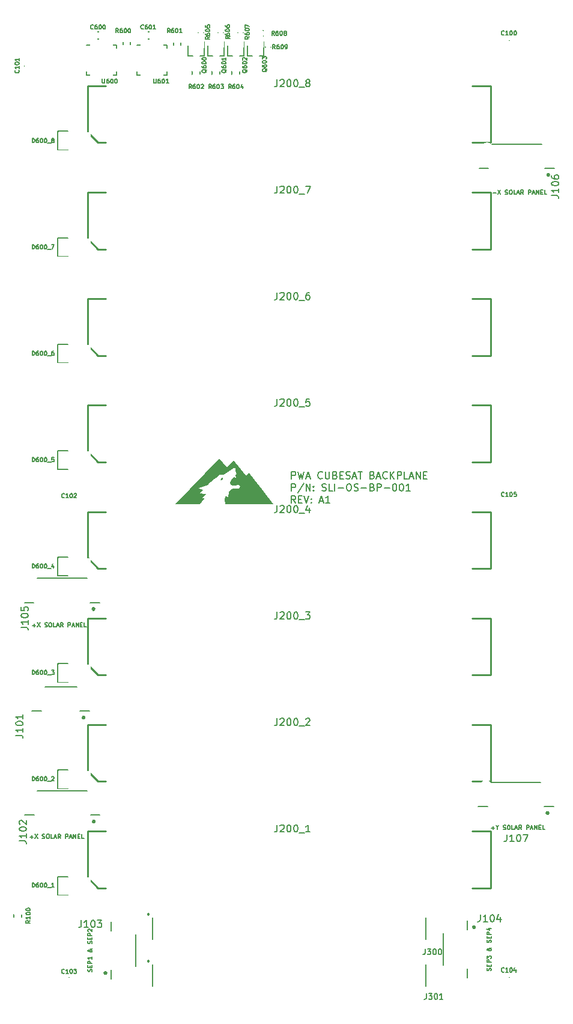
<source format=gbr>
*
%FSLAX26Y26*%
%MOIN*%
%ADD10C,0.007874*%
%ADD11C,0.010000*%
%ADD12C,0.005010*%
%ADD13C,0.005906*%
%ADD14C,0.019121*%
%ADD15R,0.077200X0.077200*%
%ADD16C,0.002500*%
%ADD17R,0.075700X0.075700*%
%ADD18C,0.004000*%
%ADD19R,0.045450X0.045450*%
%ADD20C,0.003000*%
%ADD21C,0.193950*%
%ADD22R,0.027700X0.027700*%
%ADD23C,0.011000*%
%ADD24R,0.032400X0.032400*%
%ADD25C,0.015800*%
%ADD26R,0.043200X0.043200*%
%ADD27R,0.033950X0.033950*%
%ADD28R,0.027400X0.027400*%
%ADD29C,0.010600*%
%ADD30R,0.031700X0.031700*%
%ADD31R,0.047700X0.047700*%
%ADD32R,0.021500X0.021500*%
%ADD33C,0.005000*%
%ADD34R,0.109200X0.109200*%
%ADD35R,0.034300X0.034300*%
%ADD36C,0.017800*%
%ADD37C,0.043950*%
%ADD38C,0.049700*%
%ADD39C,0.055700*%
%ADD40C,0.059700*%
%ADD41C,0.069450*%
%ADD42C,0.079200*%
%ADD43C,0.094950*%
%ADD44C,0.122762*%
%ADD45C,0.071660*%
%IPPOS*%
%LNgto.gbr*%
%LPD*%
%SRX1Y1I0J0*%
G01*
G75*
G54D10*
X1549925Y2899513D02*
Y2938883D01*
X1564923D01*
X1568673Y2937008D01*
X1570547Y2935133D01*
X1572422Y2931384D01*
Y2925759D01*
X1570547Y2922010D01*
X1568673Y2920135D01*
X1564923Y2918260D01*
X1549925D01*
X1585546Y2938883D02*
X1594919Y2899513D01*
X1602418Y2927634D01*
X1609918Y2899513D01*
X1619291Y2938883D01*
X1632415Y2910761D02*
X1651162D01*
X1628665Y2899513D02*
X1641788Y2938883D01*
X1654912Y2899513D01*
X1720529Y2903262D02*
X1718654Y2901387D01*
X1713030Y2899513D01*
X1709280D01*
X1703656Y2901387D01*
X1699906Y2905137D01*
X1698031Y2908886D01*
X1696157Y2916385D01*
Y2922010D01*
X1698031Y2929509D01*
X1699906Y2933258D01*
X1703656Y2937008D01*
X1709280Y2938883D01*
X1713030D01*
X1718654Y2937008D01*
X1720529Y2935133D01*
X1737402Y2938883D02*
Y2907012D01*
X1739276Y2903262D01*
X1741151Y2901387D01*
X1744901Y2899513D01*
X1752400D01*
X1756149Y2901387D01*
X1758024Y2903262D01*
X1759899Y2907012D01*
Y2938883D01*
X1791770Y2920135D02*
X1797394Y2918260D01*
X1799269Y2916385D01*
X1801144Y2912636D01*
Y2907012D01*
X1799269Y2903262D01*
X1797394Y2901387D01*
X1793644Y2899513D01*
X1778646D01*
Y2938883D01*
X1791770D01*
X1795519Y2937008D01*
X1797394Y2935133D01*
X1799269Y2931384D01*
Y2927634D01*
X1797394Y2923885D01*
X1795519Y2922010D01*
X1791770Y2920135D01*
X1778646D01*
X1818017D02*
X1831140D01*
X1836764Y2899513D02*
X1818017D01*
Y2938883D01*
X1836764D01*
X1851762Y2901387D02*
X1857387Y2899513D01*
X1866760D01*
X1870510Y2901387D01*
X1872385Y2903262D01*
X1874259Y2907012D01*
Y2910761D01*
X1872385Y2914511D01*
X1870510Y2916385D01*
X1866760Y2918260D01*
X1859261Y2920135D01*
X1855512Y2922010D01*
X1853637Y2923885D01*
X1851762Y2927634D01*
Y2931384D01*
X1853637Y2935133D01*
X1855512Y2937008D01*
X1859261Y2938883D01*
X1868635D01*
X1874259Y2937008D01*
X1889258Y2910761D02*
X1908005D01*
X1885508Y2899513D02*
X1898631Y2938883D01*
X1911755Y2899513D01*
X1919254Y2938883D02*
X1941751D01*
X1930502Y2899513D02*
Y2938883D01*
X1997994Y2920135D02*
X2003618Y2918260D01*
X2005493Y2916385D01*
X2007368Y2912636D01*
Y2907012D01*
X2005493Y2903262D01*
X2003618Y2901387D01*
X1999869Y2899513D01*
X1984871D01*
Y2938883D01*
X1997994D01*
X2001744Y2937008D01*
X2003618Y2935133D01*
X2005493Y2931384D01*
Y2927634D01*
X2003618Y2923885D01*
X2001744Y2922010D01*
X1997994Y2920135D01*
X1984871D01*
X2022366Y2910761D02*
X2041114D01*
X2018616Y2899513D02*
X2031740Y2938883D01*
X2044863Y2899513D01*
X2080484Y2903262D02*
X2078609Y2901387D01*
X2072985Y2899513D01*
X2069235D01*
X2063611Y2901387D01*
X2059861Y2905137D01*
X2057987Y2908886D01*
X2056112Y2916385D01*
Y2922010D01*
X2057987Y2929509D01*
X2059861Y2933258D01*
X2063611Y2937008D01*
X2069235Y2938883D01*
X2072985D01*
X2078609Y2937008D01*
X2080484Y2935133D01*
X2097357Y2899513D02*
Y2938883D01*
X2119854Y2899513D02*
X2102981Y2922010D01*
X2119854Y2938883D02*
X2097357Y2916385D01*
X2136727Y2899513D02*
Y2938883D01*
X2151725D01*
X2155474Y2937008D01*
X2157349Y2935133D01*
X2159224Y2931384D01*
Y2925759D01*
X2157349Y2922010D01*
X2155474Y2920135D01*
X2151725Y2918260D01*
X2136727D01*
X2194844Y2899513D02*
X2176097D01*
Y2938883D01*
X2206093Y2910761D02*
X2224841D01*
X2202343Y2899513D02*
X2215467Y2938883D01*
X2228590Y2899513D01*
X2241713D02*
Y2938883D01*
X2264211Y2899513D01*
Y2938883D01*
X2282958Y2920135D02*
X2296082D01*
X2301706Y2899513D02*
X2282958D01*
Y2938883D01*
X2301706D01*
X1549925Y2832583D02*
Y2871954D01*
X1564923D01*
X1568673Y2870079D01*
X1570547Y2868204D01*
X1572422Y2864454D01*
Y2858830D01*
X1570547Y2855081D01*
X1568673Y2853206D01*
X1564923Y2851331D01*
X1549925D01*
X1617417Y2873828D02*
X1583671Y2823210D01*
X1630540Y2832583D02*
Y2871954D01*
X1653037Y2832583D01*
Y2871954D01*
X1671785Y2836333D02*
X1673660Y2834458D01*
X1671785Y2832583D01*
X1669910Y2834458D01*
X1671785Y2836333D01*
Y2832583D01*
Y2856955D02*
X1673660Y2855081D01*
X1671785Y2853206D01*
X1669910Y2855081D01*
X1671785Y2856955D01*
Y2853206D01*
X1718654Y2834458D02*
X1724278Y2832583D01*
X1733652D01*
X1737402Y2834458D01*
X1739276Y2836333D01*
X1741151Y2840082D01*
Y2843832D01*
X1739276Y2847582D01*
X1737402Y2849456D01*
X1733652Y2851331D01*
X1726153Y2853206D01*
X1722403Y2855081D01*
X1720529Y2856955D01*
X1718654Y2860705D01*
Y2864454D01*
X1720529Y2868204D01*
X1722403Y2870079D01*
X1726153Y2871954D01*
X1735527D01*
X1741151Y2870079D01*
X1776772Y2832583D02*
X1758024D01*
Y2871954D01*
X1789895Y2832583D02*
Y2871954D01*
X1808643Y2847582D02*
X1838639D01*
X1864886Y2871954D02*
X1872385D01*
X1876134Y2870079D01*
X1879884Y2866329D01*
X1881758Y2858830D01*
Y2845707D01*
X1879884Y2838208D01*
X1876134Y2834458D01*
X1872385Y2832583D01*
X1864886D01*
X1861136Y2834458D01*
X1857387Y2838208D01*
X1855512Y2845707D01*
Y2858830D01*
X1857387Y2866329D01*
X1861136Y2870079D01*
X1864886Y2871954D01*
X1896757Y2834458D02*
X1902381Y2832583D01*
X1911755D01*
X1915504Y2834458D01*
X1917379Y2836333D01*
X1919254Y2840082D01*
Y2843832D01*
X1917379Y2847582D01*
X1915504Y2849456D01*
X1911755Y2851331D01*
X1904256Y2853206D01*
X1900506Y2855081D01*
X1898631Y2856955D01*
X1896757Y2860705D01*
Y2864454D01*
X1898631Y2868204D01*
X1900506Y2870079D01*
X1904256Y2871954D01*
X1913630D01*
X1919254Y2870079D01*
X1936127Y2847582D02*
X1966123D01*
X1997994Y2853206D02*
X2003618Y2851331D01*
X2005493Y2849456D01*
X2007368Y2845707D01*
Y2840082D01*
X2005493Y2836333D01*
X2003618Y2834458D01*
X1999869Y2832583D01*
X1984871D01*
Y2871954D01*
X1997994D01*
X2001744Y2870079D01*
X2003618Y2868204D01*
X2005493Y2864454D01*
Y2860705D01*
X2003618Y2856955D01*
X2001744Y2855081D01*
X1997994Y2853206D01*
X1984871D01*
X2024241Y2832583D02*
Y2871954D01*
X2039239D01*
X2042988Y2870079D01*
X2044863Y2868204D01*
X2046738Y2864454D01*
Y2858830D01*
X2044863Y2855081D01*
X2042988Y2853206D01*
X2039239Y2851331D01*
X2024241D01*
X2063611Y2847582D02*
X2093607D01*
X2119854Y2871954D02*
X2123603D01*
X2127353Y2870079D01*
X2129228Y2868204D01*
X2131102Y2864454D01*
X2132977Y2856955D01*
Y2847582D01*
X2131102Y2840082D01*
X2129228Y2836333D01*
X2127353Y2834458D01*
X2123603Y2832583D01*
X2119854D01*
X2116104Y2834458D01*
X2114229Y2836333D01*
X2112355Y2840082D01*
X2110480Y2847582D01*
Y2856955D01*
X2112355Y2864454D01*
X2114229Y2868204D01*
X2116104Y2870079D01*
X2119854Y2871954D01*
X2157349D02*
X2161099D01*
X2164848Y2870079D01*
X2166723Y2868204D01*
X2168598Y2864454D01*
X2170472Y2856955D01*
Y2847582D01*
X2168598Y2840082D01*
X2166723Y2836333D01*
X2164848Y2834458D01*
X2161099Y2832583D01*
X2157349D01*
X2153600Y2834458D01*
X2151725Y2836333D01*
X2149850Y2840082D01*
X2147975Y2847582D01*
Y2856955D01*
X2149850Y2864454D01*
X2151725Y2868204D01*
X2153600Y2870079D01*
X2157349Y2871954D01*
X2207968Y2832583D02*
X2185471D01*
X2196719D02*
Y2871954D01*
X2192970Y2866329D01*
X2189220Y2862580D01*
X2185471Y2860705D01*
X1572422Y2765654D02*
X1559299Y2784402D01*
X1549925Y2765654D02*
Y2805024D01*
X1564923D01*
X1568673Y2803150D01*
X1570547Y2801275D01*
X1572422Y2797525D01*
Y2791901D01*
X1570547Y2788151D01*
X1568673Y2786277D01*
X1564923Y2784402D01*
X1549925D01*
X1589295Y2786277D02*
X1602418D01*
X1608043Y2765654D02*
X1589295D01*
Y2805024D01*
X1608043D01*
X1619291D02*
X1632415Y2765654D01*
X1645538Y2805024D01*
X1658661Y2769404D02*
X1660536Y2767529D01*
X1658661Y2765654D01*
X1656787Y2767529D01*
X1658661Y2769404D01*
Y2765654D01*
Y2790026D02*
X1660536Y2788151D01*
X1658661Y2786277D01*
X1656787Y2788151D01*
X1658661Y2790026D01*
Y2786277D01*
X1705531Y2776903D02*
X1724278D01*
X1701781Y2765654D02*
X1714904Y2805024D01*
X1728028Y2765654D01*
X1761774D02*
X1739276D01*
X1750525D02*
Y2805024D01*
X1746775Y2799400D01*
X1743026Y2795651D01*
X1739276Y2793776D01*
X758661Y223740D02*
X758178Y225630D01*
X756847Y227056D01*
X754995Y227668D01*
X753076Y227316D01*
X751562Y226086D01*
X750825Y224280D01*
X751044Y222341D01*
X752167Y220747D01*
X753918Y219887D01*
X755867Y219973D01*
X757535Y220984D01*
X758514Y222671D01*
X758661Y223740D01*
X2293898Y84961D02*
Y205039D01*
X776969Y84961D02*
Y205039D01*
X758661Y483740D02*
X758178Y485630D01*
X756847Y487056D01*
X754995Y487668D01*
X753076Y487316D01*
X751562Y486086D01*
X750825Y484280D01*
X751044Y482341D01*
X752167Y480747D01*
X753918Y479887D01*
X755867Y479973D01*
X757535Y480984D01*
X758514Y482671D01*
X758661Y483740D01*
X2293898Y344961D02*
Y465039D01*
X776969Y344961D02*
Y465039D01*
G54D11*
X2566220Y414173D02*
X2565734Y416445D01*
X2564361Y418319D01*
X2562341Y419467D01*
X2560028Y419687D01*
X2557827Y418942D01*
X2556125Y417361D01*
X2555218Y415222D01*
X2555266Y412899D01*
X2556261Y410799D01*
X2558028Y409291D01*
X2560258Y408637D01*
X2562560Y408954D01*
X2564530Y410185D01*
X2565824Y412114D01*
X2566220Y414173D01*
G54D12*
X2526220Y130709D02*
Y182874D01*
Y449606D02*
Y397441D01*
X2391378Y378740D02*
Y201575D01*
X684685Y194685D02*
Y371850D01*
X549843Y123819D02*
Y175984D01*
Y442717D02*
Y390551D01*
G54D11*
X520945Y159252D02*
X520459Y161524D01*
X519085Y163398D01*
X517065Y164546D01*
X514752Y164766D01*
X512552Y164020D01*
X510849Y162440D01*
X509942Y160300D01*
X509991Y157978D01*
X510986Y155878D01*
X512753Y154369D01*
X514982Y153716D01*
X517284Y154033D01*
X519255Y155263D01*
X520549Y157193D01*
X520945Y159252D01*
G54D12*
X358016Y1745858D02*
X180850D01*
X428882Y1611016D02*
X376717D01*
X109984D02*
X162150D01*
G54D11*
X399000Y1576567D02*
X398514Y1578839D01*
X397140Y1580713D01*
X395120Y1581861D01*
X392807Y1582081D01*
X390607Y1581335D01*
X388904Y1579755D01*
X387998Y1577615D01*
X388046Y1575293D01*
X389041Y1573193D01*
X390808Y1571684D01*
X393037Y1571031D01*
X395339Y1571348D01*
X397310Y1572578D01*
X398604Y1574508D01*
X399000Y1576567D01*
X454370Y2179134D02*
X453884Y2181406D01*
X452510Y2183280D01*
X450490Y2184427D01*
X448177Y2184648D01*
X445977Y2183902D01*
X444274Y2182322D01*
X443368Y2180182D01*
X443416Y2177859D01*
X444411Y2175760D01*
X446178Y2174251D01*
X448407Y2173598D01*
X450709Y2173914D01*
X452680Y2175145D01*
X453974Y2177075D01*
X454370Y2179134D01*
G54D12*
X66929Y2213583D02*
X119094D01*
X484252D02*
X432087D01*
X413386Y2348425D02*
X137795D01*
G54D11*
X2974055Y1047244D02*
X2973569Y1049516D01*
X2972195Y1051390D01*
X2970175Y1052538D01*
X2967862Y1052758D01*
X2965662Y1052013D01*
X2963959Y1050432D01*
X2963053Y1048293D01*
X2963101Y1045970D01*
X2964096Y1043870D01*
X2965863Y1042361D01*
X2968093Y1041708D01*
X2970394Y1042025D01*
X2972365Y1043255D01*
X2973659Y1045185D01*
X2974055Y1047244D01*
G54D12*
X2586614Y1081693D02*
X2638780D01*
X3003937D02*
X2951772D01*
X2933071Y1216535D02*
X2657480D01*
X415000Y1169094D02*
X139409D01*
X485866Y1034252D02*
X433701D01*
X68543D02*
X120709D01*
G54D11*
X455984Y999803D02*
X455498Y1002075D01*
X454125Y1003949D01*
X452104Y1005097D01*
X449792Y1005317D01*
X447591Y1004572D01*
X445888Y1002991D01*
X444982Y1000852D01*
X445030Y998529D01*
X446025Y996429D01*
X447792Y994920D01*
X450022Y994267D01*
X452323Y994584D01*
X454294Y995814D01*
X455588Y997744D01*
X455984Y999803D01*
X417323Y5078740D02*
X519685D01*
X2551181D02*
X2653543D01*
Y4763780D01*
X2551181D01*
X519685D02*
X476378D01*
X417323Y4822835D01*
Y5078740D01*
Y4488189D02*
X519685D01*
X2551181D02*
X2653543D01*
Y4173228D01*
X2551181D01*
X519685D02*
X476378D01*
X417323Y4232283D01*
Y4488189D01*
Y3897638D02*
X519685D01*
X2551181D02*
X2653543D01*
Y3582677D01*
X2551181D01*
X519685D02*
X476378D01*
X417323Y3641732D01*
Y3897638D01*
Y3307087D02*
X519685D01*
X2551181D02*
X2653543D01*
Y2992126D01*
X2551181D01*
X519685D02*
X476378D01*
X417323Y3051181D01*
Y3307087D01*
Y2716535D02*
X519685D01*
X2551181D02*
X2653543D01*
Y2401575D01*
X2551181D01*
X519685D02*
X476378D01*
X417323Y2460630D01*
Y2716535D01*
Y2125984D02*
X519685D01*
X2551181D02*
X2653543D01*
Y1811024D01*
X2551181D01*
X519685D02*
X476378D01*
X417323Y1870079D01*
Y2125984D01*
Y1535433D02*
X519685D01*
X2551181D02*
X2653543D01*
Y1220472D01*
X2551181D01*
X519685D02*
X476378D01*
X417323Y1279528D01*
Y1535433D01*
Y944882D02*
X519685D01*
X2551181D02*
X2653543D01*
Y629921D01*
X2551181D01*
X519685D02*
X476378D01*
X417323Y688976D01*
Y944882D01*
G54D12*
X1435394Y5301049D02*
Y5288951D01*
X1405472Y5301049D02*
Y5288951D01*
X1396482Y5355039D02*
X1384384D01*
X1396482Y5384961D02*
X1384384D01*
X1330748Y5246890D02*
X1304764D01*
X1396102D02*
X1370118D01*
X1396102D02*
Y5326811D01*
X1304764Y5302402D02*
Y5246890D01*
X2937008Y4755906D02*
X2661417D01*
X3007874Y4621063D02*
X2955709D01*
X2590551D02*
X2642717D01*
G54D11*
X2977992Y4586614D02*
X2977506Y4588886D01*
X2976132Y4590760D01*
X2974112Y4591908D01*
X2971799Y4592128D01*
X2969599Y4591383D01*
X2967896Y4589802D01*
X2966990Y4587663D01*
X2967038Y4585340D01*
X2968033Y4583240D01*
X2969800Y4581731D01*
X2972030Y4581078D01*
X2974331Y4581395D01*
X2976302Y4582625D01*
X2977596Y4584555D01*
X2977992Y4586614D01*
G54D12*
X254724Y4827126D02*
Y4724764D01*
X309843Y4827126D02*
X250787D01*
X309843Y4724764D02*
X250787D01*
Y4827126D02*
Y4724764D01*
X254724Y4236575D02*
Y4134213D01*
X309843Y4236575D02*
X250787D01*
X309843Y4134213D02*
X250787D01*
Y4236575D02*
Y4134213D01*
X254724Y3646024D02*
Y3543661D01*
X309843Y3646024D02*
X250787D01*
X309843Y3543661D02*
X250787D01*
Y3646024D02*
Y3543661D01*
X254724Y3055512D02*
Y2953150D01*
X309843Y3055512D02*
X250787D01*
X309843Y2953150D02*
X250787D01*
Y3055512D02*
Y2953150D01*
X254724Y2464961D02*
Y2362598D01*
X309843Y2464961D02*
X250787D01*
X309843Y2362598D02*
X250787D01*
Y2464961D02*
Y2362598D01*
X254724Y1874409D02*
Y1772047D01*
X309843Y1874409D02*
X250787D01*
X309843Y1772047D02*
X250787D01*
Y1874409D02*
Y1772047D01*
X254724Y1283858D02*
Y1181496D01*
X309843Y1283858D02*
X250787D01*
X309843Y1181496D02*
X250787D01*
Y1283858D02*
Y1181496D01*
X254724Y693307D02*
Y590945D01*
X309843Y693307D02*
X250787D01*
X309843Y590945D02*
X250787D01*
Y693307D02*
Y590945D01*
X839803Y5305571D02*
X858504D01*
Y5286870D01*
X711063Y5139429D02*
X692362D01*
Y5158130D01*
X839803Y5139429D02*
X858504D01*
Y5158130D01*
X711063Y5305571D02*
X692362D01*
X559803D02*
X578504D01*
Y5286870D01*
X431063Y5139429D02*
X412362D01*
Y5158130D01*
X559803Y5139429D02*
X578504D01*
Y5158130D01*
X431063Y5305571D02*
X412362D01*
X1250472Y5381049D02*
Y5368951D01*
X1280394Y5381049D02*
Y5368951D01*
X1140472Y5381049D02*
Y5368951D01*
X1170394Y5381049D02*
Y5368951D01*
X1030472Y5381049D02*
Y5368951D01*
X1060394Y5381049D02*
Y5368951D01*
X1219862Y5161861D02*
Y5143179D01*
X1261004Y5161861D02*
Y5143179D01*
X1151004Y5161861D02*
Y5143179D01*
X1109862Y5161861D02*
Y5143179D01*
X999862Y5161861D02*
Y5143179D01*
X1041004Y5161861D02*
Y5143179D01*
X936004Y5303139D02*
Y5321821D01*
X894862Y5303139D02*
Y5321821D01*
X656004Y5305659D02*
Y5324341D01*
X614862Y5305659D02*
Y5324341D01*
X1194764Y5301772D02*
Y5246260D01*
X1286102D02*
Y5326181D01*
Y5246260D02*
X1260118D01*
X1220748D02*
X1194764D01*
X1084764Y5301772D02*
Y5246260D01*
X1176102D02*
Y5326181D01*
Y5246260D02*
X1150118D01*
X1110748D02*
X1084764D01*
X974764Y5301142D02*
Y5245630D01*
X1066102D02*
Y5325551D01*
Y5245630D02*
X1040118D01*
X1000748D02*
X974764D01*
X760456Y5380079D02*
X749387D01*
X760456Y5339921D02*
X749387D01*
X480456Y5380079D02*
X469387D01*
X480456Y5339921D02*
X469387D01*
X2751660Y2741732D02*
X2760151D01*
X2751660Y2770079D02*
X2760151D01*
X2751660Y103937D02*
X2760151D01*
X2751660Y132283D02*
X2760151D01*
X319206D02*
X310715D01*
X319206Y103937D02*
X310715D01*
X319206Y2770079D02*
X310715D01*
X319206Y2741732D02*
X310715D01*
X2751660Y5300787D02*
X2760151D01*
X2751660Y5329134D02*
X2760151D01*
X96850Y5187605D02*
Y5196096D01*
X68504Y5187605D02*
Y5196096D01*
X9941Y485719D02*
Y467037D01*
X51083Y485719D02*
Y467037D01*
G36*
X904958Y2760001D02*
X1149683Y3011611D01*
X1149709Y3011634D01*
X1149739Y3011651D01*
X1149771Y3011664D01*
X1149804Y3011670D01*
X1149838Y3011671D01*
X1149872Y3011666D01*
X1149905Y3011655D01*
X1149935Y3011638D01*
X1149962Y3011617D01*
X1149981Y3011595D01*
X1186997Y2964083D01*
X1188236Y2962669D01*
X1188298Y2962618D01*
X1227086Y3002235D01*
G02X1227326Y3002200I98J-171D01*
G01X1298048Y2914189D01*
X1298315Y2913937D01*
X1313340Y2930499D01*
X1314109Y2931022D01*
G02X1314370Y2930994I115J-160D01*
G01X1383415Y2842415D01*
X1447257Y2758901D01*
X1447298Y2758888D01*
X1447337Y2758868D01*
X1447372Y2758841D01*
X1447401Y2758809D01*
X1447424Y2758772D01*
X1447441Y2758732D01*
X1447450Y2758689D01*
X1447452Y2758645D01*
X1447446Y2758602D01*
X1447433Y2758561D01*
X1447413Y2758522D01*
X1447386Y2758487D01*
X1447354Y2758458D01*
X1447317Y2758435D01*
X1447277Y2758418D01*
X1447234Y2758409D01*
X1447209Y2758407D01*
X1320727Y2758255D01*
X1181470Y2758665D01*
G02X1181275Y2758853I1J197D01*
G01X1180009Y2787705D01*
X1180200Y2795327D01*
X1180919Y2799340D01*
X1180946Y2799410D01*
X1182375Y2801731D01*
X1182483Y2801815D01*
X1184809Y2802583D01*
X1184910Y2802591D01*
X1188372Y2801939D01*
X1199697Y2796901D01*
X1199669Y2806241D01*
X1200398Y2816004D01*
X1202616Y2824437D01*
X1206274Y2831492D01*
X1211331Y2837133D01*
X1217738Y2841314D01*
X1225426Y2843993D01*
X1234368Y2845139D01*
X1250037Y2844106D01*
G03X1257521Y2844939I2202J14253D01*
G03X1264995Y2856746I-6910J12643D01*
G01X1264124Y2859278D01*
X1261851Y2861217D01*
X1258673Y2862142D01*
G02X1253869Y2866071I-412J4398D01*
G01X1252309Y2870071D01*
X1251396Y2871851D01*
X1251177Y2872074D01*
X1250594Y2871419D01*
X1246835Y2864372D01*
G02X1241675Y2861258I-7051J5851D01*
G02X1222417Y2861225I-9698J40460D01*
G02X1211570Y2867214I5848J23409D01*
G01X1210127Y2870093D01*
X1210108Y2870156D01*
X1209555Y2874172D01*
X1209674Y2880596D01*
X1210296Y2884024D01*
X1211547Y2887350D01*
X1213605Y2890927D01*
X1222491Y2902169D01*
X1230345Y2911336D01*
G02X1230593Y2911382I152J-126D01*
G01X1238709Y2906904D01*
X1240603Y2906097D01*
X1240959Y2906080D01*
X1237980Y2918202D01*
G02X1238005Y2918358I191J49D01*
G01X1242697Y2926156D01*
X1243778Y2928883D01*
G03X1242087Y2934965I-10012J492D01*
G01X1236981Y2942905D01*
X1236950Y2943049D01*
X1238814Y2954994D01*
X1238688Y2958063D01*
X1237739Y2959766D01*
G03X1228970Y2959002I-3738J-7796D01*
G01X1218500Y2952601D01*
X1178054Y2925008D01*
X1173059Y2922495D01*
X1171031Y2921922D01*
X1154092Y2921251D01*
X1152842Y2920678D01*
X1131463Y2906215D01*
X1113036Y2892521D01*
X1101305Y2882446D01*
X1093256Y2873990D01*
X1089588Y2868401D01*
X1087844Y2866535D01*
X1087430Y2866265D01*
X1036532Y2847266D01*
X1036522Y2847032D01*
X1037731Y2846341D01*
X1058632Y2839437D01*
X1060144Y2838346D01*
X1060211Y2838259D01*
X1060378Y2837864D01*
G02X1060362Y2837680I-181J-77D01*
G01X1059633Y2836563D01*
X1039606Y2817228D01*
X1040233Y2817069D01*
X1068724Y2816799D01*
X1072074Y2816379D01*
X1072152Y2816354D01*
X1073784Y2815437D01*
G02X1073884Y2815261I-96J-171D01*
G01X1073877Y2813693D01*
X1073845Y2813585D01*
X1072267Y2811171D01*
X1057460Y2795692D01*
X1056022Y2793806D01*
X1055828Y2792767D01*
X1056685Y2792136D01*
X1064883Y2790548D01*
X1064976Y2790499D01*
X1065757Y2789782D01*
G02X1065810Y2789573I-133J-145D01*
G01X1065407Y2788346D01*
X1065378Y2788287D01*
X1052157Y2772980D01*
X1038725Y2759208D01*
X1038586Y2759151D01*
X905097Y2759665D01*
X905063Y2759669D01*
X905029Y2759678D01*
X904998Y2759692D01*
X904970Y2759712D01*
X904946Y2759736D01*
X904927Y2759764D01*
X904912Y2759796D01*
X904903Y2759829D01*
X904901Y2759863D01*
X904904Y2759897D01*
X904913Y2759930D01*
X904927Y2759961D01*
X904947Y2759989D01*
X904958Y2760001D01*
G37*
G36*
X1154021Y2892017D02*
X1154573Y2893134D01*
X1158325Y2898859D01*
X1161894Y2905461D01*
X1161957Y2905527D01*
X1164205Y2907025D01*
X1164339Y2907059D01*
X1166629Y2906806D01*
X1166751Y2906746D01*
X1168748Y2904697D01*
X1168785Y2904643D01*
X1169381Y2903425D01*
X1170004Y2900696D01*
X1169999Y2900587D01*
X1169227Y2898254D01*
X1169174Y2898172D01*
X1166777Y2895901D01*
X1163466Y2893881D01*
X1160082Y2892296D01*
X1157095Y2891342D01*
X1154999Y2891127D01*
X1154856Y2891169D01*
X1154076Y2891773D01*
G02X1154021Y2892017I121J156D01*
G37*
G54D13*
X2298454Y44986D02*
G01Y22489D01*
X2296954Y17989D01*
X2293954Y14990D01*
X2289455Y13490D01*
X2286455D01*
X2310452Y44986D02*
X2329950D01*
X2319451Y32988D01*
X2323951D01*
X2326950Y31488D01*
X2328450Y29988D01*
X2329950Y26988D01*
Y19489D01*
X2328450Y16490D01*
X2326950Y14990D01*
X2323951Y13490D01*
X2314952D01*
X2311952Y14990D01*
X2310452Y16490D01*
X2349447Y44986D02*
X2352447D01*
X2355447Y43486D01*
X2356947Y41986D01*
X2358446Y38987D01*
X2359946Y32988D01*
Y25488D01*
X2358446Y19489D01*
X2356947Y16490D01*
X2355447Y14990D01*
X2352447Y13490D01*
X2349447D01*
X2346448Y14990D01*
X2344948Y16490D01*
X2343448Y19489D01*
X2341948Y25488D01*
Y32988D01*
X2343448Y38987D01*
X2344948Y41986D01*
X2346448Y43486D01*
X2349447Y44986D01*
X2389942Y13490D02*
X2371945D01*
X2380944D02*
Y44986D01*
X2377944Y40487D01*
X2374944Y37487D01*
X2371945Y35987D01*
X2291429Y292246D02*
Y269749D01*
X2289929Y265249D01*
X2286930Y262249D01*
X2282430Y260750D01*
X2279431D01*
X2303428Y292246D02*
X2322925D01*
X2312426Y280247D01*
X2316926D01*
X2319926Y278747D01*
X2321425Y277248D01*
X2322925Y274248D01*
Y266749D01*
X2321425Y263749D01*
X2319926Y262249D01*
X2316926Y260750D01*
X2307927D01*
X2304927Y262249D01*
X2303428Y263749D01*
X2342423Y292246D02*
X2345422D01*
X2348422Y290746D01*
X2349922Y289246D01*
X2351422Y286246D01*
X2352921Y280247D01*
Y272748D01*
X2351422Y266749D01*
X2349922Y263749D01*
X2348422Y262249D01*
X2345422Y260750D01*
X2342423D01*
X2339423Y262249D01*
X2337923Y263749D01*
X2336424Y266749D01*
X2334924Y272748D01*
Y280247D01*
X2336424Y286246D01*
X2337923Y289246D01*
X2339423Y290746D01*
X2342423Y292246D01*
X2372419D02*
X2375419D01*
X2378418Y290746D01*
X2379918Y289246D01*
X2381418Y286246D01*
X2382918Y280247D01*
Y272748D01*
X2381418Y266749D01*
X2379918Y263749D01*
X2378418Y262249D01*
X2375419Y260750D01*
X2372419D01*
X2369419Y262249D01*
X2367920Y263749D01*
X2366420Y266749D01*
X2364920Y272748D01*
Y280247D01*
X2366420Y286246D01*
X2367920Y289246D01*
X2369419Y290746D01*
X2372419Y292246D01*
X2597649Y481993D02*
Y453871D01*
X2595774Y448247D01*
X2592025Y444498D01*
X2586400Y442623D01*
X2582651D01*
X2637019D02*
X2614522D01*
X2625770D02*
Y481993D01*
X2622021Y476369D01*
X2618271Y472619D01*
X2614522Y470744D01*
X2661391Y481993D02*
X2665141D01*
X2668890Y480118D01*
X2670765Y478243D01*
X2672640Y474494D01*
X2674514Y466995D01*
Y457621D01*
X2672640Y450122D01*
X2670765Y446372D01*
X2668890Y444498D01*
X2665141Y442623D01*
X2661391D01*
X2657642Y444498D01*
X2655767Y446372D01*
X2653892Y450122D01*
X2652017Y457621D01*
Y466995D01*
X2653892Y474494D01*
X2655767Y478243D01*
X2657642Y480118D01*
X2661391Y481993D01*
X2708260Y468869D02*
Y442623D01*
X2698886Y483868D02*
X2689513Y455746D01*
X2713884D01*
X382098Y450497D02*
Y422375D01*
X380223Y416751D01*
X376474Y413002D01*
X370849Y411127D01*
X367100D01*
X421468D02*
X398971D01*
X410219D02*
Y450497D01*
X406470Y444873D01*
X402720Y441123D01*
X398971Y439248D01*
X445840Y450497D02*
X449589D01*
X453339Y448622D01*
X455214Y446747D01*
X457088Y442998D01*
X458963Y435499D01*
Y426125D01*
X457088Y418626D01*
X455214Y414876D01*
X453339Y413002D01*
X449589Y411127D01*
X445840D01*
X442090Y413002D01*
X440216Y414876D01*
X438341Y418626D01*
X436466Y426125D01*
Y435499D01*
X438341Y442998D01*
X440216Y446747D01*
X442090Y448622D01*
X445840Y450497D01*
X472087D02*
X496459D01*
X483335Y435499D01*
X488959D01*
X492709Y433624D01*
X494584Y431749D01*
X496459Y428000D01*
Y418626D01*
X494584Y414876D01*
X492709Y413002D01*
X488959Y411127D01*
X477711D01*
X473961Y413002D01*
X472087Y414876D01*
X19424Y1476744D02*
X47546D01*
X53170Y1474869D01*
X56920Y1471119D01*
X58794Y1465495D01*
Y1461745D01*
Y1516114D02*
Y1493616D01*
Y1504865D02*
X19424D01*
X25049Y1501116D01*
X28798Y1497366D01*
X30673Y1493616D01*
X19424Y1540486D02*
Y1544235D01*
X21299Y1547985D01*
X23174Y1549859D01*
X26924Y1551734D01*
X34423Y1553609D01*
X43796D01*
X51295Y1551734D01*
X55045Y1549859D01*
X56920Y1547985D01*
X58794Y1544235D01*
Y1540486D01*
X56920Y1536736D01*
X55045Y1534861D01*
X51295Y1532987D01*
X43796Y1531112D01*
X34423D01*
X26924Y1532987D01*
X23174Y1534861D01*
X21299Y1536736D01*
X19424Y1540486D01*
X58794Y1591104D02*
Y1568607D01*
Y1579856D02*
X19424D01*
X25049Y1576106D01*
X28798Y1572357D01*
X30673Y1568607D01*
X48558Y2075484D02*
X76680D01*
X82304Y2073609D01*
X86054Y2069859D01*
X87928Y2064235D01*
Y2060486D01*
Y2114854D02*
Y2092357D01*
Y2103605D02*
X48558D01*
X54183Y2099856D01*
X57932Y2096106D01*
X59807Y2092357D01*
X48558Y2139226D02*
Y2142975D01*
X50433Y2146725D01*
X52308Y2148600D01*
X56057Y2150474D01*
X63556Y2152349D01*
X72930D01*
X80429Y2150474D01*
X84179Y2148600D01*
X86054Y2146725D01*
X87928Y2142975D01*
Y2139226D01*
X86054Y2135476D01*
X84179Y2133601D01*
X80429Y2131727D01*
X72930Y2129852D01*
X63556D01*
X56057Y2131727D01*
X52308Y2133601D01*
X50433Y2135476D01*
X48558Y2139226D01*
Y2187970D02*
Y2169222D01*
X67306Y2167347D01*
X65431Y2169222D01*
X63556Y2172972D01*
Y2182345D01*
X65431Y2186095D01*
X67306Y2187970D01*
X71056Y2189844D01*
X80429D01*
X84179Y2187970D01*
X86054Y2186095D01*
X87928Y2182345D01*
Y2172972D01*
X86054Y2169222D01*
X84179Y2167347D01*
X2744657Y926560D02*
Y898438D01*
X2742782Y892814D01*
X2739033Y889065D01*
X2733408Y887190D01*
X2729659D01*
X2784027D02*
X2761530D01*
X2772778D02*
Y926560D01*
X2769029Y920936D01*
X2765279Y917186D01*
X2761530Y915311D01*
X2808399Y926560D02*
X2812148D01*
X2815898Y924685D01*
X2817773Y922810D01*
X2819648Y919061D01*
X2821522Y911562D01*
Y902188D01*
X2819648Y894689D01*
X2817773Y890939D01*
X2815898Y889065D01*
X2812148Y887190D01*
X2808399D01*
X2804649Y889065D01*
X2802775Y890939D01*
X2800900Y894689D01*
X2799025Y902188D01*
Y911562D01*
X2800900Y919061D01*
X2802775Y922810D01*
X2804649Y924685D01*
X2808399Y926560D01*
X2834646D02*
X2860892D01*
X2844019Y887190D01*
X39109Y891114D02*
X67231D01*
X72855Y889239D01*
X76605Y885489D01*
X78480Y879865D01*
Y876116D01*
Y930484D02*
Y907987D01*
Y919235D02*
X39109D01*
X44734Y915486D01*
X48483Y911736D01*
X50358Y907987D01*
X39109Y954856D02*
Y958605D01*
X40984Y962355D01*
X42859Y964230D01*
X46609Y966104D01*
X54108Y967979D01*
X63481D01*
X70981Y966104D01*
X74730Y964230D01*
X76605Y962355D01*
X78480Y958605D01*
Y954856D01*
X76605Y951106D01*
X74730Y949231D01*
X70981Y947357D01*
X63481Y945482D01*
X54108D01*
X46609Y947357D01*
X42859Y949231D01*
X40984Y951106D01*
X39109Y954856D01*
X42859Y982977D02*
X40984Y984852D01*
X39109Y988601D01*
Y997975D01*
X40984Y1001725D01*
X42859Y1003600D01*
X46609Y1005474D01*
X50358D01*
X55982Y1003600D01*
X78480Y981102D01*
Y1005474D01*
X1469657Y5113818D02*
Y5085648D01*
X1467779Y5080014D01*
X1464023Y5076258D01*
X1458389Y5074380D01*
X1454633D01*
X1486559Y5110062D02*
X1488437Y5111940D01*
X1492193Y5113818D01*
X1501582D01*
X1505338Y5111940D01*
X1507216Y5110062D01*
X1509094Y5106306D01*
Y5102550D01*
X1507216Y5096916D01*
X1484681Y5074380D01*
X1509094D01*
X1533508Y5113818D02*
X1537264D01*
X1541020Y5111940D01*
X1542898Y5110062D01*
X1544776Y5106306D01*
X1546654Y5098794D01*
Y5089404D01*
X1544776Y5081892D01*
X1542898Y5078136D01*
X1541020Y5076258D01*
X1537264Y5074380D01*
X1533508D01*
X1529752Y5076258D01*
X1527874Y5078136D01*
X1525996Y5081892D01*
X1524118Y5089404D01*
Y5098794D01*
X1525996Y5106306D01*
X1527874Y5110062D01*
X1529752Y5111940D01*
X1533508Y5113818D01*
X1571067D02*
X1574823D01*
X1578579Y5111940D01*
X1580457Y5110062D01*
X1582335Y5106306D01*
X1584213Y5098794D01*
Y5089404D01*
X1582335Y5081892D01*
X1580457Y5078136D01*
X1578579Y5076258D01*
X1574823Y5074380D01*
X1571067D01*
X1567311Y5076258D01*
X1565433Y5078136D01*
X1563555Y5081892D01*
X1561677Y5089404D01*
Y5098794D01*
X1563555Y5106306D01*
X1565433Y5110062D01*
X1567311Y5111940D01*
X1571067Y5113818D01*
X1591725Y5070624D02*
X1621772D01*
X1636796Y5096916D02*
X1633040Y5098794D01*
X1631162Y5100672D01*
X1629284Y5104428D01*
Y5106306D01*
X1631162Y5110062D01*
X1633040Y5111940D01*
X1636796Y5113818D01*
X1644308D01*
X1648064Y5111940D01*
X1649942Y5110062D01*
X1651820Y5106306D01*
Y5104428D01*
X1649942Y5100672D01*
X1648064Y5098794D01*
X1644308Y5096916D01*
X1636796D01*
X1633040Y5095038D01*
X1631162Y5093160D01*
X1629284Y5089404D01*
Y5081892D01*
X1631162Y5078136D01*
X1633040Y5076258D01*
X1636796Y5074380D01*
X1644308D01*
X1648064Y5076258D01*
X1649942Y5078136D01*
X1651820Y5081892D01*
Y5089404D01*
X1649942Y5093160D01*
X1648064Y5095038D01*
X1644308Y5096916D01*
X1469657Y4523267D02*
Y4495097D01*
X1467779Y4489463D01*
X1464023Y4485707D01*
X1458389Y4483829D01*
X1454633D01*
X1486559Y4519511D02*
X1488437Y4521389D01*
X1492193Y4523267D01*
X1501582D01*
X1505338Y4521389D01*
X1507216Y4519511D01*
X1509094Y4515755D01*
Y4511999D01*
X1507216Y4506365D01*
X1484681Y4483829D01*
X1509094D01*
X1533508Y4523267D02*
X1537264D01*
X1541020Y4521389D01*
X1542898Y4519511D01*
X1544776Y4515755D01*
X1546654Y4508243D01*
Y4498853D01*
X1544776Y4491341D01*
X1542898Y4487585D01*
X1541020Y4485707D01*
X1537264Y4483829D01*
X1533508D01*
X1529752Y4485707D01*
X1527874Y4487585D01*
X1525996Y4491341D01*
X1524118Y4498853D01*
Y4508243D01*
X1525996Y4515755D01*
X1527874Y4519511D01*
X1529752Y4521389D01*
X1533508Y4523267D01*
X1571067D02*
X1574823D01*
X1578579Y4521389D01*
X1580457Y4519511D01*
X1582335Y4515755D01*
X1584213Y4508243D01*
Y4498853D01*
X1582335Y4491341D01*
X1580457Y4487585D01*
X1578579Y4485707D01*
X1574823Y4483829D01*
X1571067D01*
X1567311Y4485707D01*
X1565433Y4487585D01*
X1563555Y4491341D01*
X1561677Y4498853D01*
Y4508243D01*
X1563555Y4515755D01*
X1565433Y4519511D01*
X1567311Y4521389D01*
X1571067Y4523267D01*
X1591725Y4480073D02*
X1621772D01*
X1627406Y4523267D02*
X1653698D01*
X1636796Y4483829D01*
X1469657Y3932715D02*
Y3904546D01*
X1467779Y3898912D01*
X1464023Y3895156D01*
X1458389Y3893278D01*
X1454633D01*
X1486559Y3928959D02*
X1488437Y3930837D01*
X1492193Y3932715D01*
X1501582D01*
X1505338Y3930837D01*
X1507216Y3928959D01*
X1509094Y3925204D01*
Y3921448D01*
X1507216Y3915814D01*
X1484681Y3893278D01*
X1509094D01*
X1533508Y3932715D02*
X1537264D01*
X1541020Y3930837D01*
X1542898Y3928959D01*
X1544776Y3925204D01*
X1546654Y3917692D01*
Y3908302D01*
X1544776Y3900790D01*
X1542898Y3897034D01*
X1541020Y3895156D01*
X1537264Y3893278D01*
X1533508D01*
X1529752Y3895156D01*
X1527874Y3897034D01*
X1525996Y3900790D01*
X1524118Y3908302D01*
Y3917692D01*
X1525996Y3925204D01*
X1527874Y3928959D01*
X1529752Y3930837D01*
X1533508Y3932715D01*
X1571067D02*
X1574823D01*
X1578579Y3930837D01*
X1580457Y3928959D01*
X1582335Y3925204D01*
X1584213Y3917692D01*
Y3908302D01*
X1582335Y3900790D01*
X1580457Y3897034D01*
X1578579Y3895156D01*
X1574823Y3893278D01*
X1571067D01*
X1567311Y3895156D01*
X1565433Y3897034D01*
X1563555Y3900790D01*
X1561677Y3908302D01*
Y3917692D01*
X1563555Y3925204D01*
X1565433Y3928959D01*
X1567311Y3930837D01*
X1571067Y3932715D01*
X1591725Y3889522D02*
X1621772D01*
X1648064Y3932715D02*
X1640552D01*
X1636796Y3930837D01*
X1634918Y3928959D01*
X1631162Y3923325D01*
X1629284Y3915814D01*
Y3900790D01*
X1631162Y3897034D01*
X1633040Y3895156D01*
X1636796Y3893278D01*
X1644308D01*
X1648064Y3895156D01*
X1649942Y3897034D01*
X1651820Y3900790D01*
Y3910180D01*
X1649942Y3913936D01*
X1648064Y3915814D01*
X1644308Y3917692D01*
X1636796D01*
X1633040Y3915814D01*
X1631162Y3913936D01*
X1629284Y3910180D01*
X1469657Y3342164D02*
Y3313995D01*
X1467779Y3308361D01*
X1464023Y3304605D01*
X1458389Y3302727D01*
X1454633D01*
X1486559Y3338408D02*
X1488437Y3340286D01*
X1492193Y3342164D01*
X1501582D01*
X1505338Y3340286D01*
X1507216Y3338408D01*
X1509094Y3334652D01*
Y3330896D01*
X1507216Y3325263D01*
X1484681Y3302727D01*
X1509094D01*
X1533508Y3342164D02*
X1537264D01*
X1541020Y3340286D01*
X1542898Y3338408D01*
X1544776Y3334652D01*
X1546654Y3327140D01*
Y3317751D01*
X1544776Y3310239D01*
X1542898Y3306483D01*
X1541020Y3304605D01*
X1537264Y3302727D01*
X1533508D01*
X1529752Y3304605D01*
X1527874Y3306483D01*
X1525996Y3310239D01*
X1524118Y3317751D01*
Y3327140D01*
X1525996Y3334652D01*
X1527874Y3338408D01*
X1529752Y3340286D01*
X1533508Y3342164D01*
X1571067D02*
X1574823D01*
X1578579Y3340286D01*
X1580457Y3338408D01*
X1582335Y3334652D01*
X1584213Y3327140D01*
Y3317751D01*
X1582335Y3310239D01*
X1580457Y3306483D01*
X1578579Y3304605D01*
X1574823Y3302727D01*
X1571067D01*
X1567311Y3304605D01*
X1565433Y3306483D01*
X1563555Y3310239D01*
X1561677Y3317751D01*
Y3327140D01*
X1563555Y3334652D01*
X1565433Y3338408D01*
X1567311Y3340286D01*
X1571067Y3342164D01*
X1591725Y3298971D02*
X1621772D01*
X1649942Y3342164D02*
X1631162D01*
X1629284Y3323384D01*
X1631162Y3325263D01*
X1634918Y3327140D01*
X1644308D01*
X1648064Y3325263D01*
X1649942Y3323384D01*
X1651820Y3319629D01*
Y3310239D01*
X1649942Y3306483D01*
X1648064Y3304605D01*
X1644308Y3302727D01*
X1634918D01*
X1631162Y3304605D01*
X1629284Y3306483D01*
X1469657Y2751613D02*
Y2723444D01*
X1467779Y2717810D01*
X1464023Y2714054D01*
X1458389Y2712176D01*
X1454633D01*
X1486559Y2747857D02*
X1488437Y2749735D01*
X1492193Y2751613D01*
X1501582D01*
X1505338Y2749735D01*
X1507216Y2747857D01*
X1509094Y2744101D01*
Y2740345D01*
X1507216Y2734711D01*
X1484681Y2712176D01*
X1509094D01*
X1533508Y2751613D02*
X1537264D01*
X1541020Y2749735D01*
X1542898Y2747857D01*
X1544776Y2744101D01*
X1546654Y2736589D01*
Y2727199D01*
X1544776Y2719688D01*
X1542898Y2715932D01*
X1541020Y2714054D01*
X1537264Y2712176D01*
X1533508D01*
X1529752Y2714054D01*
X1527874Y2715932D01*
X1525996Y2719688D01*
X1524118Y2727199D01*
Y2736589D01*
X1525996Y2744101D01*
X1527874Y2747857D01*
X1529752Y2749735D01*
X1533508Y2751613D01*
X1571067D02*
X1574823D01*
X1578579Y2749735D01*
X1580457Y2747857D01*
X1582335Y2744101D01*
X1584213Y2736589D01*
Y2727199D01*
X1582335Y2719688D01*
X1580457Y2715932D01*
X1578579Y2714054D01*
X1574823Y2712176D01*
X1571067D01*
X1567311Y2714054D01*
X1565433Y2715932D01*
X1563555Y2719688D01*
X1561677Y2727199D01*
Y2736589D01*
X1563555Y2744101D01*
X1565433Y2747857D01*
X1567311Y2749735D01*
X1571067Y2751613D01*
X1591725Y2708420D02*
X1621772D01*
X1648064Y2738467D02*
Y2712176D01*
X1638674Y2753491D02*
X1629284Y2725321D01*
X1653698D01*
X1469657Y2161062D02*
Y2132892D01*
X1467779Y2127258D01*
X1464023Y2123502D01*
X1458389Y2121624D01*
X1454633D01*
X1486559Y2157306D02*
X1488437Y2159184D01*
X1492193Y2161062D01*
X1501582D01*
X1505338Y2159184D01*
X1507216Y2157306D01*
X1509094Y2153550D01*
Y2149794D01*
X1507216Y2144160D01*
X1484681Y2121624D01*
X1509094D01*
X1533508Y2161062D02*
X1537264D01*
X1541020Y2159184D01*
X1542898Y2157306D01*
X1544776Y2153550D01*
X1546654Y2146038D01*
Y2136648D01*
X1544776Y2129136D01*
X1542898Y2125380D01*
X1541020Y2123502D01*
X1537264Y2121624D01*
X1533508D01*
X1529752Y2123502D01*
X1527874Y2125380D01*
X1525996Y2129136D01*
X1524118Y2136648D01*
Y2146038D01*
X1525996Y2153550D01*
X1527874Y2157306D01*
X1529752Y2159184D01*
X1533508Y2161062D01*
X1571067D02*
X1574823D01*
X1578579Y2159184D01*
X1580457Y2157306D01*
X1582335Y2153550D01*
X1584213Y2146038D01*
Y2136648D01*
X1582335Y2129136D01*
X1580457Y2125380D01*
X1578579Y2123502D01*
X1574823Y2121624D01*
X1571067D01*
X1567311Y2123502D01*
X1565433Y2125380D01*
X1563555Y2129136D01*
X1561677Y2136648D01*
Y2146038D01*
X1563555Y2153550D01*
X1565433Y2157306D01*
X1567311Y2159184D01*
X1571067Y2161062D01*
X1591725Y2117869D02*
X1621772D01*
X1627406Y2161062D02*
X1651820D01*
X1638674Y2146038D01*
X1644308D01*
X1648064Y2144160D01*
X1649942Y2142282D01*
X1651820Y2138526D01*
Y2129136D01*
X1649942Y2125380D01*
X1648064Y2123502D01*
X1644308Y2121624D01*
X1633040D01*
X1629284Y2123502D01*
X1627406Y2125380D01*
X1469657Y1570511D02*
Y1542341D01*
X1467779Y1536707D01*
X1464023Y1532951D01*
X1458389Y1531073D01*
X1454633D01*
X1486559Y1566755D02*
X1488437Y1568633D01*
X1492193Y1570511D01*
X1501582D01*
X1505338Y1568633D01*
X1507216Y1566755D01*
X1509094Y1562999D01*
Y1559243D01*
X1507216Y1553609D01*
X1484681Y1531073D01*
X1509094D01*
X1533508Y1570511D02*
X1537264D01*
X1541020Y1568633D01*
X1542898Y1566755D01*
X1544776Y1562999D01*
X1546654Y1555487D01*
Y1546097D01*
X1544776Y1538585D01*
X1542898Y1534829D01*
X1541020Y1532951D01*
X1537264Y1531073D01*
X1533508D01*
X1529752Y1532951D01*
X1527874Y1534829D01*
X1525996Y1538585D01*
X1524118Y1546097D01*
Y1555487D01*
X1525996Y1562999D01*
X1527874Y1566755D01*
X1529752Y1568633D01*
X1533508Y1570511D01*
X1571067D02*
X1574823D01*
X1578579Y1568633D01*
X1580457Y1566755D01*
X1582335Y1562999D01*
X1584213Y1555487D01*
Y1546097D01*
X1582335Y1538585D01*
X1580457Y1534829D01*
X1578579Y1532951D01*
X1574823Y1531073D01*
X1571067D01*
X1567311Y1532951D01*
X1565433Y1534829D01*
X1563555Y1538585D01*
X1561677Y1546097D01*
Y1555487D01*
X1563555Y1562999D01*
X1565433Y1566755D01*
X1567311Y1568633D01*
X1571067Y1570511D01*
X1591725Y1527317D02*
X1621772D01*
X1629284Y1566755D02*
X1631162Y1568633D01*
X1634918Y1570511D01*
X1644308D01*
X1648064Y1568633D01*
X1649942Y1566755D01*
X1651820Y1562999D01*
Y1559243D01*
X1649942Y1553609D01*
X1627406Y1531073D01*
X1651820D01*
X1469657Y979959D02*
Y951790D01*
X1467779Y946156D01*
X1464023Y942400D01*
X1458389Y940522D01*
X1454633D01*
X1486559Y976204D02*
X1488437Y978081D01*
X1492193Y979959D01*
X1501582D01*
X1505338Y978081D01*
X1507216Y976204D01*
X1509094Y972448D01*
Y968692D01*
X1507216Y963058D01*
X1484681Y940522D01*
X1509094D01*
X1533508Y979959D02*
X1537264D01*
X1541020Y978081D01*
X1542898Y976204D01*
X1544776Y972448D01*
X1546654Y964936D01*
Y955546D01*
X1544776Y948034D01*
X1542898Y944278D01*
X1541020Y942400D01*
X1537264Y940522D01*
X1533508D01*
X1529752Y942400D01*
X1527874Y944278D01*
X1525996Y948034D01*
X1524118Y955546D01*
Y964936D01*
X1525996Y972448D01*
X1527874Y976204D01*
X1529752Y978081D01*
X1533508Y979959D01*
X1571067D02*
X1574823D01*
X1578579Y978081D01*
X1580457Y976204D01*
X1582335Y972448D01*
X1584213Y964936D01*
Y955546D01*
X1582335Y948034D01*
X1580457Y944278D01*
X1578579Y942400D01*
X1574823Y940522D01*
X1571067D01*
X1567311Y942400D01*
X1565433Y944278D01*
X1563555Y948034D01*
X1561677Y955546D01*
Y964936D01*
X1563555Y972448D01*
X1565433Y976204D01*
X1567311Y978081D01*
X1571067Y979959D01*
X1591725Y936766D02*
X1621772D01*
X1651820Y940522D02*
X1629284D01*
X1640552D02*
Y979959D01*
X1636796Y974326D01*
X1633040Y970570D01*
X1629284Y968692D01*
X2992850Y4470838D02*
X3020971D01*
X3026595Y4468963D01*
X3030345Y4465214D01*
X3032220Y4459589D01*
Y4455840D01*
Y4510208D02*
Y4487711D01*
Y4498960D02*
X2992850D01*
X2998474Y4495210D01*
X3002223Y4491460D01*
X3004098Y4487711D01*
X2992850Y4534580D02*
Y4538330D01*
X2994724Y4542079D01*
X2996599Y4543954D01*
X3000349Y4545829D01*
X3007848Y4547703D01*
X3017222D01*
X3024721Y4545829D01*
X3028470Y4543954D01*
X3030345Y4542079D01*
X3032220Y4538330D01*
Y4534580D01*
X3030345Y4530831D01*
X3028470Y4528956D01*
X3024721Y4527081D01*
X3017222Y4525206D01*
X3007848D01*
X3000349Y4527081D01*
X2996599Y4528956D01*
X2994724Y4530831D01*
X2992850Y4534580D01*
Y4581449D02*
Y4573950D01*
X2994724Y4570201D01*
X2996599Y4568326D01*
X3002223Y4564576D01*
X3009723Y4562702D01*
X3024721D01*
X3028470Y4564576D01*
X3030345Y4566451D01*
X3032220Y4570201D01*
Y4577700D01*
X3030345Y4581449D01*
X3028470Y4583324D01*
X3024721Y4585199D01*
X3015347D01*
X3011597Y4583324D01*
X3009723Y4581449D01*
X3007848Y4577700D01*
Y4570201D01*
X3009723Y4566451D01*
X3011597Y4564576D01*
X3015347Y4562702D01*
G54D12*
X288526Y158699D02*
X287401Y157574D01*
X284027Y156449D01*
X281777D01*
X278403Y157574D01*
X276153Y159824D01*
X275028Y162074D01*
X273903Y166573D01*
Y169948D01*
X275028Y174447D01*
X276153Y176697D01*
X278403Y178946D01*
X281777Y180071D01*
X284027D01*
X287401Y178946D01*
X288526Y177821D01*
X311024Y156449D02*
X297525D01*
X304275D02*
Y180071D01*
X302025Y176697D01*
X299775Y174447D01*
X297525Y173322D01*
X325647Y180071D02*
X327897D01*
X330146Y178946D01*
X331271Y177821D01*
X332396Y175572D01*
X333521Y171072D01*
Y165448D01*
X332396Y160949D01*
X331271Y158699D01*
X330146Y157574D01*
X327897Y156449D01*
X325647D01*
X323397Y157574D01*
X322272Y158699D01*
X321147Y160949D01*
X320022Y165448D01*
Y171072D01*
X321147Y175572D01*
X322272Y177821D01*
X323397Y178946D01*
X325647Y180071D01*
X341395D02*
X356018D01*
X348144Y171072D01*
X351519D01*
X353768Y169948D01*
X354893Y168823D01*
X356018Y166573D01*
Y160949D01*
X354893Y158699D01*
X353768Y157574D01*
X351519Y156449D01*
X344769D01*
X342520Y157574D01*
X341395Y158699D01*
X99456Y449850D02*
X88208Y441976D01*
X99456Y436352D02*
X75834D01*
Y445351D01*
X76959Y447600D01*
X78084Y448725D01*
X80334Y449850D01*
X83708D01*
X85958Y448725D01*
X87083Y447600D01*
X88208Y445351D01*
Y436352D01*
X99456Y472347D02*
Y458849D01*
Y465598D02*
X75834D01*
X79209Y463348D01*
X81459Y461099D01*
X82583Y458849D01*
X75834Y486970D02*
Y489220D01*
X76959Y491470D01*
X78084Y492595D01*
X80334Y493719D01*
X84833Y494844D01*
X90457D01*
X94957Y493719D01*
X97206Y492595D01*
X98331Y491470D01*
X99456Y489220D01*
Y486970D01*
X98331Y484721D01*
X97206Y483596D01*
X94957Y482471D01*
X90457Y481346D01*
X84833D01*
X80334Y482471D01*
X78084Y483596D01*
X76959Y484721D01*
X75834Y486970D01*
Y509468D02*
Y511717D01*
X76959Y513967D01*
X78084Y515092D01*
X80334Y516217D01*
X84833Y517342D01*
X90457D01*
X94957Y516217D01*
X97206Y515092D01*
X98331Y513967D01*
X99456Y511717D01*
Y509468D01*
X98331Y507218D01*
X97206Y506093D01*
X94957Y504968D01*
X90457Y503843D01*
X84833D01*
X80334Y504968D01*
X78084Y506093D01*
X76959Y507218D01*
X75834Y509468D01*
X110159Y634314D02*
Y657936D01*
X115784D01*
X119158Y656811D01*
X121408Y654561D01*
X122533Y652312D01*
X123658Y647812D01*
Y644438D01*
X122533Y639938D01*
X121408Y637688D01*
X119158Y635439D01*
X115784Y634314D01*
X110159D01*
X143905Y657936D02*
X139406D01*
X137156Y656811D01*
X136031Y655686D01*
X133781Y652312D01*
X132656Y647812D01*
Y638813D01*
X133781Y636564D01*
X134906Y635439D01*
X137156Y634314D01*
X141655D01*
X143905Y635439D01*
X145030Y636564D01*
X146155Y638813D01*
Y644438D01*
X145030Y646687D01*
X143905Y647812D01*
X141655Y648937D01*
X137156D01*
X134906Y647812D01*
X133781Y646687D01*
X132656Y644438D01*
X160778Y657936D02*
X163028D01*
X165277Y656811D01*
X166402Y655686D01*
X167527Y653437D01*
X168652Y648937D01*
Y643313D01*
X167527Y638813D01*
X166402Y636564D01*
X165277Y635439D01*
X163028Y634314D01*
X160778D01*
X158528Y635439D01*
X157403Y636564D01*
X156279Y638813D01*
X155154Y643313D01*
Y648937D01*
X156279Y653437D01*
X157403Y655686D01*
X158528Y656811D01*
X160778Y657936D01*
X183275D02*
X185525D01*
X187775Y656811D01*
X188900Y655686D01*
X190024Y653437D01*
X191149Y648937D01*
Y643313D01*
X190024Y638813D01*
X188900Y636564D01*
X187775Y635439D01*
X185525Y634314D01*
X183275D01*
X181025Y635439D01*
X179901Y636564D01*
X178776Y638813D01*
X177651Y643313D01*
Y648937D01*
X178776Y653437D01*
X179901Y655686D01*
X181025Y656811D01*
X183275Y657936D01*
X195649Y632064D02*
X213646D01*
X231644Y634314D02*
X218146D01*
X224895D02*
Y657936D01*
X222645Y654561D01*
X220395Y652312D01*
X218146Y651187D01*
X441481Y166142D02*
X442606Y169516D01*
Y175141D01*
X441481Y177390D01*
X440356Y178515D01*
X438106Y179640D01*
X435857D01*
X433607Y178515D01*
X432482Y177390D01*
X431357Y175141D01*
X430232Y170641D01*
X429108Y168392D01*
X427983Y167267D01*
X425733Y166142D01*
X423483D01*
X421234Y167267D01*
X420109Y168392D01*
X418984Y170641D01*
Y176265D01*
X420109Y179640D01*
X430232Y189764D02*
Y197638D01*
X442606Y201012D02*
Y189764D01*
X418984D01*
Y201012D01*
X442606Y211136D02*
X418984D01*
Y220135D01*
X420109Y222385D01*
X421234Y223510D01*
X423483Y224634D01*
X426858D01*
X429108Y223510D01*
X430232Y222385D01*
X431357Y220135D01*
Y211136D01*
X442606Y247132D02*
Y233633D01*
Y240382D02*
X418984D01*
X422358Y238133D01*
X424608Y235883D01*
X425733Y233633D01*
X442606Y294376D02*
Y293251D01*
X441481Y291001D01*
X438106Y287627D01*
X431357Y282002D01*
X427983Y279753D01*
X424608Y278628D01*
X422358D01*
X420109Y279753D01*
X418984Y282002D01*
Y283127D01*
X420109Y285377D01*
X422358Y286502D01*
X423483D01*
X425733Y285377D01*
X426858Y284252D01*
X431357Y277503D01*
X432482Y276378D01*
X434732Y275253D01*
X438106D01*
X440356Y276378D01*
X441481Y277503D01*
X442606Y279753D01*
Y283127D01*
X441481Y285377D01*
X440356Y286502D01*
X435857Y289876D01*
X432482Y291001D01*
X430232D01*
X441481Y321372D02*
X442606Y324747D01*
Y330371D01*
X441481Y332621D01*
X440356Y333746D01*
X438106Y334871D01*
X435857D01*
X433607Y333746D01*
X432482Y332621D01*
X431357Y330371D01*
X430232Y325872D01*
X429108Y323622D01*
X427983Y322497D01*
X425733Y321372D01*
X423483D01*
X421234Y322497D01*
X420109Y323622D01*
X418984Y325872D01*
Y331496D01*
X420109Y334871D01*
X430232Y344994D02*
Y352868D01*
X442606Y356243D02*
Y344994D01*
X418984D01*
Y356243D01*
X442606Y366367D02*
X418984D01*
Y375366D01*
X420109Y377615D01*
X421234Y378740D01*
X423483Y379865D01*
X426858D01*
X429108Y378740D01*
X430232Y377615D01*
X431357Y375366D01*
Y366367D01*
X421234Y388864D02*
X420109Y389989D01*
X418984Y392238D01*
Y397863D01*
X420109Y400112D01*
X421234Y401237D01*
X423483Y402362D01*
X425733D01*
X429108Y401237D01*
X442606Y387739D01*
Y402362D01*
X97863Y913480D02*
X115861D01*
X106862Y904481D02*
Y922478D01*
X124859Y928103D02*
X140607Y904481D01*
Y928103D02*
X124859Y904481D01*
X166479Y905606D02*
X169854Y904481D01*
X175478D01*
X177728Y905606D01*
X178853Y906731D01*
X179977Y908980D01*
Y911230D01*
X178853Y913480D01*
X177728Y914604D01*
X175478Y915729D01*
X170979Y916854D01*
X168729Y917979D01*
X167604Y919104D01*
X166479Y921354D01*
Y923603D01*
X167604Y925853D01*
X168729Y926978D01*
X170979Y928103D01*
X176603D01*
X179977Y926978D01*
X194601Y928103D02*
X199100D01*
X201350Y926978D01*
X203600Y924728D01*
X204724Y920229D01*
Y912355D01*
X203600Y907855D01*
X201350Y905606D01*
X199100Y904481D01*
X194601D01*
X192351Y905606D01*
X190101Y907855D01*
X188976Y912355D01*
Y920229D01*
X190101Y924728D01*
X192351Y926978D01*
X194601Y928103D01*
X226097Y904481D02*
X214848D01*
Y928103D01*
X232846Y911230D02*
X244094D01*
X230596Y904481D02*
X238470Y928103D01*
X246344Y904481D01*
X267717D02*
X259843Y915729D01*
X254218Y904481D02*
Y928103D01*
X263217D01*
X265467Y926978D01*
X266592Y925853D01*
X267717Y923603D01*
Y920229D01*
X266592Y917979D01*
X265467Y916854D01*
X263217Y915729D01*
X254218D01*
X295838Y904481D02*
Y928103D01*
X304837D01*
X307087Y926978D01*
X308211Y925853D01*
X309336Y923603D01*
Y920229D01*
X308211Y917979D01*
X307087Y916854D01*
X304837Y915729D01*
X295838D01*
X318335Y911230D02*
X329584D01*
X316085Y904481D02*
X323959Y928103D01*
X331833Y904481D01*
X339707D02*
Y928103D01*
X353206Y904481D01*
Y928103D01*
X364454Y916854D02*
X372328D01*
X375703Y904481D02*
X364454D01*
Y928103D01*
X375703D01*
X397075Y904481D02*
X385827D01*
Y928103D01*
X110159Y1224314D02*
Y1247936D01*
X115784D01*
X119158Y1246811D01*
X121408Y1244561D01*
X122533Y1242312D01*
X123658Y1237812D01*
Y1234438D01*
X122533Y1229938D01*
X121408Y1227688D01*
X119158Y1225439D01*
X115784Y1224314D01*
X110159D01*
X143905Y1247936D02*
X139406D01*
X137156Y1246811D01*
X136031Y1245686D01*
X133781Y1242312D01*
X132656Y1237812D01*
Y1228813D01*
X133781Y1226564D01*
X134906Y1225439D01*
X137156Y1224314D01*
X141655D01*
X143905Y1225439D01*
X145030Y1226564D01*
X146155Y1228813D01*
Y1234438D01*
X145030Y1236687D01*
X143905Y1237812D01*
X141655Y1238937D01*
X137156D01*
X134906Y1237812D01*
X133781Y1236687D01*
X132656Y1234438D01*
X160778Y1247936D02*
X163028D01*
X165277Y1246811D01*
X166402Y1245686D01*
X167527Y1243437D01*
X168652Y1238937D01*
Y1233313D01*
X167527Y1228813D01*
X166402Y1226564D01*
X165277Y1225439D01*
X163028Y1224314D01*
X160778D01*
X158528Y1225439D01*
X157403Y1226564D01*
X156279Y1228813D01*
X155154Y1233313D01*
Y1238937D01*
X156279Y1243437D01*
X157403Y1245686D01*
X158528Y1246811D01*
X160778Y1247936D01*
X183275D02*
X185525D01*
X187775Y1246811D01*
X188900Y1245686D01*
X190024Y1243437D01*
X191149Y1238937D01*
Y1233313D01*
X190024Y1228813D01*
X188900Y1226564D01*
X187775Y1225439D01*
X185525Y1224314D01*
X183275D01*
X181025Y1225439D01*
X179901Y1226564D01*
X178776Y1228813D01*
X177651Y1233313D01*
Y1238937D01*
X178776Y1243437D01*
X179901Y1245686D01*
X181025Y1246811D01*
X183275Y1247936D01*
X195649Y1222064D02*
X213646D01*
X218146Y1245686D02*
X219271Y1246811D01*
X221520Y1247936D01*
X227145D01*
X229394Y1246811D01*
X230519Y1245686D01*
X231644Y1243437D01*
Y1241187D01*
X230519Y1237812D01*
X217021Y1224314D01*
X231644D01*
X110159Y1814314D02*
Y1837936D01*
X115784D01*
X119158Y1836811D01*
X121408Y1834561D01*
X122533Y1832312D01*
X123658Y1827812D01*
Y1824438D01*
X122533Y1819938D01*
X121408Y1817688D01*
X119158Y1815439D01*
X115784Y1814314D01*
X110159D01*
X143905Y1837936D02*
X139406D01*
X137156Y1836811D01*
X136031Y1835686D01*
X133781Y1832312D01*
X132656Y1827812D01*
Y1818813D01*
X133781Y1816564D01*
X134906Y1815439D01*
X137156Y1814314D01*
X141655D01*
X143905Y1815439D01*
X145030Y1816564D01*
X146155Y1818813D01*
Y1824438D01*
X145030Y1826687D01*
X143905Y1827812D01*
X141655Y1828937D01*
X137156D01*
X134906Y1827812D01*
X133781Y1826687D01*
X132656Y1824438D01*
X160778Y1837936D02*
X163028D01*
X165277Y1836811D01*
X166402Y1835686D01*
X167527Y1833437D01*
X168652Y1828937D01*
Y1823313D01*
X167527Y1818813D01*
X166402Y1816564D01*
X165277Y1815439D01*
X163028Y1814314D01*
X160778D01*
X158528Y1815439D01*
X157403Y1816564D01*
X156279Y1818813D01*
X155154Y1823313D01*
Y1828937D01*
X156279Y1833437D01*
X157403Y1835686D01*
X158528Y1836811D01*
X160778Y1837936D01*
X183275D02*
X185525D01*
X187775Y1836811D01*
X188900Y1835686D01*
X190024Y1833437D01*
X191149Y1828937D01*
Y1823313D01*
X190024Y1818813D01*
X188900Y1816564D01*
X187775Y1815439D01*
X185525Y1814314D01*
X183275D01*
X181025Y1815439D01*
X179901Y1816564D01*
X178776Y1818813D01*
X177651Y1823313D01*
Y1828937D01*
X178776Y1833437D01*
X179901Y1835686D01*
X181025Y1836811D01*
X183275Y1837936D01*
X195649Y1812064D02*
X213646D01*
X217021Y1837936D02*
X231644D01*
X223770Y1828937D01*
X227145D01*
X229394Y1827812D01*
X230519Y1826687D01*
X231644Y1824438D01*
Y1818813D01*
X230519Y1816564D01*
X229394Y1815439D01*
X227145Y1814314D01*
X220395D01*
X218146Y1815439D01*
X217021Y1816564D01*
X111898Y2086316D02*
X129895D01*
X120897Y2077317D02*
Y2095315D01*
X138894Y2100939D02*
X154642Y2077317D01*
Y2100939D02*
X138894Y2077317D01*
X180514Y2078442D02*
X183889Y2077317D01*
X189513D01*
X191763Y2078442D01*
X192888Y2079567D01*
X194012Y2081816D01*
Y2084066D01*
X192888Y2086316D01*
X191763Y2087441D01*
X189513Y2088566D01*
X185013Y2089690D01*
X182764Y2090815D01*
X181639Y2091940D01*
X180514Y2094190D01*
Y2096440D01*
X181639Y2098689D01*
X182764Y2099814D01*
X185013Y2100939D01*
X190638D01*
X194012Y2099814D01*
X208636Y2100939D02*
X213135D01*
X215385Y2099814D01*
X217634Y2097564D01*
X218759Y2093065D01*
Y2085191D01*
X217634Y2080692D01*
X215385Y2078442D01*
X213135Y2077317D01*
X208636D01*
X206386Y2078442D01*
X204136Y2080692D01*
X203011Y2085191D01*
Y2093065D01*
X204136Y2097564D01*
X206386Y2099814D01*
X208636Y2100939D01*
X240132Y2077317D02*
X228883D01*
Y2100939D01*
X246881Y2084066D02*
X258129D01*
X244631Y2077317D02*
X252505Y2100939D01*
X260379Y2077317D01*
X281751D02*
X273878Y2088566D01*
X268253Y2077317D02*
Y2100939D01*
X277252D01*
X279502Y2099814D01*
X280627Y2098689D01*
X281751Y2096440D01*
Y2093065D01*
X280627Y2090815D01*
X279502Y2089690D01*
X277252Y2088566D01*
X268253D01*
X309873Y2077317D02*
Y2100939D01*
X318872D01*
X321122Y2099814D01*
X322246Y2098689D01*
X323371Y2096440D01*
Y2093065D01*
X322246Y2090815D01*
X321122Y2089690D01*
X318872Y2088566D01*
X309873D01*
X332370Y2084066D02*
X343619D01*
X330120Y2077317D02*
X337994Y2100939D01*
X345868Y2077317D01*
X353743D02*
Y2100939D01*
X367241Y2077317D01*
Y2100939D01*
X378489Y2089690D02*
X386363D01*
X389738Y2077317D02*
X378489D01*
Y2100939D01*
X389738D01*
X411110Y2077317D02*
X399862D01*
Y2100939D01*
X110066Y2404220D02*
Y2427842D01*
X115690D01*
X119064Y2426717D01*
X121314Y2424468D01*
X122439Y2422218D01*
X123564Y2417719D01*
Y2414344D01*
X122439Y2409844D01*
X121314Y2407595D01*
X119064Y2405345D01*
X115690Y2404220D01*
X110066D01*
X143811Y2427842D02*
X139312D01*
X137062Y2426717D01*
X135937Y2425592D01*
X133688Y2422218D01*
X132563Y2417719D01*
Y2408719D01*
X133688Y2406470D01*
X134813Y2405345D01*
X137062Y2404220D01*
X141562D01*
X143811Y2405345D01*
X144936Y2406470D01*
X146061Y2408719D01*
Y2414344D01*
X144936Y2416594D01*
X143811Y2417719D01*
X141562Y2418843D01*
X137062D01*
X134813Y2417719D01*
X133688Y2416594D01*
X132563Y2414344D01*
X160684Y2427842D02*
X162934D01*
X165184Y2426717D01*
X166309Y2425592D01*
X167433Y2423343D01*
X168558Y2418843D01*
Y2413219D01*
X167433Y2408719D01*
X166309Y2406470D01*
X165184Y2405345D01*
X162934Y2404220D01*
X160684D01*
X158435Y2405345D01*
X157310Y2406470D01*
X156185Y2408719D01*
X155060Y2413219D01*
Y2418843D01*
X156185Y2423343D01*
X157310Y2425592D01*
X158435Y2426717D01*
X160684Y2427842D01*
X183181D02*
X185431D01*
X187681Y2426717D01*
X188806Y2425592D01*
X189931Y2423343D01*
X191055Y2418843D01*
Y2413219D01*
X189931Y2408719D01*
X188806Y2406470D01*
X187681Y2405345D01*
X185431Y2404220D01*
X183181D01*
X180932Y2405345D01*
X179807Y2406470D01*
X178682Y2408719D01*
X177557Y2413219D01*
Y2418843D01*
X178682Y2423343D01*
X179807Y2425592D01*
X180932Y2426717D01*
X183181Y2427842D01*
X195555Y2401970D02*
X213553D01*
X229301Y2419968D02*
Y2404220D01*
X223676Y2428967D02*
X218052Y2412094D01*
X232675D01*
X288526Y2796494D02*
X287401Y2795369D01*
X284027Y2794244D01*
X281777D01*
X278403Y2795369D01*
X276153Y2797619D01*
X275028Y2799869D01*
X273903Y2804368D01*
Y2807743D01*
X275028Y2812242D01*
X276153Y2814492D01*
X278403Y2816742D01*
X281777Y2817867D01*
X284027D01*
X287401Y2816742D01*
X288526Y2815617D01*
X311024Y2794244D02*
X297525D01*
X304275D02*
Y2817867D01*
X302025Y2814492D01*
X299775Y2812242D01*
X297525Y2811117D01*
X325647Y2817867D02*
X327897D01*
X330146Y2816742D01*
X331271Y2815617D01*
X332396Y2813367D01*
X333521Y2808868D01*
Y2803243D01*
X332396Y2798744D01*
X331271Y2796494D01*
X330146Y2795369D01*
X327897Y2794244D01*
X325647D01*
X323397Y2795369D01*
X322272Y2796494D01*
X321147Y2798744D01*
X320022Y2803243D01*
Y2808868D01*
X321147Y2813367D01*
X322272Y2815617D01*
X323397Y2816742D01*
X325647Y2817867D01*
X342520Y2815617D02*
X343644Y2816742D01*
X345894Y2817867D01*
X351519D01*
X353768Y2816742D01*
X354893Y2815617D01*
X356018Y2813367D01*
Y2811117D01*
X354893Y2807743D01*
X341395Y2794244D01*
X356018D01*
X110159Y2994314D02*
Y3017936D01*
X115784D01*
X119158Y3016811D01*
X121408Y3014561D01*
X122533Y3012312D01*
X123658Y3007812D01*
Y3004438D01*
X122533Y2999938D01*
X121408Y2997688D01*
X119158Y2995439D01*
X115784Y2994314D01*
X110159D01*
X143905Y3017936D02*
X139406D01*
X137156Y3016811D01*
X136031Y3015686D01*
X133781Y3012312D01*
X132656Y3007812D01*
Y2998813D01*
X133781Y2996564D01*
X134906Y2995439D01*
X137156Y2994314D01*
X141655D01*
X143905Y2995439D01*
X145030Y2996564D01*
X146155Y2998813D01*
Y3004438D01*
X145030Y3006687D01*
X143905Y3007812D01*
X141655Y3008937D01*
X137156D01*
X134906Y3007812D01*
X133781Y3006687D01*
X132656Y3004438D01*
X160778Y3017936D02*
X163028D01*
X165277Y3016811D01*
X166402Y3015686D01*
X167527Y3013437D01*
X168652Y3008937D01*
Y3003313D01*
X167527Y2998813D01*
X166402Y2996564D01*
X165277Y2995439D01*
X163028Y2994314D01*
X160778D01*
X158528Y2995439D01*
X157403Y2996564D01*
X156279Y2998813D01*
X155154Y3003313D01*
Y3008937D01*
X156279Y3013437D01*
X157403Y3015686D01*
X158528Y3016811D01*
X160778Y3017936D01*
X183275D02*
X185525D01*
X187775Y3016811D01*
X188900Y3015686D01*
X190024Y3013437D01*
X191149Y3008937D01*
Y3003313D01*
X190024Y2998813D01*
X188900Y2996564D01*
X187775Y2995439D01*
X185525Y2994314D01*
X183275D01*
X181025Y2995439D01*
X179901Y2996564D01*
X178776Y2998813D01*
X177651Y3003313D01*
Y3008937D01*
X178776Y3013437D01*
X179901Y3015686D01*
X181025Y3016811D01*
X183275Y3017936D01*
X195649Y2992064D02*
X213646D01*
X230519Y3017936D02*
X219271D01*
X218146Y3006687D01*
X219271Y3007812D01*
X221520Y3008937D01*
X227145D01*
X229394Y3007812D01*
X230519Y3006687D01*
X231644Y3004438D01*
Y2998813D01*
X230519Y2996564D01*
X229394Y2995439D01*
X227145Y2994314D01*
X221520D01*
X219271Y2995439D01*
X218146Y2996564D01*
X110159Y3584314D02*
Y3607936D01*
X115784D01*
X119158Y3606811D01*
X121408Y3604561D01*
X122533Y3602312D01*
X123658Y3597812D01*
Y3594438D01*
X122533Y3589938D01*
X121408Y3587688D01*
X119158Y3585439D01*
X115784Y3584314D01*
X110159D01*
X143905Y3607936D02*
X139406D01*
X137156Y3606811D01*
X136031Y3605686D01*
X133781Y3602312D01*
X132656Y3597812D01*
Y3588813D01*
X133781Y3586564D01*
X134906Y3585439D01*
X137156Y3584314D01*
X141655D01*
X143905Y3585439D01*
X145030Y3586564D01*
X146155Y3588813D01*
Y3594438D01*
X145030Y3596687D01*
X143905Y3597812D01*
X141655Y3598937D01*
X137156D01*
X134906Y3597812D01*
X133781Y3596687D01*
X132656Y3594438D01*
X160778Y3607936D02*
X163028D01*
X165277Y3606811D01*
X166402Y3605686D01*
X167527Y3603437D01*
X168652Y3598937D01*
Y3593313D01*
X167527Y3588813D01*
X166402Y3586564D01*
X165277Y3585439D01*
X163028Y3584314D01*
X160778D01*
X158528Y3585439D01*
X157403Y3586564D01*
X156279Y3588813D01*
X155154Y3593313D01*
Y3598937D01*
X156279Y3603437D01*
X157403Y3605686D01*
X158528Y3606811D01*
X160778Y3607936D01*
X183275D02*
X185525D01*
X187775Y3606811D01*
X188900Y3605686D01*
X190024Y3603437D01*
X191149Y3598937D01*
Y3593313D01*
X190024Y3588813D01*
X188900Y3586564D01*
X187775Y3585439D01*
X185525Y3584314D01*
X183275D01*
X181025Y3585439D01*
X179901Y3586564D01*
X178776Y3588813D01*
X177651Y3593313D01*
Y3598937D01*
X178776Y3603437D01*
X179901Y3605686D01*
X181025Y3606811D01*
X183275Y3607936D01*
X195649Y3582064D02*
X213646D01*
X229394Y3607936D02*
X224895D01*
X222645Y3606811D01*
X221520Y3605686D01*
X219271Y3602312D01*
X218146Y3597812D01*
Y3588813D01*
X219271Y3586564D01*
X220395Y3585439D01*
X222645Y3584314D01*
X227145D01*
X229394Y3585439D01*
X230519Y3586564D01*
X231644Y3588813D01*
Y3594438D01*
X230519Y3596687D01*
X229394Y3597812D01*
X227145Y3598937D01*
X222645D01*
X220395Y3597812D01*
X219271Y3596687D01*
X218146Y3594438D01*
X110066Y4174314D02*
Y4197936D01*
X115690D01*
X119064Y4196811D01*
X121314Y4194561D01*
X122439Y4192312D01*
X123564Y4187812D01*
Y4184438D01*
X122439Y4179938D01*
X121314Y4177688D01*
X119064Y4175439D01*
X115690Y4174314D01*
X110066D01*
X143811Y4197936D02*
X139312D01*
X137062Y4196811D01*
X135937Y4195686D01*
X133688Y4192312D01*
X132563Y4187812D01*
Y4178813D01*
X133688Y4176564D01*
X134813Y4175439D01*
X137062Y4174314D01*
X141562D01*
X143811Y4175439D01*
X144936Y4176564D01*
X146061Y4178813D01*
Y4184438D01*
X144936Y4186687D01*
X143811Y4187812D01*
X141562Y4188937D01*
X137062D01*
X134813Y4187812D01*
X133688Y4186687D01*
X132563Y4184438D01*
X160684Y4197936D02*
X162934D01*
X165184Y4196811D01*
X166309Y4195686D01*
X167433Y4193437D01*
X168558Y4188937D01*
Y4183313D01*
X167433Y4178813D01*
X166309Y4176564D01*
X165184Y4175439D01*
X162934Y4174314D01*
X160684D01*
X158435Y4175439D01*
X157310Y4176564D01*
X156185Y4178813D01*
X155060Y4183313D01*
Y4188937D01*
X156185Y4193437D01*
X157310Y4195686D01*
X158435Y4196811D01*
X160684Y4197936D01*
X183181D02*
X185431D01*
X187681Y4196811D01*
X188806Y4195686D01*
X189931Y4193437D01*
X191055Y4188937D01*
Y4183313D01*
X189931Y4178813D01*
X188806Y4176564D01*
X187681Y4175439D01*
X185431Y4174314D01*
X183181D01*
X180932Y4175439D01*
X179807Y4176564D01*
X178682Y4178813D01*
X177557Y4183313D01*
Y4188937D01*
X178682Y4193437D01*
X179807Y4195686D01*
X180932Y4196811D01*
X183181Y4197936D01*
X195555Y4172064D02*
X213553D01*
X216927Y4197936D02*
X232675D01*
X222552Y4174314D01*
X110159Y4764314D02*
Y4787936D01*
X115784D01*
X119158Y4786811D01*
X121408Y4784561D01*
X122533Y4782312D01*
X123658Y4777812D01*
Y4774438D01*
X122533Y4769938D01*
X121408Y4767688D01*
X119158Y4765439D01*
X115784Y4764314D01*
X110159D01*
X143905Y4787936D02*
X139406D01*
X137156Y4786811D01*
X136031Y4785686D01*
X133781Y4782312D01*
X132656Y4777812D01*
Y4768813D01*
X133781Y4766564D01*
X134906Y4765439D01*
X137156Y4764314D01*
X141655D01*
X143905Y4765439D01*
X145030Y4766564D01*
X146155Y4768813D01*
Y4774438D01*
X145030Y4776687D01*
X143905Y4777812D01*
X141655Y4778937D01*
X137156D01*
X134906Y4777812D01*
X133781Y4776687D01*
X132656Y4774438D01*
X160778Y4787936D02*
X163028D01*
X165277Y4786811D01*
X166402Y4785686D01*
X167527Y4783437D01*
X168652Y4778937D01*
Y4773313D01*
X167527Y4768813D01*
X166402Y4766564D01*
X165277Y4765439D01*
X163028Y4764314D01*
X160778D01*
X158528Y4765439D01*
X157403Y4766564D01*
X156279Y4768813D01*
X155154Y4773313D01*
Y4778937D01*
X156279Y4783437D01*
X157403Y4785686D01*
X158528Y4786811D01*
X160778Y4787936D01*
X183275D02*
X185525D01*
X187775Y4786811D01*
X188900Y4785686D01*
X190024Y4783437D01*
X191149Y4778937D01*
Y4773313D01*
X190024Y4768813D01*
X188900Y4766564D01*
X187775Y4765439D01*
X185525Y4764314D01*
X183275D01*
X181025Y4765439D01*
X179901Y4766564D01*
X178776Y4768813D01*
X177651Y4773313D01*
Y4778937D01*
X178776Y4783437D01*
X179901Y4785686D01*
X181025Y4786811D01*
X183275Y4787936D01*
X195649Y4762064D02*
X213646D01*
X222645Y4777812D02*
X220395Y4778937D01*
X219271Y4780062D01*
X218146Y4782312D01*
Y4783437D01*
X219271Y4785686D01*
X220395Y4786811D01*
X222645Y4787936D01*
X227145D01*
X229394Y4786811D01*
X230519Y4785686D01*
X231644Y4783437D01*
Y4782312D01*
X230519Y4780062D01*
X229394Y4778937D01*
X227145Y4777812D01*
X222645D01*
X220395Y4776687D01*
X219271Y4775562D01*
X218146Y4773313D01*
Y4768813D01*
X219271Y4766564D01*
X220395Y4765439D01*
X222645Y4764314D01*
X227145D01*
X229394Y4765439D01*
X230519Y4766564D01*
X231644Y4768813D01*
Y4773313D01*
X230519Y4775562D01*
X229394Y4776687D01*
X227145Y4777812D01*
X35002Y5165416D02*
X36127Y5164291D01*
X37252Y5160917D01*
Y5158667D01*
X36127Y5155292D01*
X33877Y5153043D01*
X31627Y5151918D01*
X27128Y5150793D01*
X23753D01*
X19254Y5151918D01*
X17004Y5153043D01*
X14754Y5155292D01*
X13630Y5158667D01*
Y5160917D01*
X14754Y5164291D01*
X15879Y5165416D01*
X37252Y5187913D02*
Y5174415D01*
Y5181164D02*
X13630D01*
X17004Y5178914D01*
X19254Y5176665D01*
X20379Y5174415D01*
X13630Y5202537D02*
Y5204786D01*
X14754Y5207036D01*
X15879Y5208161D01*
X18129Y5209286D01*
X22628Y5210411D01*
X28253D01*
X32752Y5209286D01*
X35002Y5208161D01*
X36127Y5207036D01*
X37252Y5204786D01*
Y5202537D01*
X36127Y5200287D01*
X35002Y5199162D01*
X32752Y5198037D01*
X28253Y5196912D01*
X22628D01*
X18129Y5198037D01*
X15879Y5199162D01*
X14754Y5200287D01*
X13630Y5202537D01*
X37252Y5232908D02*
Y5219410D01*
Y5226159D02*
X13630D01*
X17004Y5223909D01*
X19254Y5221659D01*
X20379Y5219410D01*
X448999Y5396376D02*
X447874Y5395251D01*
X444499Y5394126D01*
X442250D01*
X438875Y5395251D01*
X436625Y5397501D01*
X435500Y5399751D01*
X434376Y5404250D01*
Y5407625D01*
X435500Y5412124D01*
X436625Y5414374D01*
X438875Y5416624D01*
X442250Y5417748D01*
X444499D01*
X447874Y5416624D01*
X448999Y5415499D01*
X469246Y5417748D02*
X464747D01*
X462497Y5416624D01*
X461372Y5415499D01*
X459123Y5412124D01*
X457998Y5407625D01*
Y5398626D01*
X459123Y5396376D01*
X460247Y5395251D01*
X462497Y5394126D01*
X466997D01*
X469246Y5395251D01*
X470371Y5396376D01*
X471496Y5398626D01*
Y5404250D01*
X470371Y5406500D01*
X469246Y5407625D01*
X466997Y5408750D01*
X462497D01*
X460247Y5407625D01*
X459123Y5406500D01*
X457998Y5404250D01*
X486119Y5417748D02*
X488369D01*
X490619Y5416624D01*
X491744Y5415499D01*
X492868Y5413249D01*
X493993Y5408750D01*
Y5403125D01*
X492868Y5398626D01*
X491744Y5396376D01*
X490619Y5395251D01*
X488369Y5394126D01*
X486119D01*
X483869Y5395251D01*
X482745Y5396376D01*
X481620Y5398626D01*
X480495Y5403125D01*
Y5408750D01*
X481620Y5413249D01*
X482745Y5415499D01*
X483869Y5416624D01*
X486119Y5417748D01*
X508616D02*
X510866D01*
X513116Y5416624D01*
X514241Y5415499D01*
X515366Y5413249D01*
X516490Y5408750D01*
Y5403125D01*
X515366Y5398626D01*
X514241Y5396376D01*
X513116Y5395251D01*
X510866Y5394126D01*
X508616D01*
X506367Y5395251D01*
X505242Y5396376D01*
X504117Y5398626D01*
X502992Y5403125D01*
Y5408750D01*
X504117Y5413249D01*
X505242Y5415499D01*
X506367Y5416624D01*
X508616Y5417748D01*
X588905Y5374126D02*
X581031Y5385375D01*
X575407Y5374126D02*
Y5397748D01*
X584406D01*
X586655Y5396624D01*
X587780Y5395499D01*
X588905Y5393249D01*
Y5389874D01*
X587780Y5387625D01*
X586655Y5386500D01*
X584406Y5385375D01*
X575407D01*
X609153Y5397748D02*
X604653D01*
X602403Y5396624D01*
X601279Y5395499D01*
X599029Y5392124D01*
X597904Y5387625D01*
Y5378626D01*
X599029Y5376376D01*
X600154Y5375251D01*
X602403Y5374126D01*
X606903D01*
X609153Y5375251D01*
X610277Y5376376D01*
X611402Y5378626D01*
Y5384250D01*
X610277Y5386500D01*
X609153Y5387625D01*
X606903Y5388750D01*
X602403D01*
X600154Y5387625D01*
X599029Y5386500D01*
X597904Y5384250D01*
X626025Y5397748D02*
X628275D01*
X630525Y5396624D01*
X631650Y5395499D01*
X632775Y5393249D01*
X633900Y5388750D01*
Y5383125D01*
X632775Y5378626D01*
X631650Y5376376D01*
X630525Y5375251D01*
X628275Y5374126D01*
X626025D01*
X623776Y5375251D01*
X622651Y5376376D01*
X621526Y5378626D01*
X620401Y5383125D01*
Y5388750D01*
X621526Y5393249D01*
X622651Y5395499D01*
X623776Y5396624D01*
X626025Y5397748D01*
X648523D02*
X650772D01*
X653022Y5396624D01*
X654147Y5395499D01*
X655272Y5393249D01*
X656397Y5388750D01*
Y5383125D01*
X655272Y5378626D01*
X654147Y5376376D01*
X653022Y5375251D01*
X650772Y5374126D01*
X648523D01*
X646273Y5375251D01*
X645148Y5376376D01*
X644023Y5378626D01*
X642898Y5383125D01*
Y5388750D01*
X644023Y5393249D01*
X645148Y5395499D01*
X646273Y5396624D01*
X648523Y5397748D01*
X727975Y5396376D02*
X726850Y5395251D01*
X723476Y5394126D01*
X721226D01*
X717851Y5395251D01*
X715602Y5397501D01*
X714477Y5399751D01*
X713352Y5404250D01*
Y5407625D01*
X714477Y5412124D01*
X715602Y5414374D01*
X717851Y5416624D01*
X721226Y5417748D01*
X723476D01*
X726850Y5416624D01*
X727975Y5415499D01*
X748223Y5417748D02*
X743723D01*
X741474Y5416624D01*
X740349Y5415499D01*
X738099Y5412124D01*
X736974Y5407625D01*
Y5398626D01*
X738099Y5396376D01*
X739224Y5395251D01*
X741474Y5394126D01*
X745973D01*
X748223Y5395251D01*
X749348Y5396376D01*
X750472Y5398626D01*
Y5404250D01*
X749348Y5406500D01*
X748223Y5407625D01*
X745973Y5408750D01*
X741474D01*
X739224Y5407625D01*
X738099Y5406500D01*
X736974Y5404250D01*
X765096Y5417748D02*
X767345D01*
X769595Y5416624D01*
X770720Y5415499D01*
X771845Y5413249D01*
X772970Y5408750D01*
Y5403125D01*
X771845Y5398626D01*
X770720Y5396376D01*
X769595Y5395251D01*
X767345Y5394126D01*
X765096D01*
X762846Y5395251D01*
X761721Y5396376D01*
X760596Y5398626D01*
X759471Y5403125D01*
Y5408750D01*
X760596Y5413249D01*
X761721Y5415499D01*
X762846Y5416624D01*
X765096Y5417748D01*
X795467Y5394126D02*
X781969D01*
X788718D02*
Y5417748D01*
X786468Y5414374D01*
X784218Y5412124D01*
X781969Y5410999D01*
X873905Y5374126D02*
X866031Y5385375D01*
X860407Y5374126D02*
Y5397748D01*
X869406D01*
X871655Y5396624D01*
X872780Y5395499D01*
X873905Y5393249D01*
Y5389874D01*
X872780Y5387625D01*
X871655Y5386500D01*
X869406Y5385375D01*
X860407D01*
X894153Y5397748D02*
X889653D01*
X887403Y5396624D01*
X886279Y5395499D01*
X884029Y5392124D01*
X882904Y5387625D01*
Y5378626D01*
X884029Y5376376D01*
X885154Y5375251D01*
X887403Y5374126D01*
X891903D01*
X894153Y5375251D01*
X895277Y5376376D01*
X896402Y5378626D01*
Y5384250D01*
X895277Y5386500D01*
X894153Y5387625D01*
X891903Y5388750D01*
X887403D01*
X885154Y5387625D01*
X884029Y5386500D01*
X882904Y5384250D01*
X911025Y5397748D02*
X913275D01*
X915525Y5396624D01*
X916650Y5395499D01*
X917775Y5393249D01*
X918900Y5388750D01*
Y5383125D01*
X917775Y5378626D01*
X916650Y5376376D01*
X915525Y5375251D01*
X913275Y5374126D01*
X911025D01*
X908776Y5375251D01*
X907651Y5376376D01*
X906526Y5378626D01*
X905401Y5383125D01*
Y5388750D01*
X906526Y5393249D01*
X907651Y5395499D01*
X908776Y5396624D01*
X911025Y5397748D01*
X941397Y5374126D02*
X927898D01*
X934648D02*
Y5397748D01*
X932398Y5394374D01*
X930148Y5392124D01*
X927898Y5390999D01*
X499844Y5117748D02*
Y5098626D01*
X500969Y5096376D01*
X502094Y5095251D01*
X504344Y5094126D01*
X508843D01*
X511093Y5095251D01*
X512218Y5096376D01*
X513343Y5098626D01*
Y5117748D01*
X534715D02*
X530216D01*
X527966Y5116624D01*
X526841Y5115499D01*
X524591Y5112124D01*
X523466Y5107625D01*
Y5098626D01*
X524591Y5096376D01*
X525716Y5095251D01*
X527966Y5094126D01*
X532465D01*
X534715Y5095251D01*
X535840Y5096376D01*
X536965Y5098626D01*
Y5104250D01*
X535840Y5106500D01*
X534715Y5107625D01*
X532465Y5108750D01*
X527966D01*
X525716Y5107625D01*
X524591Y5106500D01*
X523466Y5104250D01*
X551588Y5117748D02*
X553838D01*
X556087Y5116624D01*
X557212Y5115499D01*
X558337Y5113249D01*
X559462Y5108750D01*
Y5103125D01*
X558337Y5098626D01*
X557212Y5096376D01*
X556087Y5095251D01*
X553838Y5094126D01*
X551588D01*
X549338Y5095251D01*
X548213Y5096376D01*
X547088Y5098626D01*
X545964Y5103125D01*
Y5108750D01*
X547088Y5113249D01*
X548213Y5115499D01*
X549338Y5116624D01*
X551588Y5117748D01*
X574085D02*
X576335D01*
X578584Y5116624D01*
X579709Y5115499D01*
X580834Y5113249D01*
X581959Y5108750D01*
Y5103125D01*
X580834Y5098626D01*
X579709Y5096376D01*
X578584Y5095251D01*
X576335Y5094126D01*
X574085D01*
X571835Y5095251D01*
X570711Y5096376D01*
X569586Y5098626D01*
X568461Y5103125D01*
Y5108750D01*
X569586Y5113249D01*
X570711Y5115499D01*
X571835Y5116624D01*
X574085Y5117748D01*
X784844D02*
Y5098626D01*
X785969Y5096376D01*
X787094Y5095251D01*
X789344Y5094126D01*
X793843D01*
X796093Y5095251D01*
X797218Y5096376D01*
X798343Y5098626D01*
Y5117748D01*
X819715D02*
X815216D01*
X812966Y5116624D01*
X811841Y5115499D01*
X809591Y5112124D01*
X808466Y5107625D01*
Y5098626D01*
X809591Y5096376D01*
X810716Y5095251D01*
X812966Y5094126D01*
X817465D01*
X819715Y5095251D01*
X820840Y5096376D01*
X821965Y5098626D01*
Y5104250D01*
X820840Y5106500D01*
X819715Y5107625D01*
X817465Y5108750D01*
X812966D01*
X810716Y5107625D01*
X809591Y5106500D01*
X808466Y5104250D01*
X836588Y5117748D02*
X838838D01*
X841087Y5116624D01*
X842212Y5115499D01*
X843337Y5113249D01*
X844462Y5108750D01*
Y5103125D01*
X843337Y5098626D01*
X842212Y5096376D01*
X841087Y5095251D01*
X838838Y5094126D01*
X836588D01*
X834338Y5095251D01*
X833213Y5096376D01*
X832088Y5098626D01*
X830964Y5103125D01*
Y5108750D01*
X832088Y5113249D01*
X833213Y5115499D01*
X834338Y5116624D01*
X836588Y5117748D01*
X866959Y5094126D02*
X853461D01*
X860210D02*
Y5117748D01*
X857960Y5114374D01*
X855711Y5112124D01*
X853461Y5110999D01*
X993905Y5064126D02*
X986031Y5075375D01*
X980407Y5064126D02*
Y5087748D01*
X989406D01*
X991655Y5086624D01*
X992780Y5085499D01*
X993905Y5083249D01*
Y5079874D01*
X992780Y5077625D01*
X991655Y5076500D01*
X989406Y5075375D01*
X980407D01*
X1014153Y5087748D02*
X1009653D01*
X1007403Y5086624D01*
X1006279Y5085499D01*
X1004029Y5082124D01*
X1002904Y5077625D01*
Y5068626D01*
X1004029Y5066376D01*
X1005154Y5065251D01*
X1007403Y5064126D01*
X1011903D01*
X1014153Y5065251D01*
X1015277Y5066376D01*
X1016402Y5068626D01*
Y5074250D01*
X1015277Y5076500D01*
X1014153Y5077625D01*
X1011903Y5078750D01*
X1007403D01*
X1005154Y5077625D01*
X1004029Y5076500D01*
X1002904Y5074250D01*
X1031025Y5087748D02*
X1033275D01*
X1035525Y5086624D01*
X1036650Y5085499D01*
X1037775Y5083249D01*
X1038900Y5078750D01*
Y5073125D01*
X1037775Y5068626D01*
X1036650Y5066376D01*
X1035525Y5065251D01*
X1033275Y5064126D01*
X1031025D01*
X1028776Y5065251D01*
X1027651Y5066376D01*
X1026526Y5068626D01*
X1025401Y5073125D01*
Y5078750D01*
X1026526Y5083249D01*
X1027651Y5085499D01*
X1028776Y5086624D01*
X1031025Y5087748D01*
X1047898Y5085499D02*
X1049023Y5086624D01*
X1051273Y5087748D01*
X1056897D01*
X1059147Y5086624D01*
X1060272Y5085499D01*
X1061397Y5083249D01*
Y5080999D01*
X1060272Y5077625D01*
X1046773Y5064126D01*
X1061397D01*
X1103905D02*
X1096031Y5075375D01*
X1090407Y5064126D02*
Y5087748D01*
X1099406D01*
X1101655Y5086624D01*
X1102780Y5085499D01*
X1103905Y5083249D01*
Y5079874D01*
X1102780Y5077625D01*
X1101655Y5076500D01*
X1099406Y5075375D01*
X1090407D01*
X1124153Y5087748D02*
X1119653D01*
X1117403Y5086624D01*
X1116279Y5085499D01*
X1114029Y5082124D01*
X1112904Y5077625D01*
Y5068626D01*
X1114029Y5066376D01*
X1115154Y5065251D01*
X1117403Y5064126D01*
X1121903D01*
X1124153Y5065251D01*
X1125277Y5066376D01*
X1126402Y5068626D01*
Y5074250D01*
X1125277Y5076500D01*
X1124153Y5077625D01*
X1121903Y5078750D01*
X1117403D01*
X1115154Y5077625D01*
X1114029Y5076500D01*
X1112904Y5074250D01*
X1141025Y5087748D02*
X1143275D01*
X1145525Y5086624D01*
X1146650Y5085499D01*
X1147775Y5083249D01*
X1148900Y5078750D01*
Y5073125D01*
X1147775Y5068626D01*
X1146650Y5066376D01*
X1145525Y5065251D01*
X1143275Y5064126D01*
X1141025D01*
X1138776Y5065251D01*
X1137651Y5066376D01*
X1136526Y5068626D01*
X1135401Y5073125D01*
Y5078750D01*
X1136526Y5083249D01*
X1137651Y5085499D01*
X1138776Y5086624D01*
X1141025Y5087748D01*
X1156773D02*
X1171397D01*
X1163523Y5078750D01*
X1166897D01*
X1169147Y5077625D01*
X1170272Y5076500D01*
X1171397Y5074250D01*
Y5068626D01*
X1170272Y5066376D01*
X1169147Y5065251D01*
X1166897Y5064126D01*
X1160148D01*
X1157898Y5065251D01*
X1156773Y5066376D01*
X1213811Y5064033D02*
X1205937Y5075281D01*
X1200313Y5064033D02*
Y5087655D01*
X1209312D01*
X1211562Y5086530D01*
X1212686Y5085405D01*
X1213811Y5083155D01*
Y5079781D01*
X1212686Y5077531D01*
X1211562Y5076406D01*
X1209312Y5075281D01*
X1200313D01*
X1234059Y5087655D02*
X1229559D01*
X1227310Y5086530D01*
X1226185Y5085405D01*
X1223935Y5082030D01*
X1222810Y5077531D01*
Y5068532D01*
X1223935Y5066282D01*
X1225060Y5065157D01*
X1227310Y5064033D01*
X1231809D01*
X1234059Y5065157D01*
X1235184Y5066282D01*
X1236308Y5068532D01*
Y5074156D01*
X1235184Y5076406D01*
X1234059Y5077531D01*
X1231809Y5078656D01*
X1227310D01*
X1225060Y5077531D01*
X1223935Y5076406D01*
X1222810Y5074156D01*
X1250932Y5087655D02*
X1253181D01*
X1255431Y5086530D01*
X1256556Y5085405D01*
X1257681Y5083155D01*
X1258806Y5078656D01*
Y5073031D01*
X1257681Y5068532D01*
X1256556Y5066282D01*
X1255431Y5065157D01*
X1253181Y5064033D01*
X1250932D01*
X1248682Y5065157D01*
X1247557Y5066282D01*
X1246432Y5068532D01*
X1245307Y5073031D01*
Y5078656D01*
X1246432Y5083155D01*
X1247557Y5085405D01*
X1248682Y5086530D01*
X1250932Y5087655D01*
X1279053Y5079781D02*
Y5064033D01*
X1273429Y5088780D02*
X1267805Y5071907D01*
X1282428D01*
X1078369Y5170253D02*
X1077244Y5168003D01*
X1074994Y5165754D01*
X1071620Y5162379D01*
X1070495Y5160129D01*
Y5157880D01*
X1076119Y5159005D02*
X1074994Y5156755D01*
X1072745Y5154505D01*
X1068245Y5153380D01*
X1060371D01*
X1055872Y5154505D01*
X1053622Y5156755D01*
X1052497Y5159005D01*
Y5163504D01*
X1053622Y5165754D01*
X1055872Y5168003D01*
X1060371Y5169128D01*
X1068245D01*
X1072745Y5168003D01*
X1074994Y5165754D01*
X1076119Y5163504D01*
Y5159005D01*
X1052497Y5189376D02*
Y5184876D01*
X1053622Y5182627D01*
X1054747Y5181502D01*
X1058121Y5179252D01*
X1062621Y5178127D01*
X1071620D01*
X1073869Y5179252D01*
X1074994Y5180377D01*
X1076119Y5182627D01*
Y5187126D01*
X1074994Y5189376D01*
X1073869Y5190501D01*
X1071620Y5191625D01*
X1065995D01*
X1063746Y5190501D01*
X1062621Y5189376D01*
X1061496Y5187126D01*
Y5182627D01*
X1062621Y5180377D01*
X1063746Y5179252D01*
X1065995Y5178127D01*
X1052497Y5206249D02*
Y5208498D01*
X1053622Y5210748D01*
X1054747Y5211873D01*
X1056997Y5212998D01*
X1061496Y5214123D01*
X1067120D01*
X1071620Y5212998D01*
X1073869Y5211873D01*
X1074994Y5210748D01*
X1076119Y5208498D01*
Y5206249D01*
X1074994Y5203999D01*
X1073869Y5202874D01*
X1071620Y5201749D01*
X1067120Y5200624D01*
X1061496D01*
X1056997Y5201749D01*
X1054747Y5202874D01*
X1053622Y5203999D01*
X1052497Y5206249D01*
Y5228746D02*
Y5230995D01*
X1053622Y5233245D01*
X1054747Y5234370D01*
X1056997Y5235495D01*
X1061496Y5236620D01*
X1067120D01*
X1071620Y5235495D01*
X1073869Y5234370D01*
X1074994Y5233245D01*
X1076119Y5230995D01*
Y5228746D01*
X1074994Y5226496D01*
X1073869Y5225371D01*
X1071620Y5224246D01*
X1067120Y5223122D01*
X1061496D01*
X1056997Y5224246D01*
X1054747Y5225371D01*
X1053622Y5226496D01*
X1052497Y5228746D01*
X1096630Y5353165D02*
X1085381Y5345291D01*
X1096630Y5339667D02*
X1073008D01*
Y5348666D01*
X1074133Y5350916D01*
X1075258Y5352041D01*
X1077507Y5353165D01*
X1080882D01*
X1083132Y5352041D01*
X1084257Y5350916D01*
X1085381Y5348666D01*
Y5339667D01*
X1072685Y5369856D02*
Y5365356D01*
X1073810Y5363107D01*
X1074934Y5361982D01*
X1078309Y5359732D01*
X1082808Y5358607D01*
X1091807D01*
X1094057Y5359732D01*
X1095182Y5360857D01*
X1096307Y5363107D01*
Y5367606D01*
X1095182Y5369856D01*
X1094057Y5370981D01*
X1091807Y5372106D01*
X1086183D01*
X1083933Y5370981D01*
X1082808Y5369856D01*
X1081683Y5367606D01*
Y5363107D01*
X1082808Y5360857D01*
X1083933Y5359732D01*
X1086183Y5358607D01*
X1072685Y5386729D02*
Y5388979D01*
X1073810Y5391228D01*
X1074934Y5392353D01*
X1077184Y5393478D01*
X1081683Y5394603D01*
X1087308D01*
X1091807Y5393478D01*
X1094057Y5392353D01*
X1095182Y5391228D01*
X1096307Y5388979D01*
Y5386729D01*
X1095182Y5384479D01*
X1094057Y5383354D01*
X1091807Y5382229D01*
X1087308Y5381105D01*
X1081683D01*
X1077184Y5382229D01*
X1074934Y5383354D01*
X1073810Y5384479D01*
X1072685Y5386729D01*
Y5415975D02*
Y5404727D01*
X1083933Y5403602D01*
X1082808Y5404727D01*
X1081683Y5406976D01*
Y5412601D01*
X1082808Y5414850D01*
X1083933Y5415975D01*
X1086183Y5417100D01*
X1091807D01*
X1094057Y5415975D01*
X1095182Y5414850D01*
X1096307Y5412601D01*
Y5406976D01*
X1095182Y5404727D01*
X1094057Y5403602D01*
X1207600Y5354459D02*
X1196352Y5346585D01*
X1207600Y5340961D02*
X1183978D01*
Y5349960D01*
X1185103Y5352209D01*
X1186228Y5353334D01*
X1188478Y5354459D01*
X1191852D01*
X1194102Y5353334D01*
X1195227Y5352209D01*
X1196352Y5349960D01*
Y5340961D01*
X1182685Y5369856D02*
Y5365356D01*
X1183810Y5363107D01*
X1184934Y5361982D01*
X1188309Y5359732D01*
X1192808Y5358607D01*
X1201807D01*
X1204057Y5359732D01*
X1205182Y5360857D01*
X1206307Y5363107D01*
Y5367606D01*
X1205182Y5369856D01*
X1204057Y5370981D01*
X1201807Y5372106D01*
X1196183D01*
X1193933Y5370981D01*
X1192808Y5369856D01*
X1191683Y5367606D01*
Y5363107D01*
X1192808Y5360857D01*
X1193933Y5359732D01*
X1196183Y5358607D01*
X1182685Y5386729D02*
Y5388979D01*
X1183810Y5391228D01*
X1184934Y5392353D01*
X1187184Y5393478D01*
X1191683Y5394603D01*
X1197308D01*
X1201807Y5393478D01*
X1204057Y5392353D01*
X1205182Y5391228D01*
X1206307Y5388979D01*
Y5386729D01*
X1205182Y5384479D01*
X1204057Y5383354D01*
X1201807Y5382229D01*
X1197308Y5381105D01*
X1191683D01*
X1187184Y5382229D01*
X1184934Y5383354D01*
X1183810Y5384479D01*
X1182685Y5386729D01*
Y5414850D02*
Y5410351D01*
X1183810Y5408101D01*
X1184934Y5406976D01*
X1188309Y5404727D01*
X1192808Y5403602D01*
X1201807D01*
X1204057Y5404727D01*
X1205182Y5405851D01*
X1206307Y5408101D01*
Y5412601D01*
X1205182Y5414850D01*
X1204057Y5415975D01*
X1201807Y5417100D01*
X1196183D01*
X1193933Y5415975D01*
X1192808Y5414850D01*
X1191683Y5412601D01*
Y5408101D01*
X1192808Y5405851D01*
X1193933Y5404727D01*
X1196183Y5403602D01*
X1315013Y5353245D02*
X1303765Y5345371D01*
X1315013Y5339747D02*
X1291391D01*
Y5348746D01*
X1292516Y5350996D01*
X1293641Y5352121D01*
X1295891Y5353245D01*
X1299265D01*
X1301515Y5352121D01*
X1302640Y5350996D01*
X1303765Y5348746D01*
Y5339747D01*
X1291391Y5373493D02*
Y5368994D01*
X1292516Y5366744D01*
X1293641Y5365619D01*
X1297015Y5363369D01*
X1301515Y5362244D01*
X1310514D01*
X1312763Y5363369D01*
X1313888Y5364494D01*
X1315013Y5366744D01*
Y5371243D01*
X1313888Y5373493D01*
X1312763Y5374618D01*
X1310514Y5375743D01*
X1304889D01*
X1302640Y5374618D01*
X1301515Y5373493D01*
X1300390Y5371243D01*
Y5366744D01*
X1301515Y5364494D01*
X1302640Y5363369D01*
X1304889Y5362244D01*
X1291391Y5390366D02*
Y5392616D01*
X1292516Y5394865D01*
X1293641Y5395990D01*
X1295891Y5397115D01*
X1300390Y5398240D01*
X1306014D01*
X1310514Y5397115D01*
X1312763Y5395990D01*
X1313888Y5394865D01*
X1315013Y5392616D01*
Y5390366D01*
X1313888Y5388116D01*
X1312763Y5386991D01*
X1310514Y5385866D01*
X1306014Y5384742D01*
X1300390D01*
X1295891Y5385866D01*
X1293641Y5386991D01*
X1292516Y5388116D01*
X1291391Y5390366D01*
X1290421Y5401587D02*
Y5417335D01*
X1314043Y5407211D01*
X1188369Y5170253D02*
X1187244Y5168003D01*
X1184994Y5165754D01*
X1181620Y5162379D01*
X1180495Y5160129D01*
Y5157880D01*
X1186119Y5159005D02*
X1184994Y5156755D01*
X1182745Y5154505D01*
X1178245Y5153380D01*
X1170371D01*
X1165872Y5154505D01*
X1163622Y5156755D01*
X1162497Y5159005D01*
Y5163504D01*
X1163622Y5165754D01*
X1165872Y5168003D01*
X1170371Y5169128D01*
X1178245D01*
X1182745Y5168003D01*
X1184994Y5165754D01*
X1186119Y5163504D01*
Y5159005D01*
X1162497Y5189376D02*
Y5184876D01*
X1163622Y5182627D01*
X1164747Y5181502D01*
X1168121Y5179252D01*
X1172621Y5178127D01*
X1181620D01*
X1183869Y5179252D01*
X1184994Y5180377D01*
X1186119Y5182627D01*
Y5187126D01*
X1184994Y5189376D01*
X1183869Y5190501D01*
X1181620Y5191625D01*
X1175995D01*
X1173746Y5190501D01*
X1172621Y5189376D01*
X1171496Y5187126D01*
Y5182627D01*
X1172621Y5180377D01*
X1173746Y5179252D01*
X1175995Y5178127D01*
X1162497Y5206249D02*
Y5208498D01*
X1163622Y5210748D01*
X1164747Y5211873D01*
X1166997Y5212998D01*
X1171496Y5214123D01*
X1177120D01*
X1181620Y5212998D01*
X1183869Y5211873D01*
X1184994Y5210748D01*
X1186119Y5208498D01*
Y5206249D01*
X1184994Y5203999D01*
X1183869Y5202874D01*
X1181620Y5201749D01*
X1177120Y5200624D01*
X1171496D01*
X1166997Y5201749D01*
X1164747Y5202874D01*
X1163622Y5203999D01*
X1162497Y5206249D01*
X1186119Y5236620D02*
Y5223122D01*
Y5229871D02*
X1162497D01*
X1165872Y5227621D01*
X1168121Y5225371D01*
X1169246Y5223122D01*
X1303369Y5170253D02*
X1302244Y5168003D01*
X1299994Y5165754D01*
X1296620Y5162379D01*
X1295495Y5160129D01*
Y5157880D01*
X1301119Y5159005D02*
X1299994Y5156755D01*
X1297745Y5154505D01*
X1293245Y5153380D01*
X1285371D01*
X1280872Y5154505D01*
X1278622Y5156755D01*
X1277497Y5159005D01*
Y5163504D01*
X1278622Y5165754D01*
X1280872Y5168003D01*
X1285371Y5169128D01*
X1293245D01*
X1297745Y5168003D01*
X1299994Y5165754D01*
X1301119Y5163504D01*
Y5159005D01*
X1277497Y5189376D02*
Y5184876D01*
X1278622Y5182627D01*
X1279747Y5181502D01*
X1283121Y5179252D01*
X1287621Y5178127D01*
X1296620D01*
X1298869Y5179252D01*
X1299994Y5180377D01*
X1301119Y5182627D01*
Y5187126D01*
X1299994Y5189376D01*
X1298869Y5190501D01*
X1296620Y5191625D01*
X1290995D01*
X1288746Y5190501D01*
X1287621Y5189376D01*
X1286496Y5187126D01*
Y5182627D01*
X1287621Y5180377D01*
X1288746Y5179252D01*
X1290995Y5178127D01*
X1277497Y5206249D02*
Y5208498D01*
X1278622Y5210748D01*
X1279747Y5211873D01*
X1281997Y5212998D01*
X1286496Y5214123D01*
X1292120D01*
X1296620Y5212998D01*
X1298869Y5211873D01*
X1299994Y5210748D01*
X1301119Y5208498D01*
Y5206249D01*
X1299994Y5203999D01*
X1298869Y5202874D01*
X1296620Y5201749D01*
X1292120Y5200624D01*
X1286496D01*
X1281997Y5201749D01*
X1279747Y5202874D01*
X1278622Y5203999D01*
X1277497Y5206249D01*
X1279747Y5223122D02*
X1278622Y5224246D01*
X1277497Y5226496D01*
Y5232120D01*
X1278622Y5234370D01*
X1279747Y5235495D01*
X1281997Y5236620D01*
X1284246D01*
X1287621Y5235495D01*
X1301119Y5221997D01*
Y5236620D01*
X1413369Y5175253D02*
X1412244Y5173003D01*
X1409994Y5170754D01*
X1406620Y5167379D01*
X1405495Y5165129D01*
Y5162880D01*
X1411119Y5164005D02*
X1409994Y5161755D01*
X1407745Y5159505D01*
X1403245Y5158380D01*
X1395371D01*
X1390872Y5159505D01*
X1388622Y5161755D01*
X1387497Y5164005D01*
Y5168504D01*
X1388622Y5170754D01*
X1390872Y5173003D01*
X1395371Y5174128D01*
X1403245D01*
X1407745Y5173003D01*
X1409994Y5170754D01*
X1411119Y5168504D01*
Y5164005D01*
X1387497Y5194376D02*
Y5189876D01*
X1388622Y5187627D01*
X1389747Y5186502D01*
X1393121Y5184252D01*
X1397621Y5183127D01*
X1406620D01*
X1408869Y5184252D01*
X1409994Y5185377D01*
X1411119Y5187627D01*
Y5192126D01*
X1409994Y5194376D01*
X1408869Y5195501D01*
X1406620Y5196625D01*
X1400995D01*
X1398746Y5195501D01*
X1397621Y5194376D01*
X1396496Y5192126D01*
Y5187627D01*
X1397621Y5185377D01*
X1398746Y5184252D01*
X1400995Y5183127D01*
X1387497Y5211249D02*
Y5213498D01*
X1388622Y5215748D01*
X1389747Y5216873D01*
X1391997Y5217998D01*
X1396496Y5219123D01*
X1402120D01*
X1406620Y5217998D01*
X1408869Y5216873D01*
X1409994Y5215748D01*
X1411119Y5213498D01*
Y5211249D01*
X1409994Y5208999D01*
X1408869Y5207874D01*
X1406620Y5206749D01*
X1402120Y5205624D01*
X1396496D01*
X1391997Y5206749D01*
X1389747Y5207874D01*
X1388622Y5208999D01*
X1387497Y5211249D01*
Y5226997D02*
Y5241620D01*
X1396496Y5233746D01*
Y5237120D01*
X1397621Y5239370D01*
X1398746Y5240495D01*
X1400995Y5241620D01*
X1406620D01*
X1408869Y5240495D01*
X1409994Y5239370D01*
X1411119Y5237120D01*
Y5230371D01*
X1409994Y5228122D01*
X1408869Y5226997D01*
X1458905Y5284126D02*
X1451031Y5295375D01*
X1445407Y5284126D02*
Y5307748D01*
X1454406D01*
X1456655Y5306624D01*
X1457780Y5305499D01*
X1458905Y5303249D01*
Y5299874D01*
X1457780Y5297625D01*
X1456655Y5296500D01*
X1454406Y5295375D01*
X1445407D01*
X1479153Y5307748D02*
X1474653D01*
X1472403Y5306624D01*
X1471279Y5305499D01*
X1469029Y5302124D01*
X1467904Y5297625D01*
Y5288626D01*
X1469029Y5286376D01*
X1470154Y5285251D01*
X1472403Y5284126D01*
X1476903D01*
X1479153Y5285251D01*
X1480277Y5286376D01*
X1481402Y5288626D01*
Y5294250D01*
X1480277Y5296500D01*
X1479153Y5297625D01*
X1476903Y5298750D01*
X1472403D01*
X1470154Y5297625D01*
X1469029Y5296500D01*
X1467904Y5294250D01*
X1496025Y5307748D02*
X1498275D01*
X1500525Y5306624D01*
X1501650Y5305499D01*
X1502775Y5303249D01*
X1503900Y5298750D01*
Y5293125D01*
X1502775Y5288626D01*
X1501650Y5286376D01*
X1500525Y5285251D01*
X1498275Y5284126D01*
X1496025D01*
X1493776Y5285251D01*
X1492651Y5286376D01*
X1491526Y5288626D01*
X1490401Y5293125D01*
Y5298750D01*
X1491526Y5303249D01*
X1492651Y5305499D01*
X1493776Y5306624D01*
X1496025Y5307748D01*
X1515148Y5284126D02*
X1519648D01*
X1521897Y5285251D01*
X1523022Y5286376D01*
X1525272Y5289751D01*
X1526397Y5294250D01*
Y5303249D01*
X1525272Y5305499D01*
X1524147Y5306624D01*
X1521897Y5307748D01*
X1517398D01*
X1515148Y5306624D01*
X1514023Y5305499D01*
X1512898Y5303249D01*
Y5297625D01*
X1514023Y5295375D01*
X1515148Y5294250D01*
X1517398Y5293125D01*
X1521897D01*
X1524147Y5294250D01*
X1525272Y5295375D01*
X1526397Y5297625D01*
X1453905Y5359126D02*
X1446031Y5370375D01*
X1440407Y5359126D02*
Y5382748D01*
X1449406D01*
X1451655Y5381624D01*
X1452780Y5380499D01*
X1453905Y5378249D01*
Y5374874D01*
X1452780Y5372625D01*
X1451655Y5371500D01*
X1449406Y5370375D01*
X1440407D01*
X1474153Y5382748D02*
X1469653D01*
X1467403Y5381624D01*
X1466279Y5380499D01*
X1464029Y5377124D01*
X1462904Y5372625D01*
Y5363626D01*
X1464029Y5361376D01*
X1465154Y5360251D01*
X1467403Y5359126D01*
X1471903D01*
X1474153Y5360251D01*
X1475277Y5361376D01*
X1476402Y5363626D01*
Y5369250D01*
X1475277Y5371500D01*
X1474153Y5372625D01*
X1471903Y5373750D01*
X1467403D01*
X1465154Y5372625D01*
X1464029Y5371500D01*
X1462904Y5369250D01*
X1491025Y5382748D02*
X1493275D01*
X1495525Y5381624D01*
X1496650Y5380499D01*
X1497775Y5378249D01*
X1498900Y5373750D01*
Y5368125D01*
X1497775Y5363626D01*
X1496650Y5361376D01*
X1495525Y5360251D01*
X1493275Y5359126D01*
X1491025D01*
X1488776Y5360251D01*
X1487651Y5361376D01*
X1486526Y5363626D01*
X1485401Y5368125D01*
Y5373750D01*
X1486526Y5378249D01*
X1487651Y5380499D01*
X1488776Y5381624D01*
X1491025Y5382748D01*
X1512398Y5372625D02*
X1510148Y5373750D01*
X1509023Y5374874D01*
X1507898Y5377124D01*
Y5378249D01*
X1509023Y5380499D01*
X1510148Y5381624D01*
X1512398Y5382748D01*
X1516897D01*
X1519147Y5381624D01*
X1520272Y5380499D01*
X1521397Y5378249D01*
Y5377124D01*
X1520272Y5374874D01*
X1519147Y5373750D01*
X1516897Y5372625D01*
X1512398D01*
X1510148Y5371500D01*
X1509023Y5370375D01*
X1507898Y5368125D01*
Y5363626D01*
X1509023Y5361376D01*
X1510148Y5360251D01*
X1512398Y5359126D01*
X1516897D01*
X1519147Y5360251D01*
X1520272Y5361376D01*
X1521397Y5363626D01*
Y5368125D01*
X1520272Y5370375D01*
X1519147Y5371500D01*
X1516897Y5372625D01*
X2729471Y5362636D02*
X2728346Y5361511D01*
X2724972Y5360386D01*
X2722722D01*
X2719348Y5361511D01*
X2717098Y5363761D01*
X2715973Y5366011D01*
X2714848Y5370510D01*
Y5373885D01*
X2715973Y5378384D01*
X2717098Y5380634D01*
X2719348Y5382883D01*
X2722722Y5384008D01*
X2724972D01*
X2728346Y5382883D01*
X2729471Y5381758D01*
X2751968Y5360386D02*
X2738470D01*
X2745219D02*
Y5384008D01*
X2742970Y5380634D01*
X2740720Y5378384D01*
X2738470Y5377259D01*
X2766592Y5384008D02*
X2768841D01*
X2771091Y5382883D01*
X2772216Y5381758D01*
X2773341Y5379509D01*
X2774466Y5375009D01*
Y5369385D01*
X2773341Y5364886D01*
X2772216Y5362636D01*
X2771091Y5361511D01*
X2768841Y5360386D01*
X2766592D01*
X2764342Y5361511D01*
X2763217Y5362636D01*
X2762092Y5364886D01*
X2760967Y5369385D01*
Y5375009D01*
X2762092Y5379509D01*
X2763217Y5381758D01*
X2764342Y5382883D01*
X2766592Y5384008D01*
X2789089D02*
X2791339D01*
X2793588Y5382883D01*
X2794713Y5381758D01*
X2795838Y5379509D01*
X2796963Y5375009D01*
Y5369385D01*
X2795838Y5364886D01*
X2794713Y5362636D01*
X2793588Y5361511D01*
X2791339Y5360386D01*
X2789089D01*
X2786839Y5361511D01*
X2785714Y5362636D01*
X2784589Y5364886D01*
X2783465Y5369385D01*
Y5375009D01*
X2784589Y5379509D01*
X2785714Y5381758D01*
X2786839Y5382883D01*
X2789089Y5384008D01*
X2666760Y4486314D02*
X2684758D01*
X2693757Y4500937D02*
X2709505Y4477315D01*
Y4500937D02*
X2693757Y4477315D01*
X2735377Y4478440D02*
X2738751Y4477315D01*
X2744376D01*
X2746625Y4478440D01*
X2747750Y4479565D01*
X2748875Y4481815D01*
Y4484065D01*
X2747750Y4486314D01*
X2746625Y4487439D01*
X2744376Y4488564D01*
X2739876Y4489689D01*
X2737627Y4490814D01*
X2736502Y4491939D01*
X2735377Y4494188D01*
Y4496438D01*
X2736502Y4498688D01*
X2737627Y4499813D01*
X2739876Y4500937D01*
X2745501D01*
X2748875Y4499813D01*
X2763498Y4500937D02*
X2767998D01*
X2770247Y4499813D01*
X2772497Y4497563D01*
X2773622Y4493063D01*
Y4485189D01*
X2772497Y4480690D01*
X2770247Y4478440D01*
X2767998Y4477315D01*
X2763498D01*
X2761249Y4478440D01*
X2758999Y4480690D01*
X2757874Y4485189D01*
Y4493063D01*
X2758999Y4497563D01*
X2761249Y4499813D01*
X2763498Y4500937D01*
X2794994Y4477315D02*
X2783746D01*
Y4500937D01*
X2801744Y4484065D02*
X2812992D01*
X2799494Y4477315D02*
X2807368Y4500937D01*
X2815242Y4477315D01*
X2836614D02*
X2828740Y4488564D01*
X2823116Y4477315D02*
Y4500937D01*
X2832115D01*
X2834364Y4499813D01*
X2835489Y4498688D01*
X2836614Y4496438D01*
Y4493063D01*
X2835489Y4490814D01*
X2834364Y4489689D01*
X2832115Y4488564D01*
X2823116D01*
X2864736Y4477315D02*
Y4500937D01*
X2873735D01*
X2875984Y4499813D01*
X2877109Y4498688D01*
X2878234Y4496438D01*
Y4493063D01*
X2877109Y4490814D01*
X2875984Y4489689D01*
X2873735Y4488564D01*
X2864736D01*
X2887233Y4484065D02*
X2898481D01*
X2884983Y4477315D02*
X2892857Y4500937D01*
X2900731Y4477315D01*
X2908605D02*
Y4500937D01*
X2922104Y4477315D01*
Y4500937D01*
X2933352Y4489689D02*
X2941226D01*
X2944601Y4477315D02*
X2933352D01*
Y4500937D01*
X2944601D01*
X2965973Y4477315D02*
X2954724D01*
Y4500937D01*
X2729471Y2803581D02*
X2728346Y2802456D01*
X2724972Y2801331D01*
X2722722D01*
X2719348Y2802456D01*
X2717098Y2804706D01*
X2715973Y2806955D01*
X2714848Y2811455D01*
Y2814829D01*
X2715973Y2819329D01*
X2717098Y2821579D01*
X2719348Y2823828D01*
X2722722Y2824953D01*
X2724972D01*
X2728346Y2823828D01*
X2729471Y2822703D01*
X2751968Y2801331D02*
X2738470D01*
X2745219D02*
Y2824953D01*
X2742970Y2821579D01*
X2740720Y2819329D01*
X2738470Y2818204D01*
X2766592Y2824953D02*
X2768841D01*
X2771091Y2823828D01*
X2772216Y2822703D01*
X2773341Y2820454D01*
X2774466Y2815954D01*
Y2810330D01*
X2773341Y2805831D01*
X2772216Y2803581D01*
X2771091Y2802456D01*
X2768841Y2801331D01*
X2766592D01*
X2764342Y2802456D01*
X2763217Y2803581D01*
X2762092Y2805831D01*
X2760967Y2810330D01*
Y2815954D01*
X2762092Y2820454D01*
X2763217Y2822703D01*
X2764342Y2823828D01*
X2766592Y2824953D01*
X2795838D02*
X2784589D01*
X2783465Y2813705D01*
X2784589Y2814829D01*
X2786839Y2815954D01*
X2792463D01*
X2794713Y2814829D01*
X2795838Y2813705D01*
X2796963Y2811455D01*
Y2805831D01*
X2795838Y2803581D01*
X2794713Y2802456D01*
X2792463Y2801331D01*
X2786839D01*
X2784589Y2802456D01*
X2783465Y2803581D01*
X2658043Y962692D02*
X2676041D01*
X2667042Y953693D02*
Y971691D01*
X2691788Y964942D02*
Y953693D01*
X2683914Y977315D02*
X2691788Y964942D01*
X2699663Y977315D01*
X2724410Y954818D02*
X2727784Y953693D01*
X2733408D01*
X2735658Y954818D01*
X2736783Y955943D01*
X2737908Y958193D01*
Y960443D01*
X2736783Y962692D01*
X2735658Y963817D01*
X2733408Y964942D01*
X2728909Y966067D01*
X2726659Y967192D01*
X2725534Y968317D01*
X2724410Y970566D01*
Y972816D01*
X2725534Y975066D01*
X2726659Y976190D01*
X2728909Y977315D01*
X2734533D01*
X2737908Y976190D01*
X2752531Y977315D02*
X2757030D01*
X2759280Y976190D01*
X2761530Y973941D01*
X2762655Y969441D01*
Y961567D01*
X2761530Y957068D01*
X2759280Y954818D01*
X2757030Y953693D01*
X2752531D01*
X2750281Y954818D01*
X2748032Y957068D01*
X2746907Y961567D01*
Y969441D01*
X2748032Y973941D01*
X2750281Y976190D01*
X2752531Y977315D01*
X2784027Y953693D02*
X2772778D01*
Y977315D01*
X2790776Y960443D02*
X2802025D01*
X2788526Y953693D02*
X2796400Y977315D01*
X2804275Y953693D01*
X2825647D02*
X2817773Y964942D01*
X2812148Y953693D02*
Y977315D01*
X2821147D01*
X2823397Y976190D01*
X2824522Y975066D01*
X2825647Y972816D01*
Y969441D01*
X2824522Y967192D01*
X2823397Y966067D01*
X2821147Y964942D01*
X2812148D01*
X2853768Y953693D02*
Y977315D01*
X2862767D01*
X2865017Y976190D01*
X2866142Y975066D01*
X2867267Y972816D01*
Y969441D01*
X2866142Y967192D01*
X2865017Y966067D01*
X2862767Y964942D01*
X2853768D01*
X2876265Y960443D02*
X2887514D01*
X2874016Y953693D02*
X2881890Y977315D01*
X2889764Y953693D01*
X2897638D02*
Y977315D01*
X2911136Y953693D01*
Y977315D01*
X2922385Y966067D02*
X2930259D01*
X2933633Y953693D02*
X2922385D01*
Y977315D01*
X2933633D01*
X2955006Y953693D02*
X2943757D01*
Y977315D01*
X2656142Y171954D02*
X2657267Y175328D01*
Y180952D01*
X2656142Y183202D01*
X2655017Y184327D01*
X2652767Y185452D01*
X2650517D01*
X2648268Y184327D01*
X2647143Y183202D01*
X2646018Y180952D01*
X2644893Y176453D01*
X2643768Y174203D01*
X2642643Y173078D01*
X2640394Y171954D01*
X2638144D01*
X2635894Y173078D01*
X2634769Y174203D01*
X2633644Y176453D01*
Y182077D01*
X2634769Y185452D01*
X2644893Y195576D02*
Y203450D01*
X2657267Y206824D02*
Y195576D01*
X2633644D01*
Y206824D01*
X2657267Y216948D02*
X2633644D01*
Y225947D01*
X2634769Y228197D01*
X2635894Y229321D01*
X2638144Y230446D01*
X2641519D01*
X2643768Y229321D01*
X2644893Y228197D01*
X2646018Y225947D01*
Y216948D01*
X2633644Y238320D02*
Y252943D01*
X2642643Y245069D01*
Y248444D01*
X2643768Y250694D01*
X2644893Y251819D01*
X2647143Y252943D01*
X2652767D01*
X2655017Y251819D01*
X2656142Y250694D01*
X2657267Y248444D01*
Y241695D01*
X2656142Y239445D01*
X2655017Y238320D01*
X2657267Y300187D02*
Y299063D01*
X2656142Y296813D01*
X2652767Y293438D01*
X2646018Y287814D01*
X2642643Y285564D01*
X2639269Y284439D01*
X2637019D01*
X2634769Y285564D01*
X2633644Y287814D01*
Y288939D01*
X2634769Y291189D01*
X2637019Y292313D01*
X2638144D01*
X2640394Y291189D01*
X2641519Y290064D01*
X2646018Y283315D01*
X2647143Y282190D01*
X2649393Y281065D01*
X2652767D01*
X2655017Y282190D01*
X2656142Y283315D01*
X2657267Y285564D01*
Y288939D01*
X2656142Y291189D01*
X2655017Y292313D01*
X2650517Y295688D01*
X2647143Y296813D01*
X2644893D01*
X2656142Y327184D02*
X2657267Y330559D01*
Y336183D01*
X2656142Y338433D01*
X2655017Y339558D01*
X2652767Y340682D01*
X2650517D01*
X2648268Y339558D01*
X2647143Y338433D01*
X2646018Y336183D01*
X2644893Y331684D01*
X2643768Y329434D01*
X2642643Y328309D01*
X2640394Y327184D01*
X2638144D01*
X2635894Y328309D01*
X2634769Y329434D01*
X2633644Y331684D01*
Y337308D01*
X2634769Y340682D01*
X2644893Y350806D02*
Y358680D01*
X2657267Y362055D02*
Y350806D01*
X2633644D01*
Y362055D01*
X2657267Y372178D02*
X2633644D01*
Y381177D01*
X2634769Y383427D01*
X2635894Y384552D01*
X2638144Y385677D01*
X2641519D01*
X2643768Y384552D01*
X2644893Y383427D01*
X2646018Y381177D01*
Y372178D01*
X2641519Y405924D02*
X2657267D01*
X2632520Y400300D02*
X2649393Y394676D01*
Y409299D01*
X2729378Y165692D02*
X2728253Y164567D01*
X2724878Y163442D01*
X2722628D01*
X2719254Y164567D01*
X2717004Y166817D01*
X2715879Y169066D01*
X2714754Y173566D01*
Y176940D01*
X2715879Y181440D01*
X2717004Y183689D01*
X2719254Y185939D01*
X2722628Y187064D01*
X2724878D01*
X2728253Y185939D01*
X2729378Y184814D01*
X2751875Y163442D02*
X2738376D01*
X2745126D02*
Y187064D01*
X2742876Y183689D01*
X2740626Y181440D01*
X2738376Y180315D01*
X2766498Y187064D02*
X2768748D01*
X2770997Y185939D01*
X2772122Y184814D01*
X2773247Y182565D01*
X2774372Y178065D01*
Y172441D01*
X2773247Y167942D01*
X2772122Y165692D01*
X2770997Y164567D01*
X2768748Y163442D01*
X2766498D01*
X2764248Y164567D01*
X2763123Y165692D01*
X2761999Y167942D01*
X2760874Y172441D01*
Y178065D01*
X2761999Y182565D01*
X2763123Y184814D01*
X2764248Y185939D01*
X2766498Y187064D01*
X2794619Y179190D02*
Y163442D01*
X2788995Y188189D02*
X2783371Y171316D01*
X2797994D01*
%LPC*%
G01*
G75*
X2797994Y171316D02*
G54D14*
X2468808Y16930D02*
Y46457D01*
X2485681Y16930D02*
X2473026Y33803D01*
X2485681Y46457D02*
X2468808Y29584D01*
X2503959Y46457D02*
X2509584D01*
X2512396Y45051D01*
X2515208Y42239D01*
X2516614Y36615D01*
Y26772D01*
X2515208Y21148D01*
X2512396Y18336D01*
X2509584Y16930D01*
X2503959D01*
X2501147Y18336D01*
X2498335Y21148D01*
X2496929Y26772D01*
Y36615D01*
X2498335Y42239D01*
X2501147Y45051D01*
X2503959Y46457D01*
X2546142Y16930D02*
X2536299Y30991D01*
X2529269Y16930D02*
Y46457D01*
X2540517D01*
X2543330Y45051D01*
X2544736Y43645D01*
X2546142Y40833D01*
Y36615D01*
X2544736Y33803D01*
X2543330Y32397D01*
X2540517Y30991D01*
X2529269D01*
X2558796Y16930D02*
Y46457D01*
X2575669Y16930D01*
Y46457D01*
X2595354D02*
X2600979D01*
X2603791Y45051D01*
X2606603Y42239D01*
X2608009Y36615D01*
Y26772D01*
X2606603Y21148D01*
X2603791Y18336D01*
X2600979Y16930D01*
X2595354D01*
X2592542Y18336D01*
X2589730Y21148D01*
X2588324Y26772D01*
Y36615D01*
X2589730Y42239D01*
X2592542Y45051D01*
X2595354Y46457D01*
X2617851D02*
X2624882Y16930D01*
X2630506Y38021D01*
X2636131Y16930D01*
X2643161Y46457D01*
X2653003Y18336D02*
X2657222Y16930D01*
X2664252D01*
X2667064Y18336D01*
X2668470Y19742D01*
X2669876Y22554D01*
Y25366D01*
X2668470Y28178D01*
X2667064Y29584D01*
X2664252Y30991D01*
X2658628Y32397D01*
X2655816Y33803D01*
X2654409Y35209D01*
X2653003Y38021D01*
Y40833D01*
X2654409Y43645D01*
X2655816Y45051D01*
X2658628Y46457D01*
X2665658D01*
X2669876Y45051D01*
X2682531Y16930D02*
Y46457D01*
X2699404Y16930D02*
X2686749Y33803D01*
X2699404Y46457D02*
X2682531Y29584D01*
X2712058Y16930D02*
Y46457D01*
X2469972Y61642D02*
Y91170D01*
Y77109D02*
X2486845D01*
Y61642D02*
Y91170D01*
X2500906Y61642D02*
Y91170D01*
X2529027Y61642D02*
X2514966D01*
Y91170D01*
X2557957Y61642D02*
X2543896D01*
Y91170D01*
X2572826Y61642D02*
Y91170D01*
X2590193Y63363D02*
X2594411Y61956D01*
X2601442D01*
X2604254Y63363D01*
X2605660Y64769D01*
X2607066Y67581D01*
Y70393D01*
X2605660Y73205D01*
X2604254Y74611D01*
X2601442Y76017D01*
X2595817Y77423D01*
X2593005Y78829D01*
X2591599Y80235D01*
X2590193Y83048D01*
Y85860D01*
X2591599Y88672D01*
X2593005Y90078D01*
X2595817Y91484D01*
X2602848D01*
X2607066Y90078D01*
G54D15*
X2449182Y456496D02*
X2467432D01*
G54D16*
X2411832Y495096D02*
X2504782D01*
X2411832Y417896D02*
X2504782D01*
G54D17*
X2448432Y123819D02*
X2468182D01*
G54D18*
X2412582Y161669D02*
X2504032D01*
X2412582Y85969D02*
X2504032D01*
G54D15*
X608631Y449606D02*
X626881D01*
G54D16*
X571281Y488206D02*
X664231D01*
X571281Y411006D02*
X664231D01*
G54D15*
X608631Y116929D02*
X626881D01*
G54D16*
X571281Y155529D02*
X664231D01*
X571281Y78329D02*
X664231D01*
G54D15*
X103094Y1669804D02*
Y1688054D01*
G54D16*
X64494Y1632454D02*
Y1725404D01*
X141694Y1632454D02*
Y1725404D01*
G54D15*
X435772Y1669804D02*
Y1688054D01*
G54D16*
X397172Y1632454D02*
Y1725404D01*
X474372Y1632454D02*
Y1725404D01*
G54D19*
X250984Y2157884D02*
Y2200384D01*
G54D20*
X228259Y2136659D02*
Y2221609D01*
X273709Y2136659D02*
Y2221609D01*
G54D15*
X491142Y2272371D02*
Y2290621D01*
G54D16*
X452542Y2235021D02*
Y2327971D01*
X529742Y2235021D02*
Y2327971D01*
G54D15*
X60039Y2272371D02*
Y2290621D01*
G54D16*
X21439Y2235021D02*
Y2327971D01*
X98639Y2235021D02*
Y2327971D01*
G54D19*
X2770669Y1025994D02*
Y1068494D01*
G54D20*
X2747944Y1004769D02*
Y1089719D01*
X2793394Y1004769D02*
Y1089719D01*
G54D15*
X3010827Y1140481D02*
Y1158731D01*
G54D16*
X2972227Y1103131D02*
Y1196081D01*
X3049427Y1103131D02*
Y1196081D01*
G54D15*
X2579724Y1140481D02*
Y1158731D01*
G54D16*
X2541124Y1103131D02*
Y1196081D01*
X2618324Y1103131D02*
Y1196081D01*
G54D15*
X61654Y1093040D02*
Y1111290D01*
G54D16*
X23054Y1055690D02*
Y1148640D01*
X100254Y1055690D02*
Y1148640D01*
G54D15*
X492756Y1093040D02*
Y1111290D01*
G54D16*
X454156Y1055690D02*
Y1148640D01*
X531356Y1055690D02*
Y1148640D01*
G54D19*
X252598Y978553D02*
Y1021053D01*
G54D20*
X229873Y957328D02*
Y1042278D01*
X275323Y957328D02*
Y1042278D01*
G54D21*
X2913386Y5314961D03*
X157480Y2755906D03*
X2913386D03*
Y118110D03*
X157480D03*
Y5314961D03*
G54D15*
X2583661Y4679851D02*
Y4698101D01*
G54D16*
X2545061Y4642501D02*
Y4735451D01*
X2622261Y4642501D02*
Y4735451D01*
G54D15*
X3014764Y4679851D02*
Y4698101D01*
G54D16*
X2976164Y4642501D02*
Y4735451D01*
X3053364Y4642501D02*
Y4735451D01*
G54D19*
X2774606Y4565364D02*
Y4607864D01*
G54D20*
X2751881Y4544139D02*
Y4629089D01*
X2797331Y4544139D02*
Y4629089D01*
G54D22*
X2774803Y2749206D02*
Y2762606D01*
G54D23*
X2760953Y2740856D02*
Y2770956D01*
X2788653Y2740856D02*
Y2770956D01*
G54D22*
X2774803Y111410D02*
Y124810D01*
G54D23*
X2760953Y103060D02*
Y133160D01*
X2788653Y103060D02*
Y133160D01*
G54D22*
X296063Y111410D02*
Y124810D01*
G54D23*
X282213Y103060D02*
Y133160D01*
X309913Y103060D02*
Y133160D01*
G54D22*
X296063Y2749206D02*
Y2762606D01*
G54D23*
X282213Y2740856D02*
Y2770956D01*
X309913Y2740856D02*
Y2770956D01*
G54D22*
X2774803Y5308261D02*
Y5321661D01*
G54D23*
X2760953Y5299911D02*
Y5330011D01*
X2788653Y5299911D02*
Y5330011D01*
G54D22*
X75977Y5210748D02*
X89377D01*
G54D23*
X67627Y5224598D02*
X97727D01*
X67627Y5196898D02*
X97727D01*
G54D24*
X19662Y443898D02*
X41362D01*
G54D25*
X11362Y460098D02*
X49662D01*
X11362Y427698D02*
X49662D01*
G54D26*
X2260433Y55503D02*
Y87253D01*
G54D20*
X2238833Y35403D02*
Y107353D01*
X2282033Y35403D02*
Y107353D01*
G54D26*
X2260433Y202747D02*
Y234497D01*
G54D20*
X2238833Y182647D02*
Y254597D01*
X2282033Y182647D02*
Y254597D01*
G54D26*
X2210433Y55503D02*
Y87253D01*
G54D20*
X2188833Y35403D02*
Y107353D01*
X2232033Y35403D02*
Y107353D01*
G54D26*
X2210433Y202747D02*
Y234497D01*
G54D20*
X2188833Y182647D02*
Y254597D01*
X2232033Y182647D02*
Y254597D01*
G54D26*
X2160433Y55503D02*
Y87253D01*
G54D20*
X2138833Y35403D02*
Y107353D01*
X2182033Y35403D02*
Y107353D01*
G54D26*
X2160433Y202747D02*
Y234497D01*
G54D20*
X2138833Y182647D02*
Y254597D01*
X2182033Y182647D02*
Y254597D01*
G54D26*
X2110433Y55503D02*
Y87253D01*
G54D20*
X2088833Y35403D02*
Y107353D01*
X2132033Y35403D02*
Y107353D01*
G54D26*
X2110433Y202747D02*
Y234497D01*
G54D20*
X2088833Y182647D02*
Y254597D01*
X2132033Y182647D02*
Y254597D01*
G54D26*
X2060433Y55503D02*
Y87253D01*
G54D20*
X2038833Y35403D02*
Y107353D01*
X2082033Y35403D02*
Y107353D01*
G54D26*
X2060433Y202747D02*
Y234497D01*
G54D20*
X2038833Y182647D02*
Y254597D01*
X2082033Y182647D02*
Y254597D01*
G54D26*
X2010433Y55503D02*
Y87253D01*
G54D20*
X1988833Y35403D02*
Y107353D01*
X2032033Y35403D02*
Y107353D01*
G54D26*
X2010433Y202747D02*
Y234497D01*
G54D20*
X1988833Y182647D02*
Y254597D01*
X2032033Y182647D02*
Y254597D01*
G54D26*
X1960433Y55503D02*
Y87253D01*
G54D20*
X1938833Y35403D02*
Y107353D01*
X1982033Y35403D02*
Y107353D01*
G54D26*
X1960433Y202747D02*
Y234497D01*
G54D20*
X1938833Y182647D02*
Y254597D01*
X1982033Y182647D02*
Y254597D01*
G54D26*
X1910433Y55503D02*
Y87253D01*
G54D20*
X1888833Y35403D02*
Y107353D01*
X1932033Y35403D02*
Y107353D01*
G54D26*
X1910433Y202747D02*
Y234497D01*
G54D20*
X1888833Y182647D02*
Y254597D01*
X1932033Y182647D02*
Y254597D01*
G54D26*
X1860433Y55503D02*
Y87253D01*
G54D20*
X1838833Y35403D02*
Y107353D01*
X1882033Y35403D02*
Y107353D01*
G54D26*
X1860433Y202747D02*
Y234497D01*
G54D20*
X1838833Y182647D02*
Y254597D01*
X1882033Y182647D02*
Y254597D01*
G54D26*
X1810433Y55503D02*
Y87253D01*
G54D20*
X1788833Y35403D02*
Y107353D01*
X1832033Y35403D02*
Y107353D01*
G54D26*
X1810433Y202747D02*
Y234497D01*
G54D20*
X1788833Y182647D02*
Y254597D01*
X1832033Y182647D02*
Y254597D01*
G54D26*
X1760433Y55503D02*
Y87253D01*
G54D20*
X1738833Y35403D02*
Y107353D01*
X1782033Y35403D02*
Y107353D01*
G54D26*
X1760433Y202747D02*
Y234497D01*
G54D20*
X1738833Y182647D02*
Y254597D01*
X1782033Y182647D02*
Y254597D01*
G54D26*
X1710433Y55503D02*
Y87253D01*
G54D20*
X1688833Y35403D02*
Y107353D01*
X1732033Y35403D02*
Y107353D01*
G54D26*
X1710433Y202747D02*
Y234497D01*
G54D20*
X1688833Y182647D02*
Y254597D01*
X1732033Y182647D02*
Y254597D01*
G54D26*
X1660433Y55503D02*
Y87253D01*
G54D20*
X1638833Y35403D02*
Y107353D01*
X1682033Y35403D02*
Y107353D01*
G54D26*
X1660433Y202747D02*
Y234497D01*
G54D20*
X1638833Y182647D02*
Y254597D01*
X1682033Y182647D02*
Y254597D01*
G54D26*
X1610433Y55503D02*
Y87253D01*
G54D20*
X1588833Y35403D02*
Y107353D01*
X1632033Y35403D02*
Y107353D01*
G54D26*
X1610433Y202747D02*
Y234497D01*
G54D20*
X1588833Y182647D02*
Y254597D01*
X1632033Y182647D02*
Y254597D01*
G54D26*
X1560433Y55503D02*
Y87253D01*
G54D20*
X1538833Y35403D02*
Y107353D01*
X1582033Y35403D02*
Y107353D01*
G54D26*
X1560433Y202747D02*
Y234497D01*
G54D20*
X1538833Y182647D02*
Y254597D01*
X1582033Y182647D02*
Y254597D01*
G54D26*
X1510433Y55503D02*
Y87253D01*
G54D20*
X1488833Y35403D02*
Y107353D01*
X1532033Y35403D02*
Y107353D01*
G54D26*
X1510433Y202747D02*
Y234497D01*
G54D20*
X1488833Y182647D02*
Y254597D01*
X1532033Y182647D02*
Y254597D01*
G54D26*
X1460433Y55503D02*
Y87253D01*
G54D20*
X1438833Y35403D02*
Y107353D01*
X1482033Y35403D02*
Y107353D01*
G54D26*
X1460433Y202747D02*
Y234497D01*
G54D20*
X1438833Y182647D02*
Y254597D01*
X1482033Y182647D02*
Y254597D01*
G54D26*
X1410433Y55503D02*
Y87253D01*
G54D20*
X1388833Y35403D02*
Y107353D01*
X1432033Y35403D02*
Y107353D01*
G54D26*
X1410433Y202747D02*
Y234497D01*
G54D20*
X1388833Y182647D02*
Y254597D01*
X1432033Y182647D02*
Y254597D01*
G54D26*
X1360433Y55503D02*
Y87253D01*
G54D20*
X1338833Y35403D02*
Y107353D01*
X1382033Y35403D02*
Y107353D01*
G54D26*
X1360433Y202747D02*
Y234497D01*
G54D20*
X1338833Y182647D02*
Y254597D01*
X1382033Y182647D02*
Y254597D01*
G54D26*
X1310433Y55503D02*
Y87253D01*
G54D20*
X1288833Y35403D02*
Y107353D01*
X1332033Y35403D02*
Y107353D01*
G54D26*
X1310433Y202747D02*
Y234497D01*
G54D20*
X1288833Y182647D02*
Y254597D01*
X1332033Y182647D02*
Y254597D01*
G54D26*
X1260433Y55503D02*
Y87253D01*
G54D20*
X1238833Y35403D02*
Y107353D01*
X1282033Y35403D02*
Y107353D01*
G54D26*
X1260433Y202747D02*
Y234497D01*
G54D20*
X1238833Y182647D02*
Y254597D01*
X1282033Y182647D02*
Y254597D01*
G54D26*
X1210433Y55503D02*
Y87253D01*
G54D20*
X1188833Y35403D02*
Y107353D01*
X1232033Y35403D02*
Y107353D01*
G54D26*
X1210433Y202747D02*
Y234497D01*
G54D20*
X1188833Y182647D02*
Y254597D01*
X1232033Y182647D02*
Y254597D01*
G54D26*
X1160433Y55503D02*
Y87253D01*
G54D20*
X1138833Y35403D02*
Y107353D01*
X1182033Y35403D02*
Y107353D01*
G54D26*
X1160433Y202747D02*
Y234497D01*
G54D20*
X1138833Y182647D02*
Y254597D01*
X1182033Y182647D02*
Y254597D01*
G54D26*
X1110433Y55503D02*
Y87253D01*
G54D20*
X1088833Y35403D02*
Y107353D01*
X1132033Y35403D02*
Y107353D01*
G54D26*
X1110433Y202747D02*
Y234497D01*
G54D20*
X1088833Y182647D02*
Y254597D01*
X1132033Y182647D02*
Y254597D01*
G54D26*
X1060433Y55503D02*
Y87253D01*
G54D20*
X1038833Y35403D02*
Y107353D01*
X1082033Y35403D02*
Y107353D01*
G54D26*
X1060433Y202747D02*
Y234497D01*
G54D20*
X1038833Y182647D02*
Y254597D01*
X1082033Y182647D02*
Y254597D01*
G54D26*
X1010433Y55503D02*
Y87253D01*
G54D20*
X988833Y35403D02*
Y107353D01*
X1032033Y35403D02*
Y107353D01*
G54D26*
X1010433Y202747D02*
Y234497D01*
G54D20*
X988833Y182647D02*
Y254597D01*
X1032033Y182647D02*
Y254597D01*
G54D26*
X960433Y55503D02*
Y87253D01*
G54D20*
X938833Y35403D02*
Y107353D01*
X982033Y35403D02*
Y107353D01*
G54D26*
X960433Y202747D02*
Y234497D01*
G54D20*
X938833Y182647D02*
Y254597D01*
X982033Y182647D02*
Y254597D01*
G54D26*
X910433Y55503D02*
Y87253D01*
G54D20*
X888833Y35403D02*
Y107353D01*
X932033Y35403D02*
Y107353D01*
G54D26*
X910433Y202747D02*
Y234497D01*
G54D20*
X888833Y182647D02*
Y254597D01*
X932033Y182647D02*
Y254597D01*
G54D26*
X860433Y55503D02*
Y87253D01*
G54D20*
X838833Y35403D02*
Y107353D01*
X882033Y35403D02*
Y107353D01*
G54D26*
X860433Y202747D02*
Y234497D01*
G54D20*
X838833Y182647D02*
Y254597D01*
X882033Y182647D02*
Y254597D01*
G54D26*
X810433Y55503D02*
Y87253D01*
G54D20*
X788833Y35403D02*
Y107353D01*
X832033Y35403D02*
Y107353D01*
G54D26*
X810433Y202747D02*
Y234497D01*
G54D20*
X788833Y182647D02*
Y254597D01*
X832033Y182647D02*
Y254597D01*
G54D26*
X2260433Y315503D02*
Y347253D01*
G54D20*
X2238833Y295403D02*
Y367353D01*
X2282033Y295403D02*
Y367353D01*
G54D26*
X2260433Y462747D02*
Y494497D01*
G54D20*
X2238833Y442647D02*
Y514597D01*
X2282033Y442647D02*
Y514597D01*
G54D26*
X2210433Y315503D02*
Y347253D01*
G54D20*
X2188833Y295403D02*
Y367353D01*
X2232033Y295403D02*
Y367353D01*
G54D26*
X2210433Y462747D02*
Y494497D01*
G54D20*
X2188833Y442647D02*
Y514597D01*
X2232033Y442647D02*
Y514597D01*
G54D26*
X2160433Y315503D02*
Y347253D01*
G54D20*
X2138833Y295403D02*
Y367353D01*
X2182033Y295403D02*
Y367353D01*
G54D26*
X2160433Y462747D02*
Y494497D01*
G54D20*
X2138833Y442647D02*
Y514597D01*
X2182033Y442647D02*
Y514597D01*
G54D26*
X2110433Y315503D02*
Y347253D01*
G54D20*
X2088833Y295403D02*
Y367353D01*
X2132033Y295403D02*
Y367353D01*
G54D26*
X2110433Y462747D02*
Y494497D01*
G54D20*
X2088833Y442647D02*
Y514597D01*
X2132033Y442647D02*
Y514597D01*
G54D26*
X2060433Y315503D02*
Y347253D01*
G54D20*
X2038833Y295403D02*
Y367353D01*
X2082033Y295403D02*
Y367353D01*
G54D26*
X2060433Y462747D02*
Y494497D01*
G54D20*
X2038833Y442647D02*
Y514597D01*
X2082033Y442647D02*
Y514597D01*
G54D26*
X2010433Y315503D02*
Y347253D01*
G54D20*
X1988833Y295403D02*
Y367353D01*
X2032033Y295403D02*
Y367353D01*
G54D26*
X2010433Y462747D02*
Y494497D01*
G54D20*
X1988833Y442647D02*
Y514597D01*
X2032033Y442647D02*
Y514597D01*
G54D26*
X1960433Y315503D02*
Y347253D01*
G54D20*
X1938833Y295403D02*
Y367353D01*
X1982033Y295403D02*
Y367353D01*
G54D26*
X1960433Y462747D02*
Y494497D01*
G54D20*
X1938833Y442647D02*
Y514597D01*
X1982033Y442647D02*
Y514597D01*
G54D26*
X1910433Y315503D02*
Y347253D01*
G54D20*
X1888833Y295403D02*
Y367353D01*
X1932033Y295403D02*
Y367353D01*
G54D26*
X1910433Y462747D02*
Y494497D01*
G54D20*
X1888833Y442647D02*
Y514597D01*
X1932033Y442647D02*
Y514597D01*
G54D26*
X1860433Y315503D02*
Y347253D01*
G54D20*
X1838833Y295403D02*
Y367353D01*
X1882033Y295403D02*
Y367353D01*
G54D26*
X1860433Y462747D02*
Y494497D01*
G54D20*
X1838833Y442647D02*
Y514597D01*
X1882033Y442647D02*
Y514597D01*
G54D26*
X1810433Y315503D02*
Y347253D01*
G54D20*
X1788833Y295403D02*
Y367353D01*
X1832033Y295403D02*
Y367353D01*
G54D26*
X1810433Y462747D02*
Y494497D01*
G54D20*
X1788833Y442647D02*
Y514597D01*
X1832033Y442647D02*
Y514597D01*
G54D26*
X1760433Y315503D02*
Y347253D01*
G54D20*
X1738833Y295403D02*
Y367353D01*
X1782033Y295403D02*
Y367353D01*
G54D26*
X1760433Y462747D02*
Y494497D01*
G54D20*
X1738833Y442647D02*
Y514597D01*
X1782033Y442647D02*
Y514597D01*
G54D26*
X1710433Y315503D02*
Y347253D01*
G54D20*
X1688833Y295403D02*
Y367353D01*
X1732033Y295403D02*
Y367353D01*
G54D26*
X1710433Y462747D02*
Y494497D01*
G54D20*
X1688833Y442647D02*
Y514597D01*
X1732033Y442647D02*
Y514597D01*
G54D26*
X1660433Y315503D02*
Y347253D01*
G54D20*
X1638833Y295403D02*
Y367353D01*
X1682033Y295403D02*
Y367353D01*
G54D26*
X1660433Y462747D02*
Y494497D01*
G54D20*
X1638833Y442647D02*
Y514597D01*
X1682033Y442647D02*
Y514597D01*
G54D26*
X1610433Y315503D02*
Y347253D01*
G54D20*
X1588833Y295403D02*
Y367353D01*
X1632033Y295403D02*
Y367353D01*
G54D26*
X1610433Y462747D02*
Y494497D01*
G54D20*
X1588833Y442647D02*
Y514597D01*
X1632033Y442647D02*
Y514597D01*
G54D26*
X1560433Y315503D02*
Y347253D01*
G54D20*
X1538833Y295403D02*
Y367353D01*
X1582033Y295403D02*
Y367353D01*
G54D26*
X1560433Y462747D02*
Y494497D01*
G54D20*
X1538833Y442647D02*
Y514597D01*
X1582033Y442647D02*
Y514597D01*
G54D26*
X1510433Y315503D02*
Y347253D01*
G54D20*
X1488833Y295403D02*
Y367353D01*
X1532033Y295403D02*
Y367353D01*
G54D26*
X1510433Y462747D02*
Y494497D01*
G54D20*
X1488833Y442647D02*
Y514597D01*
X1532033Y442647D02*
Y514597D01*
G54D26*
X1460433Y315503D02*
Y347253D01*
G54D20*
X1438833Y295403D02*
Y367353D01*
X1482033Y295403D02*
Y367353D01*
G54D26*
X1460433Y462747D02*
Y494497D01*
G54D20*
X1438833Y442647D02*
Y514597D01*
X1482033Y442647D02*
Y514597D01*
G54D26*
X1410433Y315503D02*
Y347253D01*
G54D20*
X1388833Y295403D02*
Y367353D01*
X1432033Y295403D02*
Y367353D01*
G54D26*
X1410433Y462747D02*
Y494497D01*
G54D20*
X1388833Y442647D02*
Y514597D01*
X1432033Y442647D02*
Y514597D01*
G54D26*
X1360433Y315503D02*
Y347253D01*
G54D20*
X1338833Y295403D02*
Y367353D01*
X1382033Y295403D02*
Y367353D01*
G54D26*
X1360433Y462747D02*
Y494497D01*
G54D20*
X1338833Y442647D02*
Y514597D01*
X1382033Y442647D02*
Y514597D01*
G54D26*
X1310433Y315503D02*
Y347253D01*
G54D20*
X1288833Y295403D02*
Y367353D01*
X1332033Y295403D02*
Y367353D01*
G54D26*
X1310433Y462747D02*
Y494497D01*
G54D20*
X1288833Y442647D02*
Y514597D01*
X1332033Y442647D02*
Y514597D01*
G54D26*
X1260433Y315503D02*
Y347253D01*
G54D20*
X1238833Y295403D02*
Y367353D01*
X1282033Y295403D02*
Y367353D01*
G54D26*
X1260433Y462747D02*
Y494497D01*
G54D20*
X1238833Y442647D02*
Y514597D01*
X1282033Y442647D02*
Y514597D01*
G54D26*
X1210433Y315503D02*
Y347253D01*
G54D20*
X1188833Y295403D02*
Y367353D01*
X1232033Y295403D02*
Y367353D01*
G54D26*
X1210433Y462747D02*
Y494497D01*
G54D20*
X1188833Y442647D02*
Y514597D01*
X1232033Y442647D02*
Y514597D01*
G54D26*
X1160433Y315503D02*
Y347253D01*
G54D20*
X1138833Y295403D02*
Y367353D01*
X1182033Y295403D02*
Y367353D01*
G54D26*
X1160433Y462747D02*
Y494497D01*
G54D20*
X1138833Y442647D02*
Y514597D01*
X1182033Y442647D02*
Y514597D01*
G54D26*
X1110433Y315503D02*
Y347253D01*
G54D20*
X1088833Y295403D02*
Y367353D01*
X1132033Y295403D02*
Y367353D01*
G54D26*
X1110433Y462747D02*
Y494497D01*
G54D20*
X1088833Y442647D02*
Y514597D01*
X1132033Y442647D02*
Y514597D01*
G54D26*
X1060433Y315503D02*
Y347253D01*
G54D20*
X1038833Y295403D02*
Y367353D01*
X1082033Y295403D02*
Y367353D01*
G54D26*
X1060433Y462747D02*
Y494497D01*
G54D20*
X1038833Y442647D02*
Y514597D01*
X1082033Y442647D02*
Y514597D01*
G54D26*
X1010433Y315503D02*
Y347253D01*
G54D20*
X988833Y295403D02*
Y367353D01*
X1032033Y295403D02*
Y367353D01*
G54D26*
X1010433Y462747D02*
Y494497D01*
G54D20*
X988833Y442647D02*
Y514597D01*
X1032033Y442647D02*
Y514597D01*
G54D26*
X960433Y315503D02*
Y347253D01*
G54D20*
X938833Y295403D02*
Y367353D01*
X982033Y295403D02*
Y367353D01*
G54D26*
X960433Y462747D02*
Y494497D01*
G54D20*
X938833Y442647D02*
Y514597D01*
X982033Y442647D02*
Y514597D01*
G54D26*
X910433Y315503D02*
Y347253D01*
G54D20*
X888833Y295403D02*
Y367353D01*
X932033Y295403D02*
Y367353D01*
G54D26*
X910433Y462747D02*
Y494497D01*
G54D20*
X888833Y442647D02*
Y514597D01*
X932033Y442647D02*
Y514597D01*
G54D26*
X860433Y315503D02*
Y347253D01*
G54D20*
X838833Y295403D02*
Y367353D01*
X882033Y295403D02*
Y367353D01*
G54D26*
X860433Y462747D02*
Y494497D01*
G54D20*
X838833Y442647D02*
Y514597D01*
X882033Y442647D02*
Y514597D01*
G54D26*
X810433Y315503D02*
Y347253D01*
G54D20*
X788833Y295403D02*
Y367353D01*
X832033Y295403D02*
Y367353D01*
G54D26*
X810433Y462747D02*
Y494497D01*
G54D20*
X788833Y442647D02*
Y514597D01*
X832033Y442647D02*
Y514597D01*
G54D24*
X2533069Y363976D02*
X2588269D01*
G54D25*
X2524769Y380176D02*
X2596569D01*
X2524769Y347776D02*
X2596569D01*
G54D19*
X2539419Y314764D02*
X2581919D01*
G54D20*
X2518194Y337489D02*
X2603144D01*
X2518194Y292039D02*
X2603144D01*
G54D19*
X2539419Y265551D02*
X2581919D01*
G54D20*
X2518194Y288276D02*
X2603144D01*
X2518194Y242826D02*
X2603144D01*
G54D19*
X2539419Y216339D02*
X2581919D01*
G54D20*
X2518194Y239064D02*
X2603144D01*
X2518194Y193614D02*
X2603144D01*
G54D19*
X494144Y357087D02*
X536644D01*
G54D20*
X472919Y379812D02*
X557869D01*
X472919Y334362D02*
X557869D01*
G54D19*
X494144Y307874D02*
X536644D01*
G54D20*
X472919Y330599D02*
X557869D01*
X472919Y285149D02*
X557869D01*
G54D19*
X494144Y258661D02*
X536644D01*
G54D20*
X472919Y281386D02*
X557869D01*
X472919Y235936D02*
X557869D01*
G54D24*
X487794Y209449D02*
X542994D01*
G54D25*
X479494Y225649D02*
X551294D01*
X479494Y193249D02*
X551294D01*
G54D19*
X195614Y1555317D02*
Y1597817D01*
G54D20*
X172889Y1534092D02*
Y1619042D01*
X218339Y1534092D02*
Y1619042D01*
G54D19*
X244827Y1555317D02*
Y1597817D01*
G54D20*
X222102Y1534092D02*
Y1619042D01*
X267552Y1534092D02*
Y1619042D01*
G54D19*
X294039Y1555317D02*
Y1597817D01*
G54D20*
X271314Y1534092D02*
Y1619042D01*
X316764Y1534092D02*
Y1619042D01*
G54D24*
X343252Y1548967D02*
Y1604167D01*
G54D25*
X327052Y1540667D02*
Y1612467D01*
X359452Y1540667D02*
Y1612467D01*
G54D24*
X398622Y2151534D02*
Y2206734D01*
G54D25*
X382422Y2143234D02*
Y2215034D01*
X414822Y2143234D02*
Y2215034D01*
G54D19*
X349409Y2157884D02*
Y2200384D01*
G54D20*
X326684Y2136659D02*
Y2221609D01*
X372134Y2136659D02*
Y2221609D01*
G54D19*
X300197Y2157884D02*
Y2200384D01*
G54D20*
X277472Y2136659D02*
Y2221609D01*
X322922Y2136659D02*
Y2221609D01*
G54D19*
X201772Y2157884D02*
Y2200384D01*
G54D20*
X179047Y2136659D02*
Y2221609D01*
X224497Y2136659D02*
Y2221609D01*
G54D19*
X152559Y2157884D02*
Y2200384D01*
G54D20*
X129834Y2136659D02*
Y2221609D01*
X175284Y2136659D02*
Y2221609D01*
G54D24*
X2918307Y1019644D02*
Y1074844D01*
G54D25*
X2902107Y1011344D02*
Y1083144D01*
X2934507Y1011344D02*
Y1083144D01*
G54D19*
X2869094Y1025994D02*
Y1068494D01*
G54D20*
X2846369Y1004769D02*
Y1089719D01*
X2891819Y1004769D02*
Y1089719D01*
G54D19*
X2819882Y1025994D02*
Y1068494D01*
G54D20*
X2797157Y1004769D02*
Y1089719D01*
X2842607Y1004769D02*
Y1089719D01*
G54D19*
X2721457Y1025994D02*
Y1068494D01*
G54D20*
X2698732Y1004769D02*
Y1089719D01*
X2744182Y1004769D02*
Y1089719D01*
G54D19*
X2672244Y1025994D02*
Y1068494D01*
G54D20*
X2649519Y1004769D02*
Y1089719D01*
X2694969Y1004769D02*
Y1089719D01*
G54D19*
X154173Y978553D02*
Y1021053D01*
G54D20*
X131448Y957328D02*
Y1042278D01*
X176898Y957328D02*
Y1042278D01*
G54D19*
X203386Y978553D02*
Y1021053D01*
G54D20*
X180661Y957328D02*
Y1042278D01*
X226111Y957328D02*
Y1042278D01*
G54D19*
X301811Y978553D02*
Y1021053D01*
G54D20*
X279086Y957328D02*
Y1042278D01*
X324536Y957328D02*
Y1042278D01*
G54D19*
X351024Y978553D02*
Y1021053D01*
G54D20*
X328299Y957328D02*
Y1042278D01*
X373749Y957328D02*
Y1042278D01*
G54D24*
X400236Y972203D02*
Y1027403D01*
G54D25*
X384036Y963903D02*
Y1035703D01*
X416436Y963903D02*
Y1035703D01*
G54D27*
X543307Y4839331D02*
Y4869331D01*
G54D16*
X526332Y4823606D02*
Y4885056D01*
X560282Y4823606D02*
Y4885056D01*
G54D27*
X543307Y4973189D02*
Y5003189D01*
G54D16*
X526332Y4957464D02*
Y5018914D01*
X560282Y4957464D02*
Y5018914D01*
G54D27*
X574803Y4839331D02*
Y4869331D01*
G54D16*
X557828Y4823606D02*
Y4885056D01*
X591778Y4823606D02*
Y4885056D01*
G54D27*
X574803Y4973189D02*
Y5003189D01*
G54D16*
X557828Y4957464D02*
Y5018914D01*
X591778Y4957464D02*
Y5018914D01*
G54D27*
X606299Y4839331D02*
Y4869331D01*
G54D16*
X589324Y4823606D02*
Y4885056D01*
X623274Y4823606D02*
Y4885056D01*
G54D27*
X606299Y4973189D02*
Y5003189D01*
G54D16*
X589324Y4957464D02*
Y5018914D01*
X623274Y4957464D02*
Y5018914D01*
G54D27*
X637795Y4839331D02*
Y4869331D01*
G54D16*
X620820Y4823606D02*
Y4885056D01*
X654770Y4823606D02*
Y4885056D01*
G54D27*
X637795Y4973189D02*
Y5003189D01*
G54D16*
X620820Y4957464D02*
Y5018914D01*
X654770Y4957464D02*
Y5018914D01*
G54D27*
X669291Y4839331D02*
Y4869331D01*
G54D16*
X652316Y4823606D02*
Y4885056D01*
X686266Y4823606D02*
Y4885056D01*
G54D27*
X669291Y4973189D02*
Y5003189D01*
G54D16*
X652316Y4957464D02*
Y5018914D01*
X686266Y4957464D02*
Y5018914D01*
G54D27*
X700787Y4839331D02*
Y4869331D01*
G54D16*
X683812Y4823606D02*
Y4885056D01*
X717762Y4823606D02*
Y4885056D01*
G54D27*
X700787Y4973189D02*
Y5003189D01*
G54D16*
X683812Y4957464D02*
Y5018914D01*
X717762Y4957464D02*
Y5018914D01*
G54D27*
X732283Y4839331D02*
Y4869331D01*
G54D16*
X715308Y4823606D02*
Y4885056D01*
X749258Y4823606D02*
Y4885056D01*
G54D27*
X732283Y4973189D02*
Y5003189D01*
G54D16*
X715308Y4957464D02*
Y5018914D01*
X749258Y4957464D02*
Y5018914D01*
G54D27*
X763780Y4839331D02*
Y4869331D01*
G54D16*
X746805Y4823606D02*
Y4885056D01*
X780755Y4823606D02*
Y4885056D01*
G54D27*
X763780Y4973189D02*
Y5003189D01*
G54D16*
X746805Y4957464D02*
Y5018914D01*
X780755Y4957464D02*
Y5018914D01*
G54D27*
X795276Y4839331D02*
Y4869331D01*
G54D16*
X778301Y4823606D02*
Y4885056D01*
X812251Y4823606D02*
Y4885056D01*
G54D27*
X795276Y4973189D02*
Y5003189D01*
G54D16*
X778301Y4957464D02*
Y5018914D01*
X812251Y4957464D02*
Y5018914D01*
G54D27*
X826772Y4839331D02*
Y4869331D01*
G54D16*
X809797Y4823606D02*
Y4885056D01*
X843747Y4823606D02*
Y4885056D01*
G54D27*
X826772Y4973189D02*
Y5003189D01*
G54D16*
X809797Y4957464D02*
Y5018914D01*
X843747Y4957464D02*
Y5018914D01*
G54D27*
X858268Y4839331D02*
Y4869331D01*
G54D16*
X841293Y4823606D02*
Y4885056D01*
X875243Y4823606D02*
Y4885056D01*
G54D27*
X858268Y4973189D02*
Y5003189D01*
G54D16*
X841293Y4957464D02*
Y5018914D01*
X875243Y4957464D02*
Y5018914D01*
G54D27*
X889764Y4839331D02*
Y4869331D01*
G54D16*
X872789Y4823606D02*
Y4885056D01*
X906739Y4823606D02*
Y4885056D01*
G54D27*
X889764Y4973189D02*
Y5003189D01*
G54D16*
X872789Y4957464D02*
Y5018914D01*
X906739Y4957464D02*
Y5018914D01*
G54D27*
X921260Y4839331D02*
Y4869331D01*
G54D16*
X904285Y4823606D02*
Y4885056D01*
X938235Y4823606D02*
Y4885056D01*
G54D27*
X921260Y4973189D02*
Y5003189D01*
G54D16*
X904285Y4957464D02*
Y5018914D01*
X938235Y4957464D02*
Y5018914D01*
G54D27*
X952756Y4839331D02*
Y4869331D01*
G54D16*
X935781Y4823606D02*
Y4885056D01*
X969731Y4823606D02*
Y4885056D01*
G54D27*
X952756Y4973189D02*
Y5003189D01*
G54D16*
X935781Y4957464D02*
Y5018914D01*
X969731Y4957464D02*
Y5018914D01*
G54D27*
X984252Y4839331D02*
Y4869331D01*
G54D16*
X967277Y4823606D02*
Y4885056D01*
X1001227Y4823606D02*
Y4885056D01*
G54D27*
X984252Y4973189D02*
Y5003189D01*
G54D16*
X967277Y4957464D02*
Y5018914D01*
X1001227Y4957464D02*
Y5018914D01*
G54D27*
X1015748Y4839331D02*
Y4869331D01*
G54D16*
X998773Y4823606D02*
Y4885056D01*
X1032723Y4823606D02*
Y4885056D01*
G54D27*
X1015748Y4973189D02*
Y5003189D01*
G54D16*
X998773Y4957464D02*
Y5018914D01*
X1032723Y4957464D02*
Y5018914D01*
G54D27*
X1047244Y4839331D02*
Y4869331D01*
G54D16*
X1030269Y4823606D02*
Y4885056D01*
X1064219Y4823606D02*
Y4885056D01*
G54D27*
X1047244Y4973189D02*
Y5003189D01*
G54D16*
X1030269Y4957464D02*
Y5018914D01*
X1064219Y4957464D02*
Y5018914D01*
G54D27*
X1078740Y4839331D02*
Y4869331D01*
G54D16*
X1061765Y4823606D02*
Y4885056D01*
X1095715Y4823606D02*
Y4885056D01*
G54D27*
X1078740Y4973189D02*
Y5003189D01*
G54D16*
X1061765Y4957464D02*
Y5018914D01*
X1095715Y4957464D02*
Y5018914D01*
G54D27*
X1110236Y4839331D02*
Y4869331D01*
G54D16*
X1093261Y4823606D02*
Y4885056D01*
X1127211Y4823606D02*
Y4885056D01*
G54D27*
X1110236Y4973189D02*
Y5003189D01*
G54D16*
X1093261Y4957464D02*
Y5018914D01*
X1127211Y4957464D02*
Y5018914D01*
G54D27*
X1141732Y4839331D02*
Y4869331D01*
G54D16*
X1124757Y4823606D02*
Y4885056D01*
X1158707Y4823606D02*
Y4885056D01*
G54D27*
X1141732Y4973189D02*
Y5003189D01*
G54D16*
X1124757Y4957464D02*
Y5018914D01*
X1158707Y4957464D02*
Y5018914D01*
G54D27*
X1173228Y4839331D02*
Y4869331D01*
G54D16*
X1156253Y4823606D02*
Y4885056D01*
X1190203Y4823606D02*
Y4885056D01*
G54D27*
X1173228Y4973189D02*
Y5003189D01*
G54D16*
X1156253Y4957464D02*
Y5018914D01*
X1190203Y4957464D02*
Y5018914D01*
G54D27*
X1204724Y4839331D02*
Y4869331D01*
G54D16*
X1187749Y4823606D02*
Y4885056D01*
X1221699Y4823606D02*
Y4885056D01*
G54D27*
X1204724Y4973189D02*
Y5003189D01*
G54D16*
X1187749Y4957464D02*
Y5018914D01*
X1221699Y4957464D02*
Y5018914D01*
G54D27*
X1236220Y4839331D02*
Y4869331D01*
G54D16*
X1219245Y4823606D02*
Y4885056D01*
X1253195Y4823606D02*
Y4885056D01*
G54D27*
X1236220Y4973189D02*
Y5003189D01*
G54D16*
X1219245Y4957464D02*
Y5018914D01*
X1253195Y4957464D02*
Y5018914D01*
G54D27*
X1267717Y4839331D02*
Y4869331D01*
G54D16*
X1250742Y4823606D02*
Y4885056D01*
X1284692Y4823606D02*
Y4885056D01*
G54D27*
X1267717Y4973189D02*
Y5003189D01*
G54D16*
X1250742Y4957464D02*
Y5018914D01*
X1284692Y4957464D02*
Y5018914D01*
G54D27*
X1299213Y4839331D02*
Y4869331D01*
G54D16*
X1282238Y4823606D02*
Y4885056D01*
X1316188Y4823606D02*
Y4885056D01*
G54D27*
X1299213Y4973189D02*
Y5003189D01*
G54D16*
X1282238Y4957464D02*
Y5018914D01*
X1316188Y4957464D02*
Y5018914D01*
G54D27*
X1330709Y4839331D02*
Y4869331D01*
G54D16*
X1313734Y4823606D02*
Y4885056D01*
X1347684Y4823606D02*
Y4885056D01*
G54D27*
X1330709Y4973189D02*
Y5003189D01*
G54D16*
X1313734Y4957464D02*
Y5018914D01*
X1347684Y4957464D02*
Y5018914D01*
G54D27*
X1362205Y4839331D02*
Y4869331D01*
G54D16*
X1345230Y4823606D02*
Y4885056D01*
X1379180Y4823606D02*
Y4885056D01*
G54D27*
X1362205Y4973189D02*
Y5003189D01*
G54D16*
X1345230Y4957464D02*
Y5018914D01*
X1379180Y4957464D02*
Y5018914D01*
G54D27*
X1393701Y4839331D02*
Y4869331D01*
G54D16*
X1376726Y4823606D02*
Y4885056D01*
X1410676Y4823606D02*
Y4885056D01*
G54D27*
X1393701Y4973189D02*
Y5003189D01*
G54D16*
X1376726Y4957464D02*
Y5018914D01*
X1410676Y4957464D02*
Y5018914D01*
G54D27*
X1425197Y4839331D02*
Y4869331D01*
G54D16*
X1408222Y4823606D02*
Y4885056D01*
X1442172Y4823606D02*
Y4885056D01*
G54D27*
X1425197Y4973189D02*
Y5003189D01*
G54D16*
X1408222Y4957464D02*
Y5018914D01*
X1442172Y4957464D02*
Y5018914D01*
G54D27*
X1456693Y4839331D02*
Y4869331D01*
G54D16*
X1439718Y4823606D02*
Y4885056D01*
X1473668Y4823606D02*
Y4885056D01*
G54D27*
X1456693Y4973189D02*
Y5003189D01*
G54D16*
X1439718Y4957464D02*
Y5018914D01*
X1473668Y4957464D02*
Y5018914D01*
G54D27*
X1488189Y4839331D02*
Y4869331D01*
G54D16*
X1471214Y4823606D02*
Y4885056D01*
X1505164Y4823606D02*
Y4885056D01*
G54D27*
X1488189Y4973189D02*
Y5003189D01*
G54D16*
X1471214Y4957464D02*
Y5018914D01*
X1505164Y4957464D02*
Y5018914D01*
G54D27*
X1519685Y4839331D02*
Y4869331D01*
G54D16*
X1502710Y4823606D02*
Y4885056D01*
X1536660Y4823606D02*
Y4885056D01*
G54D27*
X1519685Y4973189D02*
Y5003189D01*
G54D16*
X1502710Y4957464D02*
Y5018914D01*
X1536660Y4957464D02*
Y5018914D01*
G54D27*
X1677165Y4839331D02*
Y4869331D01*
G54D16*
X1660190Y4823606D02*
Y4885056D01*
X1694140Y4823606D02*
Y4885056D01*
G54D27*
X1677165Y4973189D02*
Y5003189D01*
G54D16*
X1660190Y4957464D02*
Y5018914D01*
X1694140Y4957464D02*
Y5018914D01*
G54D27*
X1708661Y4839331D02*
Y4869331D01*
G54D16*
X1691686Y4823606D02*
Y4885056D01*
X1725636Y4823606D02*
Y4885056D01*
G54D27*
X1708661Y4973189D02*
Y5003189D01*
G54D16*
X1691686Y4957464D02*
Y5018914D01*
X1725636Y4957464D02*
Y5018914D01*
G54D27*
X1740157Y4839331D02*
Y4869331D01*
G54D16*
X1723182Y4823606D02*
Y4885056D01*
X1757132Y4823606D02*
Y4885056D01*
G54D27*
X1740157Y4973189D02*
Y5003189D01*
G54D16*
X1723182Y4957464D02*
Y5018914D01*
X1757132Y4957464D02*
Y5018914D01*
G54D27*
X1771654Y4839331D02*
Y4869331D01*
G54D16*
X1754679Y4823606D02*
Y4885056D01*
X1788629Y4823606D02*
Y4885056D01*
G54D27*
X1771654Y4973189D02*
Y5003189D01*
G54D16*
X1754679Y4957464D02*
Y5018914D01*
X1788629Y4957464D02*
Y5018914D01*
G54D27*
X1803150Y4839331D02*
Y4869331D01*
G54D16*
X1786175Y4823606D02*
Y4885056D01*
X1820125Y4823606D02*
Y4885056D01*
G54D27*
X1803150Y4973189D02*
Y5003189D01*
G54D16*
X1786175Y4957464D02*
Y5018914D01*
X1820125Y4957464D02*
Y5018914D01*
G54D27*
X1834646Y4839331D02*
Y4869331D01*
G54D16*
X1817671Y4823606D02*
Y4885056D01*
X1851621Y4823606D02*
Y4885056D01*
G54D27*
X1834646Y4973189D02*
Y5003189D01*
G54D16*
X1817671Y4957464D02*
Y5018914D01*
X1851621Y4957464D02*
Y5018914D01*
G54D27*
X1866142Y4839331D02*
Y4869331D01*
G54D16*
X1849167Y4823606D02*
Y4885056D01*
X1883117Y4823606D02*
Y4885056D01*
G54D27*
X1866142Y4973189D02*
Y5003189D01*
G54D16*
X1849167Y4957464D02*
Y5018914D01*
X1883117Y4957464D02*
Y5018914D01*
G54D27*
X1897638Y4839331D02*
Y4869331D01*
G54D16*
X1880663Y4823606D02*
Y4885056D01*
X1914613Y4823606D02*
Y4885056D01*
G54D27*
X1897638Y4973189D02*
Y5003189D01*
G54D16*
X1880663Y4957464D02*
Y5018914D01*
X1914613Y4957464D02*
Y5018914D01*
G54D27*
X1929134Y4839331D02*
Y4869331D01*
G54D16*
X1912159Y4823606D02*
Y4885056D01*
X1946109Y4823606D02*
Y4885056D01*
G54D27*
X1929134Y4973189D02*
Y5003189D01*
G54D16*
X1912159Y4957464D02*
Y5018914D01*
X1946109Y4957464D02*
Y5018914D01*
G54D27*
X1960630Y4839331D02*
Y4869331D01*
G54D16*
X1943655Y4823606D02*
Y4885056D01*
X1977605Y4823606D02*
Y4885056D01*
G54D27*
X1960630Y4973189D02*
Y5003189D01*
G54D16*
X1943655Y4957464D02*
Y5018914D01*
X1977605Y4957464D02*
Y5018914D01*
G54D27*
X1992126Y4839331D02*
Y4869331D01*
G54D16*
X1975151Y4823606D02*
Y4885056D01*
X2009101Y4823606D02*
Y4885056D01*
G54D27*
X1992126Y4973189D02*
Y5003189D01*
G54D16*
X1975151Y4957464D02*
Y5018914D01*
X2009101Y4957464D02*
Y5018914D01*
G54D27*
X2023622Y4839331D02*
Y4869331D01*
G54D16*
X2006647Y4823606D02*
Y4885056D01*
X2040597Y4823606D02*
Y4885056D01*
G54D27*
X2023622Y4973189D02*
Y5003189D01*
G54D16*
X2006647Y4957464D02*
Y5018914D01*
X2040597Y4957464D02*
Y5018914D01*
G54D27*
X2055118Y4839331D02*
Y4869331D01*
G54D16*
X2038143Y4823606D02*
Y4885056D01*
X2072093Y4823606D02*
Y4885056D01*
G54D27*
X2055118Y4973189D02*
Y5003189D01*
G54D16*
X2038143Y4957464D02*
Y5018914D01*
X2072093Y4957464D02*
Y5018914D01*
G54D27*
X2086614Y4839331D02*
Y4869331D01*
G54D16*
X2069639Y4823606D02*
Y4885056D01*
X2103589Y4823606D02*
Y4885056D01*
G54D27*
X2086614Y4973189D02*
Y5003189D01*
G54D16*
X2069639Y4957464D02*
Y5018914D01*
X2103589Y4957464D02*
Y5018914D01*
G54D27*
X2118110Y4839331D02*
Y4869331D01*
G54D16*
X2101135Y4823606D02*
Y4885056D01*
X2135085Y4823606D02*
Y4885056D01*
G54D27*
X2118110Y4973189D02*
Y5003189D01*
G54D16*
X2101135Y4957464D02*
Y5018914D01*
X2135085Y4957464D02*
Y5018914D01*
G54D27*
X2149606Y4839331D02*
Y4869331D01*
G54D16*
X2132631Y4823606D02*
Y4885056D01*
X2166581Y4823606D02*
Y4885056D01*
G54D27*
X2149606Y4973189D02*
Y5003189D01*
G54D16*
X2132631Y4957464D02*
Y5018914D01*
X2166581Y4957464D02*
Y5018914D01*
G54D27*
X2181102Y4839331D02*
Y4869331D01*
G54D16*
X2164127Y4823606D02*
Y4885056D01*
X2198077Y4823606D02*
Y4885056D01*
G54D27*
X2181102Y4973189D02*
Y5003189D01*
G54D16*
X2164127Y4957464D02*
Y5018914D01*
X2198077Y4957464D02*
Y5018914D01*
G54D27*
X2212598Y4839331D02*
Y4869331D01*
G54D16*
X2195623Y4823606D02*
Y4885056D01*
X2229573Y4823606D02*
Y4885056D01*
G54D27*
X2212598Y4973189D02*
Y5003189D01*
G54D16*
X2195623Y4957464D02*
Y5018914D01*
X2229573Y4957464D02*
Y5018914D01*
G54D27*
X2244094Y4839331D02*
Y4869331D01*
G54D16*
X2227119Y4823606D02*
Y4885056D01*
X2261069Y4823606D02*
Y4885056D01*
G54D27*
X2244094Y4973189D02*
Y5003189D01*
G54D16*
X2227119Y4957464D02*
Y5018914D01*
X2261069Y4957464D02*
Y5018914D01*
G54D27*
X2275591Y4839331D02*
Y4869331D01*
G54D16*
X2258616Y4823606D02*
Y4885056D01*
X2292566Y4823606D02*
Y4885056D01*
G54D27*
X2275591Y4973189D02*
Y5003189D01*
G54D16*
X2258616Y4957464D02*
Y5018914D01*
X2292566Y4957464D02*
Y5018914D01*
G54D27*
X2307087Y4839331D02*
Y4869331D01*
G54D16*
X2290112Y4823606D02*
Y4885056D01*
X2324062Y4823606D02*
Y4885056D01*
G54D27*
X2307087Y4973189D02*
Y5003189D01*
G54D16*
X2290112Y4957464D02*
Y5018914D01*
X2324062Y4957464D02*
Y5018914D01*
G54D27*
X2338583Y4839331D02*
Y4869331D01*
G54D16*
X2321608Y4823606D02*
Y4885056D01*
X2355558Y4823606D02*
Y4885056D01*
G54D27*
X2338583Y4973189D02*
Y5003189D01*
G54D16*
X2321608Y4957464D02*
Y5018914D01*
X2355558Y4957464D02*
Y5018914D01*
G54D27*
X2370079Y4839331D02*
Y4869331D01*
G54D16*
X2353104Y4823606D02*
Y4885056D01*
X2387054Y4823606D02*
Y4885056D01*
G54D27*
X2370079Y4973189D02*
Y5003189D01*
G54D16*
X2353104Y4957464D02*
Y5018914D01*
X2387054Y4957464D02*
Y5018914D01*
G54D27*
X2401575Y4839331D02*
Y4869331D01*
G54D16*
X2384600Y4823606D02*
Y4885056D01*
X2418550Y4823606D02*
Y4885056D01*
G54D27*
X2401575Y4973189D02*
Y5003189D01*
G54D16*
X2384600Y4957464D02*
Y5018914D01*
X2418550Y4957464D02*
Y5018914D01*
G54D27*
X2433071Y4839331D02*
Y4869331D01*
G54D16*
X2416096Y4823606D02*
Y4885056D01*
X2450046Y4823606D02*
Y4885056D01*
G54D27*
X2433071Y4973189D02*
Y5003189D01*
G54D16*
X2416096Y4957464D02*
Y5018914D01*
X2450046Y4957464D02*
Y5018914D01*
G54D27*
X2464567Y4839331D02*
Y4869331D01*
G54D16*
X2447592Y4823606D02*
Y4885056D01*
X2481542Y4823606D02*
Y4885056D01*
G54D27*
X2464567Y4973189D02*
Y5003189D01*
G54D16*
X2447592Y4957464D02*
Y5018914D01*
X2481542Y4957464D02*
Y5018914D01*
G54D27*
X2496063Y4839331D02*
Y4869331D01*
G54D16*
X2479088Y4823606D02*
Y4885056D01*
X2513038Y4823606D02*
Y4885056D01*
G54D27*
X2496063Y4973189D02*
Y5003189D01*
G54D16*
X2479088Y4957464D02*
Y5018914D01*
X2513038Y4957464D02*
Y5018914D01*
G54D27*
X2527559Y4839331D02*
Y4869331D01*
G54D16*
X2510584Y4823606D02*
Y4885056D01*
X2544534Y4823606D02*
Y4885056D01*
G54D27*
X2527559Y4973189D02*
Y5003189D01*
G54D16*
X2510584Y4957464D02*
Y5018914D01*
X2544534Y4957464D02*
Y5018914D01*
G54D27*
X543307Y4248780D02*
Y4278780D01*
G54D16*
X526332Y4233055D02*
Y4294505D01*
X560282Y4233055D02*
Y4294505D01*
G54D27*
X543307Y4382638D02*
Y4412638D01*
G54D16*
X526332Y4366913D02*
Y4428363D01*
X560282Y4366913D02*
Y4428363D01*
G54D27*
X574803Y4248780D02*
Y4278780D01*
G54D16*
X557828Y4233055D02*
Y4294505D01*
X591778Y4233055D02*
Y4294505D01*
G54D27*
X574803Y4382638D02*
Y4412638D01*
G54D16*
X557828Y4366913D02*
Y4428363D01*
X591778Y4366913D02*
Y4428363D01*
G54D27*
X606299Y4248780D02*
Y4278780D01*
G54D16*
X589324Y4233055D02*
Y4294505D01*
X623274Y4233055D02*
Y4294505D01*
G54D27*
X606299Y4382638D02*
Y4412638D01*
G54D16*
X589324Y4366913D02*
Y4428363D01*
X623274Y4366913D02*
Y4428363D01*
G54D27*
X637795Y4248780D02*
Y4278780D01*
G54D16*
X620820Y4233055D02*
Y4294505D01*
X654770Y4233055D02*
Y4294505D01*
G54D27*
X637795Y4382638D02*
Y4412638D01*
G54D16*
X620820Y4366913D02*
Y4428363D01*
X654770Y4366913D02*
Y4428363D01*
G54D27*
X669291Y4248780D02*
Y4278780D01*
G54D16*
X652316Y4233055D02*
Y4294505D01*
X686266Y4233055D02*
Y4294505D01*
G54D27*
X669291Y4382638D02*
Y4412638D01*
G54D16*
X652316Y4366913D02*
Y4428363D01*
X686266Y4366913D02*
Y4428363D01*
G54D27*
X700787Y4248780D02*
Y4278780D01*
G54D16*
X683812Y4233055D02*
Y4294505D01*
X717762Y4233055D02*
Y4294505D01*
G54D27*
X700787Y4382638D02*
Y4412638D01*
G54D16*
X683812Y4366913D02*
Y4428363D01*
X717762Y4366913D02*
Y4428363D01*
G54D27*
X732283Y4248780D02*
Y4278780D01*
G54D16*
X715308Y4233055D02*
Y4294505D01*
X749258Y4233055D02*
Y4294505D01*
G54D27*
X732283Y4382638D02*
Y4412638D01*
G54D16*
X715308Y4366913D02*
Y4428363D01*
X749258Y4366913D02*
Y4428363D01*
G54D27*
X763780Y4248780D02*
Y4278780D01*
G54D16*
X746805Y4233055D02*
Y4294505D01*
X780755Y4233055D02*
Y4294505D01*
G54D27*
X763780Y4382638D02*
Y4412638D01*
G54D16*
X746805Y4366913D02*
Y4428363D01*
X780755Y4366913D02*
Y4428363D01*
G54D27*
X795276Y4248780D02*
Y4278780D01*
G54D16*
X778301Y4233055D02*
Y4294505D01*
X812251Y4233055D02*
Y4294505D01*
G54D27*
X795276Y4382638D02*
Y4412638D01*
G54D16*
X778301Y4366913D02*
Y4428363D01*
X812251Y4366913D02*
Y4428363D01*
G54D27*
X826772Y4248780D02*
Y4278780D01*
G54D16*
X809797Y4233055D02*
Y4294505D01*
X843747Y4233055D02*
Y4294505D01*
G54D27*
X826772Y4382638D02*
Y4412638D01*
G54D16*
X809797Y4366913D02*
Y4428363D01*
X843747Y4366913D02*
Y4428363D01*
G54D27*
X858268Y4248780D02*
Y4278780D01*
G54D16*
X841293Y4233055D02*
Y4294505D01*
X875243Y4233055D02*
Y4294505D01*
G54D27*
X858268Y4382638D02*
Y4412638D01*
G54D16*
X841293Y4366913D02*
Y4428363D01*
X875243Y4366913D02*
Y4428363D01*
G54D27*
X889764Y4248780D02*
Y4278780D01*
G54D16*
X872789Y4233055D02*
Y4294505D01*
X906739Y4233055D02*
Y4294505D01*
G54D27*
X889764Y4382638D02*
Y4412638D01*
G54D16*
X872789Y4366913D02*
Y4428363D01*
X906739Y4366913D02*
Y4428363D01*
G54D27*
X921260Y4248780D02*
Y4278780D01*
G54D16*
X904285Y4233055D02*
Y4294505D01*
X938235Y4233055D02*
Y4294505D01*
G54D27*
X921260Y4382638D02*
Y4412638D01*
G54D16*
X904285Y4366913D02*
Y4428363D01*
X938235Y4366913D02*
Y4428363D01*
G54D27*
X952756Y4248780D02*
Y4278780D01*
G54D16*
X935781Y4233055D02*
Y4294505D01*
X969731Y4233055D02*
Y4294505D01*
G54D27*
X952756Y4382638D02*
Y4412638D01*
G54D16*
X935781Y4366913D02*
Y4428363D01*
X969731Y4366913D02*
Y4428363D01*
G54D27*
X984252Y4248780D02*
Y4278780D01*
G54D16*
X967277Y4233055D02*
Y4294505D01*
X1001227Y4233055D02*
Y4294505D01*
G54D27*
X984252Y4382638D02*
Y4412638D01*
G54D16*
X967277Y4366913D02*
Y4428363D01*
X1001227Y4366913D02*
Y4428363D01*
G54D27*
X1015748Y4248780D02*
Y4278780D01*
G54D16*
X998773Y4233055D02*
Y4294505D01*
X1032723Y4233055D02*
Y4294505D01*
G54D27*
X1015748Y4382638D02*
Y4412638D01*
G54D16*
X998773Y4366913D02*
Y4428363D01*
X1032723Y4366913D02*
Y4428363D01*
G54D27*
X1047244Y4248780D02*
Y4278780D01*
G54D16*
X1030269Y4233055D02*
Y4294505D01*
X1064219Y4233055D02*
Y4294505D01*
G54D27*
X1047244Y4382638D02*
Y4412638D01*
G54D16*
X1030269Y4366913D02*
Y4428363D01*
X1064219Y4366913D02*
Y4428363D01*
G54D27*
X1078740Y4248780D02*
Y4278780D01*
G54D16*
X1061765Y4233055D02*
Y4294505D01*
X1095715Y4233055D02*
Y4294505D01*
G54D27*
X1078740Y4382638D02*
Y4412638D01*
G54D16*
X1061765Y4366913D02*
Y4428363D01*
X1095715Y4366913D02*
Y4428363D01*
G54D27*
X1110236Y4248780D02*
Y4278780D01*
G54D16*
X1093261Y4233055D02*
Y4294505D01*
X1127211Y4233055D02*
Y4294505D01*
G54D27*
X1110236Y4382638D02*
Y4412638D01*
G54D16*
X1093261Y4366913D02*
Y4428363D01*
X1127211Y4366913D02*
Y4428363D01*
G54D27*
X1141732Y4248780D02*
Y4278780D01*
G54D16*
X1124757Y4233055D02*
Y4294505D01*
X1158707Y4233055D02*
Y4294505D01*
G54D27*
X1141732Y4382638D02*
Y4412638D01*
G54D16*
X1124757Y4366913D02*
Y4428363D01*
X1158707Y4366913D02*
Y4428363D01*
G54D27*
X1173228Y4248780D02*
Y4278780D01*
G54D16*
X1156253Y4233055D02*
Y4294505D01*
X1190203Y4233055D02*
Y4294505D01*
G54D27*
X1173228Y4382638D02*
Y4412638D01*
G54D16*
X1156253Y4366913D02*
Y4428363D01*
X1190203Y4366913D02*
Y4428363D01*
G54D27*
X1204724Y4248780D02*
Y4278780D01*
G54D16*
X1187749Y4233055D02*
Y4294505D01*
X1221699Y4233055D02*
Y4294505D01*
G54D27*
X1204724Y4382638D02*
Y4412638D01*
G54D16*
X1187749Y4366913D02*
Y4428363D01*
X1221699Y4366913D02*
Y4428363D01*
G54D27*
X1236220Y4248780D02*
Y4278780D01*
G54D16*
X1219245Y4233055D02*
Y4294505D01*
X1253195Y4233055D02*
Y4294505D01*
G54D27*
X1236220Y4382638D02*
Y4412638D01*
G54D16*
X1219245Y4366913D02*
Y4428363D01*
X1253195Y4366913D02*
Y4428363D01*
G54D27*
X1267717Y4248780D02*
Y4278780D01*
G54D16*
X1250742Y4233055D02*
Y4294505D01*
X1284692Y4233055D02*
Y4294505D01*
G54D27*
X1267717Y4382638D02*
Y4412638D01*
G54D16*
X1250742Y4366913D02*
Y4428363D01*
X1284692Y4366913D02*
Y4428363D01*
G54D27*
X1299213Y4248780D02*
Y4278780D01*
G54D16*
X1282238Y4233055D02*
Y4294505D01*
X1316188Y4233055D02*
Y4294505D01*
G54D27*
X1299213Y4382638D02*
Y4412638D01*
G54D16*
X1282238Y4366913D02*
Y4428363D01*
X1316188Y4366913D02*
Y4428363D01*
G54D27*
X1330709Y4248780D02*
Y4278780D01*
G54D16*
X1313734Y4233055D02*
Y4294505D01*
X1347684Y4233055D02*
Y4294505D01*
G54D27*
X1330709Y4382638D02*
Y4412638D01*
G54D16*
X1313734Y4366913D02*
Y4428363D01*
X1347684Y4366913D02*
Y4428363D01*
G54D27*
X1362205Y4248780D02*
Y4278780D01*
G54D16*
X1345230Y4233055D02*
Y4294505D01*
X1379180Y4233055D02*
Y4294505D01*
G54D27*
X1362205Y4382638D02*
Y4412638D01*
G54D16*
X1345230Y4366913D02*
Y4428363D01*
X1379180Y4366913D02*
Y4428363D01*
G54D27*
X1393701Y4248780D02*
Y4278780D01*
G54D16*
X1376726Y4233055D02*
Y4294505D01*
X1410676Y4233055D02*
Y4294505D01*
G54D27*
X1393701Y4382638D02*
Y4412638D01*
G54D16*
X1376726Y4366913D02*
Y4428363D01*
X1410676Y4366913D02*
Y4428363D01*
G54D27*
X1425197Y4248780D02*
Y4278780D01*
G54D16*
X1408222Y4233055D02*
Y4294505D01*
X1442172Y4233055D02*
Y4294505D01*
G54D27*
X1425197Y4382638D02*
Y4412638D01*
G54D16*
X1408222Y4366913D02*
Y4428363D01*
X1442172Y4366913D02*
Y4428363D01*
G54D27*
X1456693Y4248780D02*
Y4278780D01*
G54D16*
X1439718Y4233055D02*
Y4294505D01*
X1473668Y4233055D02*
Y4294505D01*
G54D27*
X1456693Y4382638D02*
Y4412638D01*
G54D16*
X1439718Y4366913D02*
Y4428363D01*
X1473668Y4366913D02*
Y4428363D01*
G54D27*
X1488189Y4248780D02*
Y4278780D01*
G54D16*
X1471214Y4233055D02*
Y4294505D01*
X1505164Y4233055D02*
Y4294505D01*
G54D27*
X1488189Y4382638D02*
Y4412638D01*
G54D16*
X1471214Y4366913D02*
Y4428363D01*
X1505164Y4366913D02*
Y4428363D01*
G54D27*
X1519685Y4248780D02*
Y4278780D01*
G54D16*
X1502710Y4233055D02*
Y4294505D01*
X1536660Y4233055D02*
Y4294505D01*
G54D27*
X1519685Y4382638D02*
Y4412638D01*
G54D16*
X1502710Y4366913D02*
Y4428363D01*
X1536660Y4366913D02*
Y4428363D01*
G54D27*
X1677165Y4248780D02*
Y4278780D01*
G54D16*
X1660190Y4233055D02*
Y4294505D01*
X1694140Y4233055D02*
Y4294505D01*
G54D27*
X1677165Y4382638D02*
Y4412638D01*
G54D16*
X1660190Y4366913D02*
Y4428363D01*
X1694140Y4366913D02*
Y4428363D01*
G54D27*
X1708661Y4248780D02*
Y4278780D01*
G54D16*
X1691686Y4233055D02*
Y4294505D01*
X1725636Y4233055D02*
Y4294505D01*
G54D27*
X1708661Y4382638D02*
Y4412638D01*
G54D16*
X1691686Y4366913D02*
Y4428363D01*
X1725636Y4366913D02*
Y4428363D01*
G54D27*
X1740157Y4248780D02*
Y4278780D01*
G54D16*
X1723182Y4233055D02*
Y4294505D01*
X1757132Y4233055D02*
Y4294505D01*
G54D27*
X1740157Y4382638D02*
Y4412638D01*
G54D16*
X1723182Y4366913D02*
Y4428363D01*
X1757132Y4366913D02*
Y4428363D01*
G54D27*
X1771654Y4248780D02*
Y4278780D01*
G54D16*
X1754679Y4233055D02*
Y4294505D01*
X1788629Y4233055D02*
Y4294505D01*
G54D27*
X1771654Y4382638D02*
Y4412638D01*
G54D16*
X1754679Y4366913D02*
Y4428363D01*
X1788629Y4366913D02*
Y4428363D01*
G54D27*
X1803150Y4248780D02*
Y4278780D01*
G54D16*
X1786175Y4233055D02*
Y4294505D01*
X1820125Y4233055D02*
Y4294505D01*
G54D27*
X1803150Y4382638D02*
Y4412638D01*
G54D16*
X1786175Y4366913D02*
Y4428363D01*
X1820125Y4366913D02*
Y4428363D01*
G54D27*
X1834646Y4248780D02*
Y4278780D01*
G54D16*
X1817671Y4233055D02*
Y4294505D01*
X1851621Y4233055D02*
Y4294505D01*
G54D27*
X1834646Y4382638D02*
Y4412638D01*
G54D16*
X1817671Y4366913D02*
Y4428363D01*
X1851621Y4366913D02*
Y4428363D01*
G54D27*
X1866142Y4248780D02*
Y4278780D01*
G54D16*
X1849167Y4233055D02*
Y4294505D01*
X1883117Y4233055D02*
Y4294505D01*
G54D27*
X1866142Y4382638D02*
Y4412638D01*
G54D16*
X1849167Y4366913D02*
Y4428363D01*
X1883117Y4366913D02*
Y4428363D01*
G54D27*
X1897638Y4248780D02*
Y4278780D01*
G54D16*
X1880663Y4233055D02*
Y4294505D01*
X1914613Y4233055D02*
Y4294505D01*
G54D27*
X1897638Y4382638D02*
Y4412638D01*
G54D16*
X1880663Y4366913D02*
Y4428363D01*
X1914613Y4366913D02*
Y4428363D01*
G54D27*
X1929134Y4248780D02*
Y4278780D01*
G54D16*
X1912159Y4233055D02*
Y4294505D01*
X1946109Y4233055D02*
Y4294505D01*
G54D27*
X1929134Y4382638D02*
Y4412638D01*
G54D16*
X1912159Y4366913D02*
Y4428363D01*
X1946109Y4366913D02*
Y4428363D01*
G54D27*
X1960630Y4248780D02*
Y4278780D01*
G54D16*
X1943655Y4233055D02*
Y4294505D01*
X1977605Y4233055D02*
Y4294505D01*
G54D27*
X1960630Y4382638D02*
Y4412638D01*
G54D16*
X1943655Y4366913D02*
Y4428363D01*
X1977605Y4366913D02*
Y4428363D01*
G54D27*
X1992126Y4248780D02*
Y4278780D01*
G54D16*
X1975151Y4233055D02*
Y4294505D01*
X2009101Y4233055D02*
Y4294505D01*
G54D27*
X1992126Y4382638D02*
Y4412638D01*
G54D16*
X1975151Y4366913D02*
Y4428363D01*
X2009101Y4366913D02*
Y4428363D01*
G54D27*
X2023622Y4248780D02*
Y4278780D01*
G54D16*
X2006647Y4233055D02*
Y4294505D01*
X2040597Y4233055D02*
Y4294505D01*
G54D27*
X2023622Y4382638D02*
Y4412638D01*
G54D16*
X2006647Y4366913D02*
Y4428363D01*
X2040597Y4366913D02*
Y4428363D01*
G54D27*
X2055118Y4248780D02*
Y4278780D01*
G54D16*
X2038143Y4233055D02*
Y4294505D01*
X2072093Y4233055D02*
Y4294505D01*
G54D27*
X2055118Y4382638D02*
Y4412638D01*
G54D16*
X2038143Y4366913D02*
Y4428363D01*
X2072093Y4366913D02*
Y4428363D01*
G54D27*
X2086614Y4248780D02*
Y4278780D01*
G54D16*
X2069639Y4233055D02*
Y4294505D01*
X2103589Y4233055D02*
Y4294505D01*
G54D27*
X2086614Y4382638D02*
Y4412638D01*
G54D16*
X2069639Y4366913D02*
Y4428363D01*
X2103589Y4366913D02*
Y4428363D01*
G54D27*
X2118110Y4248780D02*
Y4278780D01*
G54D16*
X2101135Y4233055D02*
Y4294505D01*
X2135085Y4233055D02*
Y4294505D01*
G54D27*
X2118110Y4382638D02*
Y4412638D01*
G54D16*
X2101135Y4366913D02*
Y4428363D01*
X2135085Y4366913D02*
Y4428363D01*
G54D27*
X2149606Y4248780D02*
Y4278780D01*
G54D16*
X2132631Y4233055D02*
Y4294505D01*
X2166581Y4233055D02*
Y4294505D01*
G54D27*
X2149606Y4382638D02*
Y4412638D01*
G54D16*
X2132631Y4366913D02*
Y4428363D01*
X2166581Y4366913D02*
Y4428363D01*
G54D27*
X2181102Y4248780D02*
Y4278780D01*
G54D16*
X2164127Y4233055D02*
Y4294505D01*
X2198077Y4233055D02*
Y4294505D01*
G54D27*
X2181102Y4382638D02*
Y4412638D01*
G54D16*
X2164127Y4366913D02*
Y4428363D01*
X2198077Y4366913D02*
Y4428363D01*
G54D27*
X2212598Y4248780D02*
Y4278780D01*
G54D16*
X2195623Y4233055D02*
Y4294505D01*
X2229573Y4233055D02*
Y4294505D01*
G54D27*
X2212598Y4382638D02*
Y4412638D01*
G54D16*
X2195623Y4366913D02*
Y4428363D01*
X2229573Y4366913D02*
Y4428363D01*
G54D27*
X2244094Y4248780D02*
Y4278780D01*
G54D16*
X2227119Y4233055D02*
Y4294505D01*
X2261069Y4233055D02*
Y4294505D01*
G54D27*
X2244094Y4382638D02*
Y4412638D01*
G54D16*
X2227119Y4366913D02*
Y4428363D01*
X2261069Y4366913D02*
Y4428363D01*
G54D27*
X2275591Y4248780D02*
Y4278780D01*
G54D16*
X2258616Y4233055D02*
Y4294505D01*
X2292566Y4233055D02*
Y4294505D01*
G54D27*
X2275591Y4382638D02*
Y4412638D01*
G54D16*
X2258616Y4366913D02*
Y4428363D01*
X2292566Y4366913D02*
Y4428363D01*
G54D27*
X2307087Y4248780D02*
Y4278780D01*
G54D16*
X2290112Y4233055D02*
Y4294505D01*
X2324062Y4233055D02*
Y4294505D01*
G54D27*
X2307087Y4382638D02*
Y4412638D01*
G54D16*
X2290112Y4366913D02*
Y4428363D01*
X2324062Y4366913D02*
Y4428363D01*
G54D27*
X2338583Y4248780D02*
Y4278780D01*
G54D16*
X2321608Y4233055D02*
Y4294505D01*
X2355558Y4233055D02*
Y4294505D01*
G54D27*
X2338583Y4382638D02*
Y4412638D01*
G54D16*
X2321608Y4366913D02*
Y4428363D01*
X2355558Y4366913D02*
Y4428363D01*
G54D27*
X2370079Y4248780D02*
Y4278780D01*
G54D16*
X2353104Y4233055D02*
Y4294505D01*
X2387054Y4233055D02*
Y4294505D01*
G54D27*
X2370079Y4382638D02*
Y4412638D01*
G54D16*
X2353104Y4366913D02*
Y4428363D01*
X2387054Y4366913D02*
Y4428363D01*
G54D27*
X2401575Y4248780D02*
Y4278780D01*
G54D16*
X2384600Y4233055D02*
Y4294505D01*
X2418550Y4233055D02*
Y4294505D01*
G54D27*
X2401575Y4382638D02*
Y4412638D01*
G54D16*
X2384600Y4366913D02*
Y4428363D01*
X2418550Y4366913D02*
Y4428363D01*
G54D27*
X2433071Y4248780D02*
Y4278780D01*
G54D16*
X2416096Y4233055D02*
Y4294505D01*
X2450046Y4233055D02*
Y4294505D01*
G54D27*
X2433071Y4382638D02*
Y4412638D01*
G54D16*
X2416096Y4366913D02*
Y4428363D01*
X2450046Y4366913D02*
Y4428363D01*
G54D27*
X2464567Y4248780D02*
Y4278780D01*
G54D16*
X2447592Y4233055D02*
Y4294505D01*
X2481542Y4233055D02*
Y4294505D01*
G54D27*
X2464567Y4382638D02*
Y4412638D01*
G54D16*
X2447592Y4366913D02*
Y4428363D01*
X2481542Y4366913D02*
Y4428363D01*
G54D27*
X2496063Y4248780D02*
Y4278780D01*
G54D16*
X2479088Y4233055D02*
Y4294505D01*
X2513038Y4233055D02*
Y4294505D01*
G54D27*
X2496063Y4382638D02*
Y4412638D01*
G54D16*
X2479088Y4366913D02*
Y4428363D01*
X2513038Y4366913D02*
Y4428363D01*
G54D27*
X2527559Y4248780D02*
Y4278780D01*
G54D16*
X2510584Y4233055D02*
Y4294505D01*
X2544534Y4233055D02*
Y4294505D01*
G54D27*
X2527559Y4382638D02*
Y4412638D01*
G54D16*
X2510584Y4366913D02*
Y4428363D01*
X2544534Y4366913D02*
Y4428363D01*
G54D27*
X543307Y3658228D02*
Y3688228D01*
G54D16*
X526332Y3642503D02*
Y3703953D01*
X560282Y3642503D02*
Y3703953D01*
G54D27*
X543307Y3792087D02*
Y3822087D01*
G54D16*
X526332Y3776362D02*
Y3837812D01*
X560282Y3776362D02*
Y3837812D01*
G54D27*
X574803Y3658228D02*
Y3688228D01*
G54D16*
X557828Y3642503D02*
Y3703953D01*
X591778Y3642503D02*
Y3703953D01*
G54D27*
X574803Y3792087D02*
Y3822087D01*
G54D16*
X557828Y3776362D02*
Y3837812D01*
X591778Y3776362D02*
Y3837812D01*
G54D27*
X606299Y3658228D02*
Y3688228D01*
G54D16*
X589324Y3642503D02*
Y3703953D01*
X623274Y3642503D02*
Y3703953D01*
G54D27*
X606299Y3792087D02*
Y3822087D01*
G54D16*
X589324Y3776362D02*
Y3837812D01*
X623274Y3776362D02*
Y3837812D01*
G54D27*
X637795Y3658228D02*
Y3688228D01*
G54D16*
X620820Y3642503D02*
Y3703953D01*
X654770Y3642503D02*
Y3703953D01*
G54D27*
X637795Y3792087D02*
Y3822087D01*
G54D16*
X620820Y3776362D02*
Y3837812D01*
X654770Y3776362D02*
Y3837812D01*
G54D27*
X669291Y3658228D02*
Y3688228D01*
G54D16*
X652316Y3642503D02*
Y3703953D01*
X686266Y3642503D02*
Y3703953D01*
G54D27*
X669291Y3792087D02*
Y3822087D01*
G54D16*
X652316Y3776362D02*
Y3837812D01*
X686266Y3776362D02*
Y3837812D01*
G54D27*
X700787Y3658228D02*
Y3688228D01*
G54D16*
X683812Y3642503D02*
Y3703953D01*
X717762Y3642503D02*
Y3703953D01*
G54D27*
X700787Y3792087D02*
Y3822087D01*
G54D16*
X683812Y3776362D02*
Y3837812D01*
X717762Y3776362D02*
Y3837812D01*
G54D27*
X732283Y3658228D02*
Y3688228D01*
G54D16*
X715308Y3642503D02*
Y3703953D01*
X749258Y3642503D02*
Y3703953D01*
G54D27*
X732283Y3792087D02*
Y3822087D01*
G54D16*
X715308Y3776362D02*
Y3837812D01*
X749258Y3776362D02*
Y3837812D01*
G54D27*
X763780Y3658228D02*
Y3688228D01*
G54D16*
X746805Y3642503D02*
Y3703953D01*
X780755Y3642503D02*
Y3703953D01*
G54D27*
X763780Y3792087D02*
Y3822087D01*
G54D16*
X746805Y3776362D02*
Y3837812D01*
X780755Y3776362D02*
Y3837812D01*
G54D27*
X795276Y3658228D02*
Y3688228D01*
G54D16*
X778301Y3642503D02*
Y3703953D01*
X812251Y3642503D02*
Y3703953D01*
G54D27*
X795276Y3792087D02*
Y3822087D01*
G54D16*
X778301Y3776362D02*
Y3837812D01*
X812251Y3776362D02*
Y3837812D01*
G54D27*
X826772Y3658228D02*
Y3688228D01*
G54D16*
X809797Y3642503D02*
Y3703953D01*
X843747Y3642503D02*
Y3703953D01*
G54D27*
X826772Y3792087D02*
Y3822087D01*
G54D16*
X809797Y3776362D02*
Y3837812D01*
X843747Y3776362D02*
Y3837812D01*
G54D27*
X858268Y3658228D02*
Y3688228D01*
G54D16*
X841293Y3642503D02*
Y3703953D01*
X875243Y3642503D02*
Y3703953D01*
G54D27*
X858268Y3792087D02*
Y3822087D01*
G54D16*
X841293Y3776362D02*
Y3837812D01*
X875243Y3776362D02*
Y3837812D01*
G54D27*
X889764Y3658228D02*
Y3688228D01*
G54D16*
X872789Y3642503D02*
Y3703953D01*
X906739Y3642503D02*
Y3703953D01*
G54D27*
X889764Y3792087D02*
Y3822087D01*
G54D16*
X872789Y3776362D02*
Y3837812D01*
X906739Y3776362D02*
Y3837812D01*
G54D27*
X921260Y3658228D02*
Y3688228D01*
G54D16*
X904285Y3642503D02*
Y3703953D01*
X938235Y3642503D02*
Y3703953D01*
G54D27*
X921260Y3792087D02*
Y3822087D01*
G54D16*
X904285Y3776362D02*
Y3837812D01*
X938235Y3776362D02*
Y3837812D01*
G54D27*
X952756Y3658228D02*
Y3688228D01*
G54D16*
X935781Y3642503D02*
Y3703953D01*
X969731Y3642503D02*
Y3703953D01*
G54D27*
X952756Y3792087D02*
Y3822087D01*
G54D16*
X935781Y3776362D02*
Y3837812D01*
X969731Y3776362D02*
Y3837812D01*
G54D27*
X984252Y3658228D02*
Y3688228D01*
G54D16*
X967277Y3642503D02*
Y3703953D01*
X1001227Y3642503D02*
Y3703953D01*
G54D27*
X984252Y3792087D02*
Y3822087D01*
G54D16*
X967277Y3776362D02*
Y3837812D01*
X1001227Y3776362D02*
Y3837812D01*
G54D27*
X1015748Y3658228D02*
Y3688228D01*
G54D16*
X998773Y3642503D02*
Y3703953D01*
X1032723Y3642503D02*
Y3703953D01*
G54D27*
X1015748Y3792087D02*
Y3822087D01*
G54D16*
X998773Y3776362D02*
Y3837812D01*
X1032723Y3776362D02*
Y3837812D01*
G54D27*
X1047244Y3658228D02*
Y3688228D01*
G54D16*
X1030269Y3642503D02*
Y3703953D01*
X1064219Y3642503D02*
Y3703953D01*
G54D27*
X1047244Y3792087D02*
Y3822087D01*
G54D16*
X1030269Y3776362D02*
Y3837812D01*
X1064219Y3776362D02*
Y3837812D01*
G54D27*
X1078740Y3658228D02*
Y3688228D01*
G54D16*
X1061765Y3642503D02*
Y3703953D01*
X1095715Y3642503D02*
Y3703953D01*
G54D27*
X1078740Y3792087D02*
Y3822087D01*
G54D16*
X1061765Y3776362D02*
Y3837812D01*
X1095715Y3776362D02*
Y3837812D01*
G54D27*
X1110236Y3658228D02*
Y3688228D01*
G54D16*
X1093261Y3642503D02*
Y3703953D01*
X1127211Y3642503D02*
Y3703953D01*
G54D27*
X1110236Y3792087D02*
Y3822087D01*
G54D16*
X1093261Y3776362D02*
Y3837812D01*
X1127211Y3776362D02*
Y3837812D01*
G54D27*
X1141732Y3658228D02*
Y3688228D01*
G54D16*
X1124757Y3642503D02*
Y3703953D01*
X1158707Y3642503D02*
Y3703953D01*
G54D27*
X1141732Y3792087D02*
Y3822087D01*
G54D16*
X1124757Y3776362D02*
Y3837812D01*
X1158707Y3776362D02*
Y3837812D01*
G54D27*
X1173228Y3658228D02*
Y3688228D01*
G54D16*
X1156253Y3642503D02*
Y3703953D01*
X1190203Y3642503D02*
Y3703953D01*
G54D27*
X1173228Y3792087D02*
Y3822087D01*
G54D16*
X1156253Y3776362D02*
Y3837812D01*
X1190203Y3776362D02*
Y3837812D01*
G54D27*
X1204724Y3658228D02*
Y3688228D01*
G54D16*
X1187749Y3642503D02*
Y3703953D01*
X1221699Y3642503D02*
Y3703953D01*
G54D27*
X1204724Y3792087D02*
Y3822087D01*
G54D16*
X1187749Y3776362D02*
Y3837812D01*
X1221699Y3776362D02*
Y3837812D01*
G54D27*
X1236220Y3658228D02*
Y3688228D01*
G54D16*
X1219245Y3642503D02*
Y3703953D01*
X1253195Y3642503D02*
Y3703953D01*
G54D27*
X1236220Y3792087D02*
Y3822087D01*
G54D16*
X1219245Y3776362D02*
Y3837812D01*
X1253195Y3776362D02*
Y3837812D01*
G54D27*
X1267717Y3658228D02*
Y3688228D01*
G54D16*
X1250742Y3642503D02*
Y3703953D01*
X1284692Y3642503D02*
Y3703953D01*
G54D27*
X1267717Y3792087D02*
Y3822087D01*
G54D16*
X1250742Y3776362D02*
Y3837812D01*
X1284692Y3776362D02*
Y3837812D01*
G54D27*
X1299213Y3658228D02*
Y3688228D01*
G54D16*
X1282238Y3642503D02*
Y3703953D01*
X1316188Y3642503D02*
Y3703953D01*
G54D27*
X1299213Y3792087D02*
Y3822087D01*
G54D16*
X1282238Y3776362D02*
Y3837812D01*
X1316188Y3776362D02*
Y3837812D01*
G54D27*
X1330709Y3658228D02*
Y3688228D01*
G54D16*
X1313734Y3642503D02*
Y3703953D01*
X1347684Y3642503D02*
Y3703953D01*
G54D27*
X1330709Y3792087D02*
Y3822087D01*
G54D16*
X1313734Y3776362D02*
Y3837812D01*
X1347684Y3776362D02*
Y3837812D01*
G54D27*
X1362205Y3658228D02*
Y3688228D01*
G54D16*
X1345230Y3642503D02*
Y3703953D01*
X1379180Y3642503D02*
Y3703953D01*
G54D27*
X1362205Y3792087D02*
Y3822087D01*
G54D16*
X1345230Y3776362D02*
Y3837812D01*
X1379180Y3776362D02*
Y3837812D01*
G54D27*
X1393701Y3658228D02*
Y3688228D01*
G54D16*
X1376726Y3642503D02*
Y3703953D01*
X1410676Y3642503D02*
Y3703953D01*
G54D27*
X1393701Y3792087D02*
Y3822087D01*
G54D16*
X1376726Y3776362D02*
Y3837812D01*
X1410676Y3776362D02*
Y3837812D01*
G54D27*
X1425197Y3658228D02*
Y3688228D01*
G54D16*
X1408222Y3642503D02*
Y3703953D01*
X1442172Y3642503D02*
Y3703953D01*
G54D27*
X1425197Y3792087D02*
Y3822087D01*
G54D16*
X1408222Y3776362D02*
Y3837812D01*
X1442172Y3776362D02*
Y3837812D01*
G54D27*
X1456693Y3658228D02*
Y3688228D01*
G54D16*
X1439718Y3642503D02*
Y3703953D01*
X1473668Y3642503D02*
Y3703953D01*
G54D27*
X1456693Y3792087D02*
Y3822087D01*
G54D16*
X1439718Y3776362D02*
Y3837812D01*
X1473668Y3776362D02*
Y3837812D01*
G54D27*
X1488189Y3658228D02*
Y3688228D01*
G54D16*
X1471214Y3642503D02*
Y3703953D01*
X1505164Y3642503D02*
Y3703953D01*
G54D27*
X1488189Y3792087D02*
Y3822087D01*
G54D16*
X1471214Y3776362D02*
Y3837812D01*
X1505164Y3776362D02*
Y3837812D01*
G54D27*
X1519685Y3658228D02*
Y3688228D01*
G54D16*
X1502710Y3642503D02*
Y3703953D01*
X1536660Y3642503D02*
Y3703953D01*
G54D27*
X1519685Y3792087D02*
Y3822087D01*
G54D16*
X1502710Y3776362D02*
Y3837812D01*
X1536660Y3776362D02*
Y3837812D01*
G54D27*
X1677165Y3658228D02*
Y3688228D01*
G54D16*
X1660190Y3642503D02*
Y3703953D01*
X1694140Y3642503D02*
Y3703953D01*
G54D27*
X1677165Y3792087D02*
Y3822087D01*
G54D16*
X1660190Y3776362D02*
Y3837812D01*
X1694140Y3776362D02*
Y3837812D01*
G54D27*
X1708661Y3658228D02*
Y3688228D01*
G54D16*
X1691686Y3642503D02*
Y3703953D01*
X1725636Y3642503D02*
Y3703953D01*
G54D27*
X1708661Y3792087D02*
Y3822087D01*
G54D16*
X1691686Y3776362D02*
Y3837812D01*
X1725636Y3776362D02*
Y3837812D01*
G54D27*
X1740157Y3658228D02*
Y3688228D01*
G54D16*
X1723182Y3642503D02*
Y3703953D01*
X1757132Y3642503D02*
Y3703953D01*
G54D27*
X1740157Y3792087D02*
Y3822087D01*
G54D16*
X1723182Y3776362D02*
Y3837812D01*
X1757132Y3776362D02*
Y3837812D01*
G54D27*
X1771654Y3658228D02*
Y3688228D01*
G54D16*
X1754679Y3642503D02*
Y3703953D01*
X1788629Y3642503D02*
Y3703953D01*
G54D27*
X1771654Y3792087D02*
Y3822087D01*
G54D16*
X1754679Y3776362D02*
Y3837812D01*
X1788629Y3776362D02*
Y3837812D01*
G54D27*
X1803150Y3658228D02*
Y3688228D01*
G54D16*
X1786175Y3642503D02*
Y3703953D01*
X1820125Y3642503D02*
Y3703953D01*
G54D27*
X1803150Y3792087D02*
Y3822087D01*
G54D16*
X1786175Y3776362D02*
Y3837812D01*
X1820125Y3776362D02*
Y3837812D01*
G54D27*
X1834646Y3658228D02*
Y3688228D01*
G54D16*
X1817671Y3642503D02*
Y3703953D01*
X1851621Y3642503D02*
Y3703953D01*
G54D27*
X1834646Y3792087D02*
Y3822087D01*
G54D16*
X1817671Y3776362D02*
Y3837812D01*
X1851621Y3776362D02*
Y3837812D01*
G54D27*
X1866142Y3658228D02*
Y3688228D01*
G54D16*
X1849167Y3642503D02*
Y3703953D01*
X1883117Y3642503D02*
Y3703953D01*
G54D27*
X1866142Y3792087D02*
Y3822087D01*
G54D16*
X1849167Y3776362D02*
Y3837812D01*
X1883117Y3776362D02*
Y3837812D01*
G54D27*
X1897638Y3658228D02*
Y3688228D01*
G54D16*
X1880663Y3642503D02*
Y3703953D01*
X1914613Y3642503D02*
Y3703953D01*
G54D27*
X1897638Y3792087D02*
Y3822087D01*
G54D16*
X1880663Y3776362D02*
Y3837812D01*
X1914613Y3776362D02*
Y3837812D01*
G54D27*
X1929134Y3658228D02*
Y3688228D01*
G54D16*
X1912159Y3642503D02*
Y3703953D01*
X1946109Y3642503D02*
Y3703953D01*
G54D27*
X1929134Y3792087D02*
Y3822087D01*
G54D16*
X1912159Y3776362D02*
Y3837812D01*
X1946109Y3776362D02*
Y3837812D01*
G54D27*
X1960630Y3658228D02*
Y3688228D01*
G54D16*
X1943655Y3642503D02*
Y3703953D01*
X1977605Y3642503D02*
Y3703953D01*
G54D27*
X1960630Y3792087D02*
Y3822087D01*
G54D16*
X1943655Y3776362D02*
Y3837812D01*
X1977605Y3776362D02*
Y3837812D01*
G54D27*
X1992126Y3658228D02*
Y3688228D01*
G54D16*
X1975151Y3642503D02*
Y3703953D01*
X2009101Y3642503D02*
Y3703953D01*
G54D27*
X1992126Y3792087D02*
Y3822087D01*
G54D16*
X1975151Y3776362D02*
Y3837812D01*
X2009101Y3776362D02*
Y3837812D01*
G54D27*
X2023622Y3658228D02*
Y3688228D01*
G54D16*
X2006647Y3642503D02*
Y3703953D01*
X2040597Y3642503D02*
Y3703953D01*
G54D27*
X2023622Y3792087D02*
Y3822087D01*
G54D16*
X2006647Y3776362D02*
Y3837812D01*
X2040597Y3776362D02*
Y3837812D01*
G54D27*
X2055118Y3658228D02*
Y3688228D01*
G54D16*
X2038143Y3642503D02*
Y3703953D01*
X2072093Y3642503D02*
Y3703953D01*
G54D27*
X2055118Y3792087D02*
Y3822087D01*
G54D16*
X2038143Y3776362D02*
Y3837812D01*
X2072093Y3776362D02*
Y3837812D01*
G54D27*
X2086614Y3658228D02*
Y3688228D01*
G54D16*
X2069639Y3642503D02*
Y3703953D01*
X2103589Y3642503D02*
Y3703953D01*
G54D27*
X2086614Y3792087D02*
Y3822087D01*
G54D16*
X2069639Y3776362D02*
Y3837812D01*
X2103589Y3776362D02*
Y3837812D01*
G54D27*
X2118110Y3658228D02*
Y3688228D01*
G54D16*
X2101135Y3642503D02*
Y3703953D01*
X2135085Y3642503D02*
Y3703953D01*
G54D27*
X2118110Y3792087D02*
Y3822087D01*
G54D16*
X2101135Y3776362D02*
Y3837812D01*
X2135085Y3776362D02*
Y3837812D01*
G54D27*
X2149606Y3658228D02*
Y3688228D01*
G54D16*
X2132631Y3642503D02*
Y3703953D01*
X2166581Y3642503D02*
Y3703953D01*
G54D27*
X2149606Y3792087D02*
Y3822087D01*
G54D16*
X2132631Y3776362D02*
Y3837812D01*
X2166581Y3776362D02*
Y3837812D01*
G54D27*
X2181102Y3658228D02*
Y3688228D01*
G54D16*
X2164127Y3642503D02*
Y3703953D01*
X2198077Y3642503D02*
Y3703953D01*
G54D27*
X2181102Y3792087D02*
Y3822087D01*
G54D16*
X2164127Y3776362D02*
Y3837812D01*
X2198077Y3776362D02*
Y3837812D01*
G54D27*
X2212598Y3658228D02*
Y3688228D01*
G54D16*
X2195623Y3642503D02*
Y3703953D01*
X2229573Y3642503D02*
Y3703953D01*
G54D27*
X2212598Y3792087D02*
Y3822087D01*
G54D16*
X2195623Y3776362D02*
Y3837812D01*
X2229573Y3776362D02*
Y3837812D01*
G54D27*
X2244094Y3658228D02*
Y3688228D01*
G54D16*
X2227119Y3642503D02*
Y3703953D01*
X2261069Y3642503D02*
Y3703953D01*
G54D27*
X2244094Y3792087D02*
Y3822087D01*
G54D16*
X2227119Y3776362D02*
Y3837812D01*
X2261069Y3776362D02*
Y3837812D01*
G54D27*
X2275591Y3658228D02*
Y3688228D01*
G54D16*
X2258616Y3642503D02*
Y3703953D01*
X2292566Y3642503D02*
Y3703953D01*
G54D27*
X2275591Y3792087D02*
Y3822087D01*
G54D16*
X2258616Y3776362D02*
Y3837812D01*
X2292566Y3776362D02*
Y3837812D01*
G54D27*
X2307087Y3658228D02*
Y3688228D01*
G54D16*
X2290112Y3642503D02*
Y3703953D01*
X2324062Y3642503D02*
Y3703953D01*
G54D27*
X2307087Y3792087D02*
Y3822087D01*
G54D16*
X2290112Y3776362D02*
Y3837812D01*
X2324062Y3776362D02*
Y3837812D01*
G54D27*
X2338583Y3658228D02*
Y3688228D01*
G54D16*
X2321608Y3642503D02*
Y3703953D01*
X2355558Y3642503D02*
Y3703953D01*
G54D27*
X2338583Y3792087D02*
Y3822087D01*
G54D16*
X2321608Y3776362D02*
Y3837812D01*
X2355558Y3776362D02*
Y3837812D01*
G54D27*
X2370079Y3658228D02*
Y3688228D01*
G54D16*
X2353104Y3642503D02*
Y3703953D01*
X2387054Y3642503D02*
Y3703953D01*
G54D27*
X2370079Y3792087D02*
Y3822087D01*
G54D16*
X2353104Y3776362D02*
Y3837812D01*
X2387054Y3776362D02*
Y3837812D01*
G54D27*
X2401575Y3658228D02*
Y3688228D01*
G54D16*
X2384600Y3642503D02*
Y3703953D01*
X2418550Y3642503D02*
Y3703953D01*
G54D27*
X2401575Y3792087D02*
Y3822087D01*
G54D16*
X2384600Y3776362D02*
Y3837812D01*
X2418550Y3776362D02*
Y3837812D01*
G54D27*
X2433071Y3658228D02*
Y3688228D01*
G54D16*
X2416096Y3642503D02*
Y3703953D01*
X2450046Y3642503D02*
Y3703953D01*
G54D27*
X2433071Y3792087D02*
Y3822087D01*
G54D16*
X2416096Y3776362D02*
Y3837812D01*
X2450046Y3776362D02*
Y3837812D01*
G54D27*
X2464567Y3658228D02*
Y3688228D01*
G54D16*
X2447592Y3642503D02*
Y3703953D01*
X2481542Y3642503D02*
Y3703953D01*
G54D27*
X2464567Y3792087D02*
Y3822087D01*
G54D16*
X2447592Y3776362D02*
Y3837812D01*
X2481542Y3776362D02*
Y3837812D01*
G54D27*
X2496063Y3658228D02*
Y3688228D01*
G54D16*
X2479088Y3642503D02*
Y3703953D01*
X2513038Y3642503D02*
Y3703953D01*
G54D27*
X2496063Y3792087D02*
Y3822087D01*
G54D16*
X2479088Y3776362D02*
Y3837812D01*
X2513038Y3776362D02*
Y3837812D01*
G54D27*
X2527559Y3658228D02*
Y3688228D01*
G54D16*
X2510584Y3642503D02*
Y3703953D01*
X2544534Y3642503D02*
Y3703953D01*
G54D27*
X2527559Y3792087D02*
Y3822087D01*
G54D16*
X2510584Y3776362D02*
Y3837812D01*
X2544534Y3776362D02*
Y3837812D01*
G54D27*
X543307Y3067677D02*
Y3097677D01*
G54D16*
X526332Y3051952D02*
Y3113402D01*
X560282Y3051952D02*
Y3113402D01*
G54D27*
X543307Y3201535D02*
Y3231535D01*
G54D16*
X526332Y3185810D02*
Y3247260D01*
X560282Y3185810D02*
Y3247260D01*
G54D27*
X574803Y3067677D02*
Y3097677D01*
G54D16*
X557828Y3051952D02*
Y3113402D01*
X591778Y3051952D02*
Y3113402D01*
G54D27*
X574803Y3201535D02*
Y3231535D01*
G54D16*
X557828Y3185810D02*
Y3247260D01*
X591778Y3185810D02*
Y3247260D01*
G54D27*
X606299Y3067677D02*
Y3097677D01*
G54D16*
X589324Y3051952D02*
Y3113402D01*
X623274Y3051952D02*
Y3113402D01*
G54D27*
X606299Y3201535D02*
Y3231535D01*
G54D16*
X589324Y3185810D02*
Y3247260D01*
X623274Y3185810D02*
Y3247260D01*
G54D27*
X637795Y3067677D02*
Y3097677D01*
G54D16*
X620820Y3051952D02*
Y3113402D01*
X654770Y3051952D02*
Y3113402D01*
G54D27*
X637795Y3201535D02*
Y3231535D01*
G54D16*
X620820Y3185810D02*
Y3247260D01*
X654770Y3185810D02*
Y3247260D01*
G54D27*
X669291Y3067677D02*
Y3097677D01*
G54D16*
X652316Y3051952D02*
Y3113402D01*
X686266Y3051952D02*
Y3113402D01*
G54D27*
X669291Y3201535D02*
Y3231535D01*
G54D16*
X652316Y3185810D02*
Y3247260D01*
X686266Y3185810D02*
Y3247260D01*
G54D27*
X700787Y3067677D02*
Y3097677D01*
G54D16*
X683812Y3051952D02*
Y3113402D01*
X717762Y3051952D02*
Y3113402D01*
G54D27*
X700787Y3201535D02*
Y3231535D01*
G54D16*
X683812Y3185810D02*
Y3247260D01*
X717762Y3185810D02*
Y3247260D01*
G54D27*
X732283Y3067677D02*
Y3097677D01*
G54D16*
X715308Y3051952D02*
Y3113402D01*
X749258Y3051952D02*
Y3113402D01*
G54D27*
X732283Y3201535D02*
Y3231535D01*
G54D16*
X715308Y3185810D02*
Y3247260D01*
X749258Y3185810D02*
Y3247260D01*
G54D27*
X763780Y3067677D02*
Y3097677D01*
G54D16*
X746805Y3051952D02*
Y3113402D01*
X780755Y3051952D02*
Y3113402D01*
G54D27*
X763780Y3201535D02*
Y3231535D01*
G54D16*
X746805Y3185810D02*
Y3247260D01*
X780755Y3185810D02*
Y3247260D01*
G54D27*
X795276Y3067677D02*
Y3097677D01*
G54D16*
X778301Y3051952D02*
Y3113402D01*
X812251Y3051952D02*
Y3113402D01*
G54D27*
X795276Y3201535D02*
Y3231535D01*
G54D16*
X778301Y3185810D02*
Y3247260D01*
X812251Y3185810D02*
Y3247260D01*
G54D27*
X826772Y3067677D02*
Y3097677D01*
G54D16*
X809797Y3051952D02*
Y3113402D01*
X843747Y3051952D02*
Y3113402D01*
G54D27*
X826772Y3201535D02*
Y3231535D01*
G54D16*
X809797Y3185810D02*
Y3247260D01*
X843747Y3185810D02*
Y3247260D01*
G54D27*
X858268Y3067677D02*
Y3097677D01*
G54D16*
X841293Y3051952D02*
Y3113402D01*
X875243Y3051952D02*
Y3113402D01*
G54D27*
X858268Y3201535D02*
Y3231535D01*
G54D16*
X841293Y3185810D02*
Y3247260D01*
X875243Y3185810D02*
Y3247260D01*
G54D27*
X889764Y3067677D02*
Y3097677D01*
G54D16*
X872789Y3051952D02*
Y3113402D01*
X906739Y3051952D02*
Y3113402D01*
G54D27*
X889764Y3201535D02*
Y3231535D01*
G54D16*
X872789Y3185810D02*
Y3247260D01*
X906739Y3185810D02*
Y3247260D01*
G54D27*
X921260Y3067677D02*
Y3097677D01*
G54D16*
X904285Y3051952D02*
Y3113402D01*
X938235Y3051952D02*
Y3113402D01*
G54D27*
X921260Y3201535D02*
Y3231535D01*
G54D16*
X904285Y3185810D02*
Y3247260D01*
X938235Y3185810D02*
Y3247260D01*
G54D27*
X952756Y3067677D02*
Y3097677D01*
G54D16*
X935781Y3051952D02*
Y3113402D01*
X969731Y3051952D02*
Y3113402D01*
G54D27*
X952756Y3201535D02*
Y3231535D01*
G54D16*
X935781Y3185810D02*
Y3247260D01*
X969731Y3185810D02*
Y3247260D01*
G54D27*
X984252Y3067677D02*
Y3097677D01*
G54D16*
X967277Y3051952D02*
Y3113402D01*
X1001227Y3051952D02*
Y3113402D01*
G54D27*
X984252Y3201535D02*
Y3231535D01*
G54D16*
X967277Y3185810D02*
Y3247260D01*
X1001227Y3185810D02*
Y3247260D01*
G54D27*
X1015748Y3067677D02*
Y3097677D01*
G54D16*
X998773Y3051952D02*
Y3113402D01*
X1032723Y3051952D02*
Y3113402D01*
G54D27*
X1015748Y3201535D02*
Y3231535D01*
G54D16*
X998773Y3185810D02*
Y3247260D01*
X1032723Y3185810D02*
Y3247260D01*
G54D27*
X1047244Y3067677D02*
Y3097677D01*
G54D16*
X1030269Y3051952D02*
Y3113402D01*
X1064219Y3051952D02*
Y3113402D01*
G54D27*
X1047244Y3201535D02*
Y3231535D01*
G54D16*
X1030269Y3185810D02*
Y3247260D01*
X1064219Y3185810D02*
Y3247260D01*
G54D27*
X1078740Y3067677D02*
Y3097677D01*
G54D16*
X1061765Y3051952D02*
Y3113402D01*
X1095715Y3051952D02*
Y3113402D01*
G54D27*
X1078740Y3201535D02*
Y3231535D01*
G54D16*
X1061765Y3185810D02*
Y3247260D01*
X1095715Y3185810D02*
Y3247260D01*
G54D27*
X1110236Y3067677D02*
Y3097677D01*
G54D16*
X1093261Y3051952D02*
Y3113402D01*
X1127211Y3051952D02*
Y3113402D01*
G54D27*
X1110236Y3201535D02*
Y3231535D01*
G54D16*
X1093261Y3185810D02*
Y3247260D01*
X1127211Y3185810D02*
Y3247260D01*
G54D27*
X1141732Y3067677D02*
Y3097677D01*
G54D16*
X1124757Y3051952D02*
Y3113402D01*
X1158707Y3051952D02*
Y3113402D01*
G54D27*
X1141732Y3201535D02*
Y3231535D01*
G54D16*
X1124757Y3185810D02*
Y3247260D01*
X1158707Y3185810D02*
Y3247260D01*
G54D27*
X1173228Y3067677D02*
Y3097677D01*
G54D16*
X1156253Y3051952D02*
Y3113402D01*
X1190203Y3051952D02*
Y3113402D01*
G54D27*
X1173228Y3201535D02*
Y3231535D01*
G54D16*
X1156253Y3185810D02*
Y3247260D01*
X1190203Y3185810D02*
Y3247260D01*
G54D27*
X1204724Y3067677D02*
Y3097677D01*
G54D16*
X1187749Y3051952D02*
Y3113402D01*
X1221699Y3051952D02*
Y3113402D01*
G54D27*
X1204724Y3201535D02*
Y3231535D01*
G54D16*
X1187749Y3185810D02*
Y3247260D01*
X1221699Y3185810D02*
Y3247260D01*
G54D27*
X1236220Y3067677D02*
Y3097677D01*
G54D16*
X1219245Y3051952D02*
Y3113402D01*
X1253195Y3051952D02*
Y3113402D01*
G54D27*
X1236220Y3201535D02*
Y3231535D01*
G54D16*
X1219245Y3185810D02*
Y3247260D01*
X1253195Y3185810D02*
Y3247260D01*
G54D27*
X1267717Y3067677D02*
Y3097677D01*
G54D16*
X1250742Y3051952D02*
Y3113402D01*
X1284692Y3051952D02*
Y3113402D01*
G54D27*
X1267717Y3201535D02*
Y3231535D01*
G54D16*
X1250742Y3185810D02*
Y3247260D01*
X1284692Y3185810D02*
Y3247260D01*
G54D27*
X1299213Y3067677D02*
Y3097677D01*
G54D16*
X1282238Y3051952D02*
Y3113402D01*
X1316188Y3051952D02*
Y3113402D01*
G54D27*
X1299213Y3201535D02*
Y3231535D01*
G54D16*
X1282238Y3185810D02*
Y3247260D01*
X1316188Y3185810D02*
Y3247260D01*
G54D27*
X1330709Y3067677D02*
Y3097677D01*
G54D16*
X1313734Y3051952D02*
Y3113402D01*
X1347684Y3051952D02*
Y3113402D01*
G54D27*
X1330709Y3201535D02*
Y3231535D01*
G54D16*
X1313734Y3185810D02*
Y3247260D01*
X1347684Y3185810D02*
Y3247260D01*
G54D27*
X1362205Y3067677D02*
Y3097677D01*
G54D16*
X1345230Y3051952D02*
Y3113402D01*
X1379180Y3051952D02*
Y3113402D01*
G54D27*
X1362205Y3201535D02*
Y3231535D01*
G54D16*
X1345230Y3185810D02*
Y3247260D01*
X1379180Y3185810D02*
Y3247260D01*
G54D27*
X1393701Y3067677D02*
Y3097677D01*
G54D16*
X1376726Y3051952D02*
Y3113402D01*
X1410676Y3051952D02*
Y3113402D01*
G54D27*
X1393701Y3201535D02*
Y3231535D01*
G54D16*
X1376726Y3185810D02*
Y3247260D01*
X1410676Y3185810D02*
Y3247260D01*
G54D27*
X1425197Y3067677D02*
Y3097677D01*
G54D16*
X1408222Y3051952D02*
Y3113402D01*
X1442172Y3051952D02*
Y3113402D01*
G54D27*
X1425197Y3201535D02*
Y3231535D01*
G54D16*
X1408222Y3185810D02*
Y3247260D01*
X1442172Y3185810D02*
Y3247260D01*
G54D27*
X1456693Y3067677D02*
Y3097677D01*
G54D16*
X1439718Y3051952D02*
Y3113402D01*
X1473668Y3051952D02*
Y3113402D01*
G54D27*
X1456693Y3201535D02*
Y3231535D01*
G54D16*
X1439718Y3185810D02*
Y3247260D01*
X1473668Y3185810D02*
Y3247260D01*
G54D27*
X1488189Y3067677D02*
Y3097677D01*
G54D16*
X1471214Y3051952D02*
Y3113402D01*
X1505164Y3051952D02*
Y3113402D01*
G54D27*
X1488189Y3201535D02*
Y3231535D01*
G54D16*
X1471214Y3185810D02*
Y3247260D01*
X1505164Y3185810D02*
Y3247260D01*
G54D27*
X1519685Y3067677D02*
Y3097677D01*
G54D16*
X1502710Y3051952D02*
Y3113402D01*
X1536660Y3051952D02*
Y3113402D01*
G54D27*
X1519685Y3201535D02*
Y3231535D01*
G54D16*
X1502710Y3185810D02*
Y3247260D01*
X1536660Y3185810D02*
Y3247260D01*
G54D27*
X1677165Y3067677D02*
Y3097677D01*
G54D16*
X1660190Y3051952D02*
Y3113402D01*
X1694140Y3051952D02*
Y3113402D01*
G54D27*
X1677165Y3201535D02*
Y3231535D01*
G54D16*
X1660190Y3185810D02*
Y3247260D01*
X1694140Y3185810D02*
Y3247260D01*
G54D27*
X1708661Y3067677D02*
Y3097677D01*
G54D16*
X1691686Y3051952D02*
Y3113402D01*
X1725636Y3051952D02*
Y3113402D01*
G54D27*
X1708661Y3201535D02*
Y3231535D01*
G54D16*
X1691686Y3185810D02*
Y3247260D01*
X1725636Y3185810D02*
Y3247260D01*
G54D27*
X1740157Y3067677D02*
Y3097677D01*
G54D16*
X1723182Y3051952D02*
Y3113402D01*
X1757132Y3051952D02*
Y3113402D01*
G54D27*
X1740157Y3201535D02*
Y3231535D01*
G54D16*
X1723182Y3185810D02*
Y3247260D01*
X1757132Y3185810D02*
Y3247260D01*
G54D27*
X1771654Y3067677D02*
Y3097677D01*
G54D16*
X1754679Y3051952D02*
Y3113402D01*
X1788629Y3051952D02*
Y3113402D01*
G54D27*
X1771654Y3201535D02*
Y3231535D01*
G54D16*
X1754679Y3185810D02*
Y3247260D01*
X1788629Y3185810D02*
Y3247260D01*
G54D27*
X1803150Y3067677D02*
Y3097677D01*
G54D16*
X1786175Y3051952D02*
Y3113402D01*
X1820125Y3051952D02*
Y3113402D01*
G54D27*
X1803150Y3201535D02*
Y3231535D01*
G54D16*
X1786175Y3185810D02*
Y3247260D01*
X1820125Y3185810D02*
Y3247260D01*
G54D27*
X1834646Y3067677D02*
Y3097677D01*
G54D16*
X1817671Y3051952D02*
Y3113402D01*
X1851621Y3051952D02*
Y3113402D01*
G54D27*
X1834646Y3201535D02*
Y3231535D01*
G54D16*
X1817671Y3185810D02*
Y3247260D01*
X1851621Y3185810D02*
Y3247260D01*
G54D27*
X1866142Y3067677D02*
Y3097677D01*
G54D16*
X1849167Y3051952D02*
Y3113402D01*
X1883117Y3051952D02*
Y3113402D01*
G54D27*
X1866142Y3201535D02*
Y3231535D01*
G54D16*
X1849167Y3185810D02*
Y3247260D01*
X1883117Y3185810D02*
Y3247260D01*
G54D27*
X1897638Y3067677D02*
Y3097677D01*
G54D16*
X1880663Y3051952D02*
Y3113402D01*
X1914613Y3051952D02*
Y3113402D01*
G54D27*
X1897638Y3201535D02*
Y3231535D01*
G54D16*
X1880663Y3185810D02*
Y3247260D01*
X1914613Y3185810D02*
Y3247260D01*
G54D27*
X1929134Y3067677D02*
Y3097677D01*
G54D16*
X1912159Y3051952D02*
Y3113402D01*
X1946109Y3051952D02*
Y3113402D01*
G54D27*
X1929134Y3201535D02*
Y3231535D01*
G54D16*
X1912159Y3185810D02*
Y3247260D01*
X1946109Y3185810D02*
Y3247260D01*
G54D27*
X1960630Y3067677D02*
Y3097677D01*
G54D16*
X1943655Y3051952D02*
Y3113402D01*
X1977605Y3051952D02*
Y3113402D01*
G54D27*
X1960630Y3201535D02*
Y3231535D01*
G54D16*
X1943655Y3185810D02*
Y3247260D01*
X1977605Y3185810D02*
Y3247260D01*
G54D27*
X1992126Y3067677D02*
Y3097677D01*
G54D16*
X1975151Y3051952D02*
Y3113402D01*
X2009101Y3051952D02*
Y3113402D01*
G54D27*
X1992126Y3201535D02*
Y3231535D01*
G54D16*
X1975151Y3185810D02*
Y3247260D01*
X2009101Y3185810D02*
Y3247260D01*
G54D27*
X2023622Y3067677D02*
Y3097677D01*
G54D16*
X2006647Y3051952D02*
Y3113402D01*
X2040597Y3051952D02*
Y3113402D01*
G54D27*
X2023622Y3201535D02*
Y3231535D01*
G54D16*
X2006647Y3185810D02*
Y3247260D01*
X2040597Y3185810D02*
Y3247260D01*
G54D27*
X2055118Y3067677D02*
Y3097677D01*
G54D16*
X2038143Y3051952D02*
Y3113402D01*
X2072093Y3051952D02*
Y3113402D01*
G54D27*
X2055118Y3201535D02*
Y3231535D01*
G54D16*
X2038143Y3185810D02*
Y3247260D01*
X2072093Y3185810D02*
Y3247260D01*
G54D27*
X2086614Y3067677D02*
Y3097677D01*
G54D16*
X2069639Y3051952D02*
Y3113402D01*
X2103589Y3051952D02*
Y3113402D01*
G54D27*
X2086614Y3201535D02*
Y3231535D01*
G54D16*
X2069639Y3185810D02*
Y3247260D01*
X2103589Y3185810D02*
Y3247260D01*
G54D27*
X2118110Y3067677D02*
Y3097677D01*
G54D16*
X2101135Y3051952D02*
Y3113402D01*
X2135085Y3051952D02*
Y3113402D01*
G54D27*
X2118110Y3201535D02*
Y3231535D01*
G54D16*
X2101135Y3185810D02*
Y3247260D01*
X2135085Y3185810D02*
Y3247260D01*
G54D27*
X2149606Y3067677D02*
Y3097677D01*
G54D16*
X2132631Y3051952D02*
Y3113402D01*
X2166581Y3051952D02*
Y3113402D01*
G54D27*
X2149606Y3201535D02*
Y3231535D01*
G54D16*
X2132631Y3185810D02*
Y3247260D01*
X2166581Y3185810D02*
Y3247260D01*
G54D27*
X2181102Y3067677D02*
Y3097677D01*
G54D16*
X2164127Y3051952D02*
Y3113402D01*
X2198077Y3051952D02*
Y3113402D01*
G54D27*
X2181102Y3201535D02*
Y3231535D01*
G54D16*
X2164127Y3185810D02*
Y3247260D01*
X2198077Y3185810D02*
Y3247260D01*
G54D27*
X2212598Y3067677D02*
Y3097677D01*
G54D16*
X2195623Y3051952D02*
Y3113402D01*
X2229573Y3051952D02*
Y3113402D01*
G54D27*
X2212598Y3201535D02*
Y3231535D01*
G54D16*
X2195623Y3185810D02*
Y3247260D01*
X2229573Y3185810D02*
Y3247260D01*
G54D27*
X2244094Y3067677D02*
Y3097677D01*
G54D16*
X2227119Y3051952D02*
Y3113402D01*
X2261069Y3051952D02*
Y3113402D01*
G54D27*
X2244094Y3201535D02*
Y3231535D01*
G54D16*
X2227119Y3185810D02*
Y3247260D01*
X2261069Y3185810D02*
Y3247260D01*
G54D27*
X2275591Y3067677D02*
Y3097677D01*
G54D16*
X2258616Y3051952D02*
Y3113402D01*
X2292566Y3051952D02*
Y3113402D01*
G54D27*
X2275591Y3201535D02*
Y3231535D01*
G54D16*
X2258616Y3185810D02*
Y3247260D01*
X2292566Y3185810D02*
Y3247260D01*
G54D27*
X2307087Y3067677D02*
Y3097677D01*
G54D16*
X2290112Y3051952D02*
Y3113402D01*
X2324062Y3051952D02*
Y3113402D01*
G54D27*
X2307087Y3201535D02*
Y3231535D01*
G54D16*
X2290112Y3185810D02*
Y3247260D01*
X2324062Y3185810D02*
Y3247260D01*
G54D27*
X2338583Y3067677D02*
Y3097677D01*
G54D16*
X2321608Y3051952D02*
Y3113402D01*
X2355558Y3051952D02*
Y3113402D01*
G54D27*
X2338583Y3201535D02*
Y3231535D01*
G54D16*
X2321608Y3185810D02*
Y3247260D01*
X2355558Y3185810D02*
Y3247260D01*
G54D27*
X2370079Y3067677D02*
Y3097677D01*
G54D16*
X2353104Y3051952D02*
Y3113402D01*
X2387054Y3051952D02*
Y3113402D01*
G54D27*
X2370079Y3201535D02*
Y3231535D01*
G54D16*
X2353104Y3185810D02*
Y3247260D01*
X2387054Y3185810D02*
Y3247260D01*
G54D27*
X2401575Y3067677D02*
Y3097677D01*
G54D16*
X2384600Y3051952D02*
Y3113402D01*
X2418550Y3051952D02*
Y3113402D01*
G54D27*
X2401575Y3201535D02*
Y3231535D01*
G54D16*
X2384600Y3185810D02*
Y3247260D01*
X2418550Y3185810D02*
Y3247260D01*
G54D27*
X2433071Y3067677D02*
Y3097677D01*
G54D16*
X2416096Y3051952D02*
Y3113402D01*
X2450046Y3051952D02*
Y3113402D01*
G54D27*
X2433071Y3201535D02*
Y3231535D01*
G54D16*
X2416096Y3185810D02*
Y3247260D01*
X2450046Y3185810D02*
Y3247260D01*
G54D27*
X2464567Y3067677D02*
Y3097677D01*
G54D16*
X2447592Y3051952D02*
Y3113402D01*
X2481542Y3051952D02*
Y3113402D01*
G54D27*
X2464567Y3201535D02*
Y3231535D01*
G54D16*
X2447592Y3185810D02*
Y3247260D01*
X2481542Y3185810D02*
Y3247260D01*
G54D27*
X2496063Y3067677D02*
Y3097677D01*
G54D16*
X2479088Y3051952D02*
Y3113402D01*
X2513038Y3051952D02*
Y3113402D01*
G54D27*
X2496063Y3201535D02*
Y3231535D01*
G54D16*
X2479088Y3185810D02*
Y3247260D01*
X2513038Y3185810D02*
Y3247260D01*
G54D27*
X2527559Y3067677D02*
Y3097677D01*
G54D16*
X2510584Y3051952D02*
Y3113402D01*
X2544534Y3051952D02*
Y3113402D01*
G54D27*
X2527559Y3201535D02*
Y3231535D01*
G54D16*
X2510584Y3185810D02*
Y3247260D01*
X2544534Y3185810D02*
Y3247260D01*
G54D27*
X543307Y2477126D02*
Y2507126D01*
G54D16*
X526332Y2461401D02*
Y2522851D01*
X560282Y2461401D02*
Y2522851D01*
G54D27*
X543307Y2610984D02*
Y2640984D01*
G54D16*
X526332Y2595259D02*
Y2656709D01*
X560282Y2595259D02*
Y2656709D01*
G54D27*
X574803Y2477126D02*
Y2507126D01*
G54D16*
X557828Y2461401D02*
Y2522851D01*
X591778Y2461401D02*
Y2522851D01*
G54D27*
X574803Y2610984D02*
Y2640984D01*
G54D16*
X557828Y2595259D02*
Y2656709D01*
X591778Y2595259D02*
Y2656709D01*
G54D27*
X606299Y2477126D02*
Y2507126D01*
G54D16*
X589324Y2461401D02*
Y2522851D01*
X623274Y2461401D02*
Y2522851D01*
G54D27*
X606299Y2610984D02*
Y2640984D01*
G54D16*
X589324Y2595259D02*
Y2656709D01*
X623274Y2595259D02*
Y2656709D01*
G54D27*
X637795Y2477126D02*
Y2507126D01*
G54D16*
X620820Y2461401D02*
Y2522851D01*
X654770Y2461401D02*
Y2522851D01*
G54D27*
X637795Y2610984D02*
Y2640984D01*
G54D16*
X620820Y2595259D02*
Y2656709D01*
X654770Y2595259D02*
Y2656709D01*
G54D27*
X669291Y2477126D02*
Y2507126D01*
G54D16*
X652316Y2461401D02*
Y2522851D01*
X686266Y2461401D02*
Y2522851D01*
G54D27*
X669291Y2610984D02*
Y2640984D01*
G54D16*
X652316Y2595259D02*
Y2656709D01*
X686266Y2595259D02*
Y2656709D01*
G54D27*
X700787Y2477126D02*
Y2507126D01*
G54D16*
X683812Y2461401D02*
Y2522851D01*
X717762Y2461401D02*
Y2522851D01*
G54D27*
X700787Y2610984D02*
Y2640984D01*
G54D16*
X683812Y2595259D02*
Y2656709D01*
X717762Y2595259D02*
Y2656709D01*
G54D27*
X732283Y2477126D02*
Y2507126D01*
G54D16*
X715308Y2461401D02*
Y2522851D01*
X749258Y2461401D02*
Y2522851D01*
G54D27*
X732283Y2610984D02*
Y2640984D01*
G54D16*
X715308Y2595259D02*
Y2656709D01*
X749258Y2595259D02*
Y2656709D01*
G54D27*
X763780Y2477126D02*
Y2507126D01*
G54D16*
X746805Y2461401D02*
Y2522851D01*
X780755Y2461401D02*
Y2522851D01*
G54D27*
X763780Y2610984D02*
Y2640984D01*
G54D16*
X746805Y2595259D02*
Y2656709D01*
X780755Y2595259D02*
Y2656709D01*
G54D27*
X795276Y2477126D02*
Y2507126D01*
G54D16*
X778301Y2461401D02*
Y2522851D01*
X812251Y2461401D02*
Y2522851D01*
G54D27*
X795276Y2610984D02*
Y2640984D01*
G54D16*
X778301Y2595259D02*
Y2656709D01*
X812251Y2595259D02*
Y2656709D01*
G54D27*
X826772Y2477126D02*
Y2507126D01*
G54D16*
X809797Y2461401D02*
Y2522851D01*
X843747Y2461401D02*
Y2522851D01*
G54D27*
X826772Y2610984D02*
Y2640984D01*
G54D16*
X809797Y2595259D02*
Y2656709D01*
X843747Y2595259D02*
Y2656709D01*
G54D27*
X858268Y2477126D02*
Y2507126D01*
G54D16*
X841293Y2461401D02*
Y2522851D01*
X875243Y2461401D02*
Y2522851D01*
G54D27*
X858268Y2610984D02*
Y2640984D01*
G54D16*
X841293Y2595259D02*
Y2656709D01*
X875243Y2595259D02*
Y2656709D01*
G54D27*
X889764Y2477126D02*
Y2507126D01*
G54D16*
X872789Y2461401D02*
Y2522851D01*
X906739Y2461401D02*
Y2522851D01*
G54D27*
X889764Y2610984D02*
Y2640984D01*
G54D16*
X872789Y2595259D02*
Y2656709D01*
X906739Y2595259D02*
Y2656709D01*
G54D27*
X921260Y2477126D02*
Y2507126D01*
G54D16*
X904285Y2461401D02*
Y2522851D01*
X938235Y2461401D02*
Y2522851D01*
G54D27*
X921260Y2610984D02*
Y2640984D01*
G54D16*
X904285Y2595259D02*
Y2656709D01*
X938235Y2595259D02*
Y2656709D01*
G54D27*
X952756Y2477126D02*
Y2507126D01*
G54D16*
X935781Y2461401D02*
Y2522851D01*
X969731Y2461401D02*
Y2522851D01*
G54D27*
X952756Y2610984D02*
Y2640984D01*
G54D16*
X935781Y2595259D02*
Y2656709D01*
X969731Y2595259D02*
Y2656709D01*
G54D27*
X984252Y2477126D02*
Y2507126D01*
G54D16*
X967277Y2461401D02*
Y2522851D01*
X1001227Y2461401D02*
Y2522851D01*
G54D27*
X984252Y2610984D02*
Y2640984D01*
G54D16*
X967277Y2595259D02*
Y2656709D01*
X1001227Y2595259D02*
Y2656709D01*
G54D27*
X1015748Y2477126D02*
Y2507126D01*
G54D16*
X998773Y2461401D02*
Y2522851D01*
X1032723Y2461401D02*
Y2522851D01*
G54D27*
X1015748Y2610984D02*
Y2640984D01*
G54D16*
X998773Y2595259D02*
Y2656709D01*
X1032723Y2595259D02*
Y2656709D01*
G54D27*
X1047244Y2477126D02*
Y2507126D01*
G54D16*
X1030269Y2461401D02*
Y2522851D01*
X1064219Y2461401D02*
Y2522851D01*
G54D27*
X1047244Y2610984D02*
Y2640984D01*
G54D16*
X1030269Y2595259D02*
Y2656709D01*
X1064219Y2595259D02*
Y2656709D01*
G54D27*
X1078740Y2477126D02*
Y2507126D01*
G54D16*
X1061765Y2461401D02*
Y2522851D01*
X1095715Y2461401D02*
Y2522851D01*
G54D27*
X1078740Y2610984D02*
Y2640984D01*
G54D16*
X1061765Y2595259D02*
Y2656709D01*
X1095715Y2595259D02*
Y2656709D01*
G54D27*
X1110236Y2477126D02*
Y2507126D01*
G54D16*
X1093261Y2461401D02*
Y2522851D01*
X1127211Y2461401D02*
Y2522851D01*
G54D27*
X1110236Y2610984D02*
Y2640984D01*
G54D16*
X1093261Y2595259D02*
Y2656709D01*
X1127211Y2595259D02*
Y2656709D01*
G54D27*
X1141732Y2477126D02*
Y2507126D01*
G54D16*
X1124757Y2461401D02*
Y2522851D01*
X1158707Y2461401D02*
Y2522851D01*
G54D27*
X1141732Y2610984D02*
Y2640984D01*
G54D16*
X1124757Y2595259D02*
Y2656709D01*
X1158707Y2595259D02*
Y2656709D01*
G54D27*
X1173228Y2477126D02*
Y2507126D01*
G54D16*
X1156253Y2461401D02*
Y2522851D01*
X1190203Y2461401D02*
Y2522851D01*
G54D27*
X1173228Y2610984D02*
Y2640984D01*
G54D16*
X1156253Y2595259D02*
Y2656709D01*
X1190203Y2595259D02*
Y2656709D01*
G54D27*
X1204724Y2477126D02*
Y2507126D01*
G54D16*
X1187749Y2461401D02*
Y2522851D01*
X1221699Y2461401D02*
Y2522851D01*
G54D27*
X1204724Y2610984D02*
Y2640984D01*
G54D16*
X1187749Y2595259D02*
Y2656709D01*
X1221699Y2595259D02*
Y2656709D01*
G54D27*
X1236220Y2477126D02*
Y2507126D01*
G54D16*
X1219245Y2461401D02*
Y2522851D01*
X1253195Y2461401D02*
Y2522851D01*
G54D27*
X1236220Y2610984D02*
Y2640984D01*
G54D16*
X1219245Y2595259D02*
Y2656709D01*
X1253195Y2595259D02*
Y2656709D01*
G54D27*
X1267717Y2477126D02*
Y2507126D01*
G54D16*
X1250742Y2461401D02*
Y2522851D01*
X1284692Y2461401D02*
Y2522851D01*
G54D27*
X1267717Y2610984D02*
Y2640984D01*
G54D16*
X1250742Y2595259D02*
Y2656709D01*
X1284692Y2595259D02*
Y2656709D01*
G54D27*
X1299213Y2477126D02*
Y2507126D01*
G54D16*
X1282238Y2461401D02*
Y2522851D01*
X1316188Y2461401D02*
Y2522851D01*
G54D27*
X1299213Y2610984D02*
Y2640984D01*
G54D16*
X1282238Y2595259D02*
Y2656709D01*
X1316188Y2595259D02*
Y2656709D01*
G54D27*
X1330709Y2477126D02*
Y2507126D01*
G54D16*
X1313734Y2461401D02*
Y2522851D01*
X1347684Y2461401D02*
Y2522851D01*
G54D27*
X1330709Y2610984D02*
Y2640984D01*
G54D16*
X1313734Y2595259D02*
Y2656709D01*
X1347684Y2595259D02*
Y2656709D01*
G54D27*
X1362205Y2477126D02*
Y2507126D01*
G54D16*
X1345230Y2461401D02*
Y2522851D01*
X1379180Y2461401D02*
Y2522851D01*
G54D27*
X1362205Y2610984D02*
Y2640984D01*
G54D16*
X1345230Y2595259D02*
Y2656709D01*
X1379180Y2595259D02*
Y2656709D01*
G54D27*
X1393701Y2477126D02*
Y2507126D01*
G54D16*
X1376726Y2461401D02*
Y2522851D01*
X1410676Y2461401D02*
Y2522851D01*
G54D27*
X1393701Y2610984D02*
Y2640984D01*
G54D16*
X1376726Y2595259D02*
Y2656709D01*
X1410676Y2595259D02*
Y2656709D01*
G54D27*
X1425197Y2477126D02*
Y2507126D01*
G54D16*
X1408222Y2461401D02*
Y2522851D01*
X1442172Y2461401D02*
Y2522851D01*
G54D27*
X1425197Y2610984D02*
Y2640984D01*
G54D16*
X1408222Y2595259D02*
Y2656709D01*
X1442172Y2595259D02*
Y2656709D01*
G54D27*
X1456693Y2477126D02*
Y2507126D01*
G54D16*
X1439718Y2461401D02*
Y2522851D01*
X1473668Y2461401D02*
Y2522851D01*
G54D27*
X1456693Y2610984D02*
Y2640984D01*
G54D16*
X1439718Y2595259D02*
Y2656709D01*
X1473668Y2595259D02*
Y2656709D01*
G54D27*
X1488189Y2477126D02*
Y2507126D01*
G54D16*
X1471214Y2461401D02*
Y2522851D01*
X1505164Y2461401D02*
Y2522851D01*
G54D27*
X1488189Y2610984D02*
Y2640984D01*
G54D16*
X1471214Y2595259D02*
Y2656709D01*
X1505164Y2595259D02*
Y2656709D01*
G54D27*
X1519685Y2477126D02*
Y2507126D01*
G54D16*
X1502710Y2461401D02*
Y2522851D01*
X1536660Y2461401D02*
Y2522851D01*
G54D27*
X1519685Y2610984D02*
Y2640984D01*
G54D16*
X1502710Y2595259D02*
Y2656709D01*
X1536660Y2595259D02*
Y2656709D01*
G54D27*
X1677165Y2477126D02*
Y2507126D01*
G54D16*
X1660190Y2461401D02*
Y2522851D01*
X1694140Y2461401D02*
Y2522851D01*
G54D27*
X1677165Y2610984D02*
Y2640984D01*
G54D16*
X1660190Y2595259D02*
Y2656709D01*
X1694140Y2595259D02*
Y2656709D01*
G54D27*
X1708661Y2477126D02*
Y2507126D01*
G54D16*
X1691686Y2461401D02*
Y2522851D01*
X1725636Y2461401D02*
Y2522851D01*
G54D27*
X1708661Y2610984D02*
Y2640984D01*
G54D16*
X1691686Y2595259D02*
Y2656709D01*
X1725636Y2595259D02*
Y2656709D01*
G54D27*
X1740157Y2477126D02*
Y2507126D01*
G54D16*
X1723182Y2461401D02*
Y2522851D01*
X1757132Y2461401D02*
Y2522851D01*
G54D27*
X1740157Y2610984D02*
Y2640984D01*
G54D16*
X1723182Y2595259D02*
Y2656709D01*
X1757132Y2595259D02*
Y2656709D01*
G54D27*
X1771654Y2477126D02*
Y2507126D01*
G54D16*
X1754679Y2461401D02*
Y2522851D01*
X1788629Y2461401D02*
Y2522851D01*
G54D27*
X1771654Y2610984D02*
Y2640984D01*
G54D16*
X1754679Y2595259D02*
Y2656709D01*
X1788629Y2595259D02*
Y2656709D01*
G54D27*
X1803150Y2477126D02*
Y2507126D01*
G54D16*
X1786175Y2461401D02*
Y2522851D01*
X1820125Y2461401D02*
Y2522851D01*
G54D27*
X1803150Y2610984D02*
Y2640984D01*
G54D16*
X1786175Y2595259D02*
Y2656709D01*
X1820125Y2595259D02*
Y2656709D01*
G54D27*
X1834646Y2477126D02*
Y2507126D01*
G54D16*
X1817671Y2461401D02*
Y2522851D01*
X1851621Y2461401D02*
Y2522851D01*
G54D27*
X1834646Y2610984D02*
Y2640984D01*
G54D16*
X1817671Y2595259D02*
Y2656709D01*
X1851621Y2595259D02*
Y2656709D01*
G54D27*
X1866142Y2477126D02*
Y2507126D01*
G54D16*
X1849167Y2461401D02*
Y2522851D01*
X1883117Y2461401D02*
Y2522851D01*
G54D27*
X1866142Y2610984D02*
Y2640984D01*
G54D16*
X1849167Y2595259D02*
Y2656709D01*
X1883117Y2595259D02*
Y2656709D01*
G54D27*
X1897638Y2477126D02*
Y2507126D01*
G54D16*
X1880663Y2461401D02*
Y2522851D01*
X1914613Y2461401D02*
Y2522851D01*
G54D27*
X1897638Y2610984D02*
Y2640984D01*
G54D16*
X1880663Y2595259D02*
Y2656709D01*
X1914613Y2595259D02*
Y2656709D01*
G54D27*
X1929134Y2477126D02*
Y2507126D01*
G54D16*
X1912159Y2461401D02*
Y2522851D01*
X1946109Y2461401D02*
Y2522851D01*
G54D27*
X1929134Y2610984D02*
Y2640984D01*
G54D16*
X1912159Y2595259D02*
Y2656709D01*
X1946109Y2595259D02*
Y2656709D01*
G54D27*
X1960630Y2477126D02*
Y2507126D01*
G54D16*
X1943655Y2461401D02*
Y2522851D01*
X1977605Y2461401D02*
Y2522851D01*
G54D27*
X1960630Y2610984D02*
Y2640984D01*
G54D16*
X1943655Y2595259D02*
Y2656709D01*
X1977605Y2595259D02*
Y2656709D01*
G54D27*
X1992126Y2477126D02*
Y2507126D01*
G54D16*
X1975151Y2461401D02*
Y2522851D01*
X2009101Y2461401D02*
Y2522851D01*
G54D27*
X1992126Y2610984D02*
Y2640984D01*
G54D16*
X1975151Y2595259D02*
Y2656709D01*
X2009101Y2595259D02*
Y2656709D01*
G54D27*
X2023622Y2477126D02*
Y2507126D01*
G54D16*
X2006647Y2461401D02*
Y2522851D01*
X2040597Y2461401D02*
Y2522851D01*
G54D27*
X2023622Y2610984D02*
Y2640984D01*
G54D16*
X2006647Y2595259D02*
Y2656709D01*
X2040597Y2595259D02*
Y2656709D01*
G54D27*
X2055118Y2477126D02*
Y2507126D01*
G54D16*
X2038143Y2461401D02*
Y2522851D01*
X2072093Y2461401D02*
Y2522851D01*
G54D27*
X2055118Y2610984D02*
Y2640984D01*
G54D16*
X2038143Y2595259D02*
Y2656709D01*
X2072093Y2595259D02*
Y2656709D01*
G54D27*
X2086614Y2477126D02*
Y2507126D01*
G54D16*
X2069639Y2461401D02*
Y2522851D01*
X2103589Y2461401D02*
Y2522851D01*
G54D27*
X2086614Y2610984D02*
Y2640984D01*
G54D16*
X2069639Y2595259D02*
Y2656709D01*
X2103589Y2595259D02*
Y2656709D01*
G54D27*
X2118110Y2477126D02*
Y2507126D01*
G54D16*
X2101135Y2461401D02*
Y2522851D01*
X2135085Y2461401D02*
Y2522851D01*
G54D27*
X2118110Y2610984D02*
Y2640984D01*
G54D16*
X2101135Y2595259D02*
Y2656709D01*
X2135085Y2595259D02*
Y2656709D01*
G54D27*
X2149606Y2477126D02*
Y2507126D01*
G54D16*
X2132631Y2461401D02*
Y2522851D01*
X2166581Y2461401D02*
Y2522851D01*
G54D27*
X2149606Y2610984D02*
Y2640984D01*
G54D16*
X2132631Y2595259D02*
Y2656709D01*
X2166581Y2595259D02*
Y2656709D01*
G54D27*
X2181102Y2477126D02*
Y2507126D01*
G54D16*
X2164127Y2461401D02*
Y2522851D01*
X2198077Y2461401D02*
Y2522851D01*
G54D27*
X2181102Y2610984D02*
Y2640984D01*
G54D16*
X2164127Y2595259D02*
Y2656709D01*
X2198077Y2595259D02*
Y2656709D01*
G54D27*
X2212598Y2477126D02*
Y2507126D01*
G54D16*
X2195623Y2461401D02*
Y2522851D01*
X2229573Y2461401D02*
Y2522851D01*
G54D27*
X2212598Y2610984D02*
Y2640984D01*
G54D16*
X2195623Y2595259D02*
Y2656709D01*
X2229573Y2595259D02*
Y2656709D01*
G54D27*
X2244094Y2477126D02*
Y2507126D01*
G54D16*
X2227119Y2461401D02*
Y2522851D01*
X2261069Y2461401D02*
Y2522851D01*
G54D27*
X2244094Y2610984D02*
Y2640984D01*
G54D16*
X2227119Y2595259D02*
Y2656709D01*
X2261069Y2595259D02*
Y2656709D01*
G54D27*
X2275591Y2477126D02*
Y2507126D01*
G54D16*
X2258616Y2461401D02*
Y2522851D01*
X2292566Y2461401D02*
Y2522851D01*
G54D27*
X2275591Y2610984D02*
Y2640984D01*
G54D16*
X2258616Y2595259D02*
Y2656709D01*
X2292566Y2595259D02*
Y2656709D01*
G54D27*
X2307087Y2477126D02*
Y2507126D01*
G54D16*
X2290112Y2461401D02*
Y2522851D01*
X2324062Y2461401D02*
Y2522851D01*
G54D27*
X2307087Y2610984D02*
Y2640984D01*
G54D16*
X2290112Y2595259D02*
Y2656709D01*
X2324062Y2595259D02*
Y2656709D01*
G54D27*
X2338583Y2477126D02*
Y2507126D01*
G54D16*
X2321608Y2461401D02*
Y2522851D01*
X2355558Y2461401D02*
Y2522851D01*
G54D27*
X2338583Y2610984D02*
Y2640984D01*
G54D16*
X2321608Y2595259D02*
Y2656709D01*
X2355558Y2595259D02*
Y2656709D01*
G54D27*
X2370079Y2477126D02*
Y2507126D01*
G54D16*
X2353104Y2461401D02*
Y2522851D01*
X2387054Y2461401D02*
Y2522851D01*
G54D27*
X2370079Y2610984D02*
Y2640984D01*
G54D16*
X2353104Y2595259D02*
Y2656709D01*
X2387054Y2595259D02*
Y2656709D01*
G54D27*
X2401575Y2477126D02*
Y2507126D01*
G54D16*
X2384600Y2461401D02*
Y2522851D01*
X2418550Y2461401D02*
Y2522851D01*
G54D27*
X2401575Y2610984D02*
Y2640984D01*
G54D16*
X2384600Y2595259D02*
Y2656709D01*
X2418550Y2595259D02*
Y2656709D01*
G54D27*
X2433071Y2477126D02*
Y2507126D01*
G54D16*
X2416096Y2461401D02*
Y2522851D01*
X2450046Y2461401D02*
Y2522851D01*
G54D27*
X2433071Y2610984D02*
Y2640984D01*
G54D16*
X2416096Y2595259D02*
Y2656709D01*
X2450046Y2595259D02*
Y2656709D01*
G54D27*
X2464567Y2477126D02*
Y2507126D01*
G54D16*
X2447592Y2461401D02*
Y2522851D01*
X2481542Y2461401D02*
Y2522851D01*
G54D27*
X2464567Y2610984D02*
Y2640984D01*
G54D16*
X2447592Y2595259D02*
Y2656709D01*
X2481542Y2595259D02*
Y2656709D01*
G54D27*
X2496063Y2477126D02*
Y2507126D01*
G54D16*
X2479088Y2461401D02*
Y2522851D01*
X2513038Y2461401D02*
Y2522851D01*
G54D27*
X2496063Y2610984D02*
Y2640984D01*
G54D16*
X2479088Y2595259D02*
Y2656709D01*
X2513038Y2595259D02*
Y2656709D01*
G54D27*
X2527559Y2477126D02*
Y2507126D01*
G54D16*
X2510584Y2461401D02*
Y2522851D01*
X2544534Y2461401D02*
Y2522851D01*
G54D27*
X2527559Y2610984D02*
Y2640984D01*
G54D16*
X2510584Y2595259D02*
Y2656709D01*
X2544534Y2595259D02*
Y2656709D01*
G54D27*
X543307Y1886575D02*
Y1916575D01*
G54D16*
X526332Y1870850D02*
Y1932300D01*
X560282Y1870850D02*
Y1932300D01*
G54D27*
X543307Y2020433D02*
Y2050433D01*
G54D16*
X526332Y2004708D02*
Y2066158D01*
X560282Y2004708D02*
Y2066158D01*
G54D27*
X574803Y1886575D02*
Y1916575D01*
G54D16*
X557828Y1870850D02*
Y1932300D01*
X591778Y1870850D02*
Y1932300D01*
G54D27*
X574803Y2020433D02*
Y2050433D01*
G54D16*
X557828Y2004708D02*
Y2066158D01*
X591778Y2004708D02*
Y2066158D01*
G54D27*
X606299Y1886575D02*
Y1916575D01*
G54D16*
X589324Y1870850D02*
Y1932300D01*
X623274Y1870850D02*
Y1932300D01*
G54D27*
X606299Y2020433D02*
Y2050433D01*
G54D16*
X589324Y2004708D02*
Y2066158D01*
X623274Y2004708D02*
Y2066158D01*
G54D27*
X637795Y1886575D02*
Y1916575D01*
G54D16*
X620820Y1870850D02*
Y1932300D01*
X654770Y1870850D02*
Y1932300D01*
G54D27*
X637795Y2020433D02*
Y2050433D01*
G54D16*
X620820Y2004708D02*
Y2066158D01*
X654770Y2004708D02*
Y2066158D01*
G54D27*
X669291Y1886575D02*
Y1916575D01*
G54D16*
X652316Y1870850D02*
Y1932300D01*
X686266Y1870850D02*
Y1932300D01*
G54D27*
X669291Y2020433D02*
Y2050433D01*
G54D16*
X652316Y2004708D02*
Y2066158D01*
X686266Y2004708D02*
Y2066158D01*
G54D27*
X700787Y1886575D02*
Y1916575D01*
G54D16*
X683812Y1870850D02*
Y1932300D01*
X717762Y1870850D02*
Y1932300D01*
G54D27*
X700787Y2020433D02*
Y2050433D01*
G54D16*
X683812Y2004708D02*
Y2066158D01*
X717762Y2004708D02*
Y2066158D01*
G54D27*
X732283Y1886575D02*
Y1916575D01*
G54D16*
X715308Y1870850D02*
Y1932300D01*
X749258Y1870850D02*
Y1932300D01*
G54D27*
X732283Y2020433D02*
Y2050433D01*
G54D16*
X715308Y2004708D02*
Y2066158D01*
X749258Y2004708D02*
Y2066158D01*
G54D27*
X763780Y1886575D02*
Y1916575D01*
G54D16*
X746805Y1870850D02*
Y1932300D01*
X780755Y1870850D02*
Y1932300D01*
G54D27*
X763780Y2020433D02*
Y2050433D01*
G54D16*
X746805Y2004708D02*
Y2066158D01*
X780755Y2004708D02*
Y2066158D01*
G54D27*
X795276Y1886575D02*
Y1916575D01*
G54D16*
X778301Y1870850D02*
Y1932300D01*
X812251Y1870850D02*
Y1932300D01*
G54D27*
X795276Y2020433D02*
Y2050433D01*
G54D16*
X778301Y2004708D02*
Y2066158D01*
X812251Y2004708D02*
Y2066158D01*
G54D27*
X826772Y1886575D02*
Y1916575D01*
G54D16*
X809797Y1870850D02*
Y1932300D01*
X843747Y1870850D02*
Y1932300D01*
G54D27*
X826772Y2020433D02*
Y2050433D01*
G54D16*
X809797Y2004708D02*
Y2066158D01*
X843747Y2004708D02*
Y2066158D01*
G54D27*
X858268Y1886575D02*
Y1916575D01*
G54D16*
X841293Y1870850D02*
Y1932300D01*
X875243Y1870850D02*
Y1932300D01*
G54D27*
X858268Y2020433D02*
Y2050433D01*
G54D16*
X841293Y2004708D02*
Y2066158D01*
X875243Y2004708D02*
Y2066158D01*
G54D27*
X889764Y1886575D02*
Y1916575D01*
G54D16*
X872789Y1870850D02*
Y1932300D01*
X906739Y1870850D02*
Y1932300D01*
G54D27*
X889764Y2020433D02*
Y2050433D01*
G54D16*
X872789Y2004708D02*
Y2066158D01*
X906739Y2004708D02*
Y2066158D01*
G54D27*
X921260Y1886575D02*
Y1916575D01*
G54D16*
X904285Y1870850D02*
Y1932300D01*
X938235Y1870850D02*
Y1932300D01*
G54D27*
X921260Y2020433D02*
Y2050433D01*
G54D16*
X904285Y2004708D02*
Y2066158D01*
X938235Y2004708D02*
Y2066158D01*
G54D27*
X952756Y1886575D02*
Y1916575D01*
G54D16*
X935781Y1870850D02*
Y1932300D01*
X969731Y1870850D02*
Y1932300D01*
G54D27*
X952756Y2020433D02*
Y2050433D01*
G54D16*
X935781Y2004708D02*
Y2066158D01*
X969731Y2004708D02*
Y2066158D01*
G54D27*
X984252Y1886575D02*
Y1916575D01*
G54D16*
X967277Y1870850D02*
Y1932300D01*
X1001227Y1870850D02*
Y1932300D01*
G54D27*
X984252Y2020433D02*
Y2050433D01*
G54D16*
X967277Y2004708D02*
Y2066158D01*
X1001227Y2004708D02*
Y2066158D01*
G54D27*
X1015748Y1886575D02*
Y1916575D01*
G54D16*
X998773Y1870850D02*
Y1932300D01*
X1032723Y1870850D02*
Y1932300D01*
G54D27*
X1015748Y2020433D02*
Y2050433D01*
G54D16*
X998773Y2004708D02*
Y2066158D01*
X1032723Y2004708D02*
Y2066158D01*
G54D27*
X1047244Y1886575D02*
Y1916575D01*
G54D16*
X1030269Y1870850D02*
Y1932300D01*
X1064219Y1870850D02*
Y1932300D01*
G54D27*
X1047244Y2020433D02*
Y2050433D01*
G54D16*
X1030269Y2004708D02*
Y2066158D01*
X1064219Y2004708D02*
Y2066158D01*
G54D27*
X1078740Y1886575D02*
Y1916575D01*
G54D16*
X1061765Y1870850D02*
Y1932300D01*
X1095715Y1870850D02*
Y1932300D01*
G54D27*
X1078740Y2020433D02*
Y2050433D01*
G54D16*
X1061765Y2004708D02*
Y2066158D01*
X1095715Y2004708D02*
Y2066158D01*
G54D27*
X1110236Y1886575D02*
Y1916575D01*
G54D16*
X1093261Y1870850D02*
Y1932300D01*
X1127211Y1870850D02*
Y1932300D01*
G54D27*
X1110236Y2020433D02*
Y2050433D01*
G54D16*
X1093261Y2004708D02*
Y2066158D01*
X1127211Y2004708D02*
Y2066158D01*
G54D27*
X1141732Y1886575D02*
Y1916575D01*
G54D16*
X1124757Y1870850D02*
Y1932300D01*
X1158707Y1870850D02*
Y1932300D01*
G54D27*
X1141732Y2020433D02*
Y2050433D01*
G54D16*
X1124757Y2004708D02*
Y2066158D01*
X1158707Y2004708D02*
Y2066158D01*
G54D27*
X1173228Y1886575D02*
Y1916575D01*
G54D16*
X1156253Y1870850D02*
Y1932300D01*
X1190203Y1870850D02*
Y1932300D01*
G54D27*
X1173228Y2020433D02*
Y2050433D01*
G54D16*
X1156253Y2004708D02*
Y2066158D01*
X1190203Y2004708D02*
Y2066158D01*
G54D27*
X1204724Y1886575D02*
Y1916575D01*
G54D16*
X1187749Y1870850D02*
Y1932300D01*
X1221699Y1870850D02*
Y1932300D01*
G54D27*
X1204724Y2020433D02*
Y2050433D01*
G54D16*
X1187749Y2004708D02*
Y2066158D01*
X1221699Y2004708D02*
Y2066158D01*
G54D27*
X1236220Y1886575D02*
Y1916575D01*
G54D16*
X1219245Y1870850D02*
Y1932300D01*
X1253195Y1870850D02*
Y1932300D01*
G54D27*
X1236220Y2020433D02*
Y2050433D01*
G54D16*
X1219245Y2004708D02*
Y2066158D01*
X1253195Y2004708D02*
Y2066158D01*
G54D27*
X1267717Y1886575D02*
Y1916575D01*
G54D16*
X1250742Y1870850D02*
Y1932300D01*
X1284692Y1870850D02*
Y1932300D01*
G54D27*
X1267717Y2020433D02*
Y2050433D01*
G54D16*
X1250742Y2004708D02*
Y2066158D01*
X1284692Y2004708D02*
Y2066158D01*
G54D27*
X1299213Y1886575D02*
Y1916575D01*
G54D16*
X1282238Y1870850D02*
Y1932300D01*
X1316188Y1870850D02*
Y1932300D01*
G54D27*
X1299213Y2020433D02*
Y2050433D01*
G54D16*
X1282238Y2004708D02*
Y2066158D01*
X1316188Y2004708D02*
Y2066158D01*
G54D27*
X1330709Y1886575D02*
Y1916575D01*
G54D16*
X1313734Y1870850D02*
Y1932300D01*
X1347684Y1870850D02*
Y1932300D01*
G54D27*
X1330709Y2020433D02*
Y2050433D01*
G54D16*
X1313734Y2004708D02*
Y2066158D01*
X1347684Y2004708D02*
Y2066158D01*
G54D27*
X1362205Y1886575D02*
Y1916575D01*
G54D16*
X1345230Y1870850D02*
Y1932300D01*
X1379180Y1870850D02*
Y1932300D01*
G54D27*
X1362205Y2020433D02*
Y2050433D01*
G54D16*
X1345230Y2004708D02*
Y2066158D01*
X1379180Y2004708D02*
Y2066158D01*
G54D27*
X1393701Y1886575D02*
Y1916575D01*
G54D16*
X1376726Y1870850D02*
Y1932300D01*
X1410676Y1870850D02*
Y1932300D01*
G54D27*
X1393701Y2020433D02*
Y2050433D01*
G54D16*
X1376726Y2004708D02*
Y2066158D01*
X1410676Y2004708D02*
Y2066158D01*
G54D27*
X1425197Y1886575D02*
Y1916575D01*
G54D16*
X1408222Y1870850D02*
Y1932300D01*
X1442172Y1870850D02*
Y1932300D01*
G54D27*
X1425197Y2020433D02*
Y2050433D01*
G54D16*
X1408222Y2004708D02*
Y2066158D01*
X1442172Y2004708D02*
Y2066158D01*
G54D27*
X1456693Y1886575D02*
Y1916575D01*
G54D16*
X1439718Y1870850D02*
Y1932300D01*
X1473668Y1870850D02*
Y1932300D01*
G54D27*
X1456693Y2020433D02*
Y2050433D01*
G54D16*
X1439718Y2004708D02*
Y2066158D01*
X1473668Y2004708D02*
Y2066158D01*
G54D27*
X1488189Y1886575D02*
Y1916575D01*
G54D16*
X1471214Y1870850D02*
Y1932300D01*
X1505164Y1870850D02*
Y1932300D01*
G54D27*
X1488189Y2020433D02*
Y2050433D01*
G54D16*
X1471214Y2004708D02*
Y2066158D01*
X1505164Y2004708D02*
Y2066158D01*
G54D27*
X1519685Y1886575D02*
Y1916575D01*
G54D16*
X1502710Y1870850D02*
Y1932300D01*
X1536660Y1870850D02*
Y1932300D01*
G54D27*
X1519685Y2020433D02*
Y2050433D01*
G54D16*
X1502710Y2004708D02*
Y2066158D01*
X1536660Y2004708D02*
Y2066158D01*
G54D27*
X1677165Y1886575D02*
Y1916575D01*
G54D16*
X1660190Y1870850D02*
Y1932300D01*
X1694140Y1870850D02*
Y1932300D01*
G54D27*
X1677165Y2020433D02*
Y2050433D01*
G54D16*
X1660190Y2004708D02*
Y2066158D01*
X1694140Y2004708D02*
Y2066158D01*
G54D27*
X1708661Y1886575D02*
Y1916575D01*
G54D16*
X1691686Y1870850D02*
Y1932300D01*
X1725636Y1870850D02*
Y1932300D01*
G54D27*
X1708661Y2020433D02*
Y2050433D01*
G54D16*
X1691686Y2004708D02*
Y2066158D01*
X1725636Y2004708D02*
Y2066158D01*
G54D27*
X1740157Y1886575D02*
Y1916575D01*
G54D16*
X1723182Y1870850D02*
Y1932300D01*
X1757132Y1870850D02*
Y1932300D01*
G54D27*
X1740157Y2020433D02*
Y2050433D01*
G54D16*
X1723182Y2004708D02*
Y2066158D01*
X1757132Y2004708D02*
Y2066158D01*
G54D27*
X1771654Y1886575D02*
Y1916575D01*
G54D16*
X1754679Y1870850D02*
Y1932300D01*
X1788629Y1870850D02*
Y1932300D01*
G54D27*
X1771654Y2020433D02*
Y2050433D01*
G54D16*
X1754679Y2004708D02*
Y2066158D01*
X1788629Y2004708D02*
Y2066158D01*
G54D27*
X1803150Y1886575D02*
Y1916575D01*
G54D16*
X1786175Y1870850D02*
Y1932300D01*
X1820125Y1870850D02*
Y1932300D01*
G54D27*
X1803150Y2020433D02*
Y2050433D01*
G54D16*
X1786175Y2004708D02*
Y2066158D01*
X1820125Y2004708D02*
Y2066158D01*
G54D27*
X1834646Y1886575D02*
Y1916575D01*
G54D16*
X1817671Y1870850D02*
Y1932300D01*
X1851621Y1870850D02*
Y1932300D01*
G54D27*
X1834646Y2020433D02*
Y2050433D01*
G54D16*
X1817671Y2004708D02*
Y2066158D01*
X1851621Y2004708D02*
Y2066158D01*
G54D27*
X1866142Y1886575D02*
Y1916575D01*
G54D16*
X1849167Y1870850D02*
Y1932300D01*
X1883117Y1870850D02*
Y1932300D01*
G54D27*
X1866142Y2020433D02*
Y2050433D01*
G54D16*
X1849167Y2004708D02*
Y2066158D01*
X1883117Y2004708D02*
Y2066158D01*
G54D27*
X1897638Y1886575D02*
Y1916575D01*
G54D16*
X1880663Y1870850D02*
Y1932300D01*
X1914613Y1870850D02*
Y1932300D01*
G54D27*
X1897638Y2020433D02*
Y2050433D01*
G54D16*
X1880663Y2004708D02*
Y2066158D01*
X1914613Y2004708D02*
Y2066158D01*
G54D27*
X1929134Y1886575D02*
Y1916575D01*
G54D16*
X1912159Y1870850D02*
Y1932300D01*
X1946109Y1870850D02*
Y1932300D01*
G54D27*
X1929134Y2020433D02*
Y2050433D01*
G54D16*
X1912159Y2004708D02*
Y2066158D01*
X1946109Y2004708D02*
Y2066158D01*
G54D27*
X1960630Y1886575D02*
Y1916575D01*
G54D16*
X1943655Y1870850D02*
Y1932300D01*
X1977605Y1870850D02*
Y1932300D01*
G54D27*
X1960630Y2020433D02*
Y2050433D01*
G54D16*
X1943655Y2004708D02*
Y2066158D01*
X1977605Y2004708D02*
Y2066158D01*
G54D27*
X1992126Y1886575D02*
Y1916575D01*
G54D16*
X1975151Y1870850D02*
Y1932300D01*
X2009101Y1870850D02*
Y1932300D01*
G54D27*
X1992126Y2020433D02*
Y2050433D01*
G54D16*
X1975151Y2004708D02*
Y2066158D01*
X2009101Y2004708D02*
Y2066158D01*
G54D27*
X2023622Y1886575D02*
Y1916575D01*
G54D16*
X2006647Y1870850D02*
Y1932300D01*
X2040597Y1870850D02*
Y1932300D01*
G54D27*
X2023622Y2020433D02*
Y2050433D01*
G54D16*
X2006647Y2004708D02*
Y2066158D01*
X2040597Y2004708D02*
Y2066158D01*
G54D27*
X2055118Y1886575D02*
Y1916575D01*
G54D16*
X2038143Y1870850D02*
Y1932300D01*
X2072093Y1870850D02*
Y1932300D01*
G54D27*
X2055118Y2020433D02*
Y2050433D01*
G54D16*
X2038143Y2004708D02*
Y2066158D01*
X2072093Y2004708D02*
Y2066158D01*
G54D27*
X2086614Y1886575D02*
Y1916575D01*
G54D16*
X2069639Y1870850D02*
Y1932300D01*
X2103589Y1870850D02*
Y1932300D01*
G54D27*
X2086614Y2020433D02*
Y2050433D01*
G54D16*
X2069639Y2004708D02*
Y2066158D01*
X2103589Y2004708D02*
Y2066158D01*
G54D27*
X2118110Y1886575D02*
Y1916575D01*
G54D16*
X2101135Y1870850D02*
Y1932300D01*
X2135085Y1870850D02*
Y1932300D01*
G54D27*
X2118110Y2020433D02*
Y2050433D01*
G54D16*
X2101135Y2004708D02*
Y2066158D01*
X2135085Y2004708D02*
Y2066158D01*
G54D27*
X2149606Y1886575D02*
Y1916575D01*
G54D16*
X2132631Y1870850D02*
Y1932300D01*
X2166581Y1870850D02*
Y1932300D01*
G54D27*
X2149606Y2020433D02*
Y2050433D01*
G54D16*
X2132631Y2004708D02*
Y2066158D01*
X2166581Y2004708D02*
Y2066158D01*
G54D27*
X2181102Y1886575D02*
Y1916575D01*
G54D16*
X2164127Y1870850D02*
Y1932300D01*
X2198077Y1870850D02*
Y1932300D01*
G54D27*
X2181102Y2020433D02*
Y2050433D01*
G54D16*
X2164127Y2004708D02*
Y2066158D01*
X2198077Y2004708D02*
Y2066158D01*
G54D27*
X2212598Y1886575D02*
Y1916575D01*
G54D16*
X2195623Y1870850D02*
Y1932300D01*
X2229573Y1870850D02*
Y1932300D01*
G54D27*
X2212598Y2020433D02*
Y2050433D01*
G54D16*
X2195623Y2004708D02*
Y2066158D01*
X2229573Y2004708D02*
Y2066158D01*
G54D27*
X2244094Y1886575D02*
Y1916575D01*
G54D16*
X2227119Y1870850D02*
Y1932300D01*
X2261069Y1870850D02*
Y1932300D01*
G54D27*
X2244094Y2020433D02*
Y2050433D01*
G54D16*
X2227119Y2004708D02*
Y2066158D01*
X2261069Y2004708D02*
Y2066158D01*
G54D27*
X2275591Y1886575D02*
Y1916575D01*
G54D16*
X2258616Y1870850D02*
Y1932300D01*
X2292566Y1870850D02*
Y1932300D01*
G54D27*
X2275591Y2020433D02*
Y2050433D01*
G54D16*
X2258616Y2004708D02*
Y2066158D01*
X2292566Y2004708D02*
Y2066158D01*
G54D27*
X2307087Y1886575D02*
Y1916575D01*
G54D16*
X2290112Y1870850D02*
Y1932300D01*
X2324062Y1870850D02*
Y1932300D01*
G54D27*
X2307087Y2020433D02*
Y2050433D01*
G54D16*
X2290112Y2004708D02*
Y2066158D01*
X2324062Y2004708D02*
Y2066158D01*
G54D27*
X2338583Y1886575D02*
Y1916575D01*
G54D16*
X2321608Y1870850D02*
Y1932300D01*
X2355558Y1870850D02*
Y1932300D01*
G54D27*
X2338583Y2020433D02*
Y2050433D01*
G54D16*
X2321608Y2004708D02*
Y2066158D01*
X2355558Y2004708D02*
Y2066158D01*
G54D27*
X2370079Y1886575D02*
Y1916575D01*
G54D16*
X2353104Y1870850D02*
Y1932300D01*
X2387054Y1870850D02*
Y1932300D01*
G54D27*
X2370079Y2020433D02*
Y2050433D01*
G54D16*
X2353104Y2004708D02*
Y2066158D01*
X2387054Y2004708D02*
Y2066158D01*
G54D27*
X2401575Y1886575D02*
Y1916575D01*
G54D16*
X2384600Y1870850D02*
Y1932300D01*
X2418550Y1870850D02*
Y1932300D01*
G54D27*
X2401575Y2020433D02*
Y2050433D01*
G54D16*
X2384600Y2004708D02*
Y2066158D01*
X2418550Y2004708D02*
Y2066158D01*
G54D27*
X2433071Y1886575D02*
Y1916575D01*
G54D16*
X2416096Y1870850D02*
Y1932300D01*
X2450046Y1870850D02*
Y1932300D01*
G54D27*
X2433071Y2020433D02*
Y2050433D01*
G54D16*
X2416096Y2004708D02*
Y2066158D0
... [46257 chars truncated]
</source>
